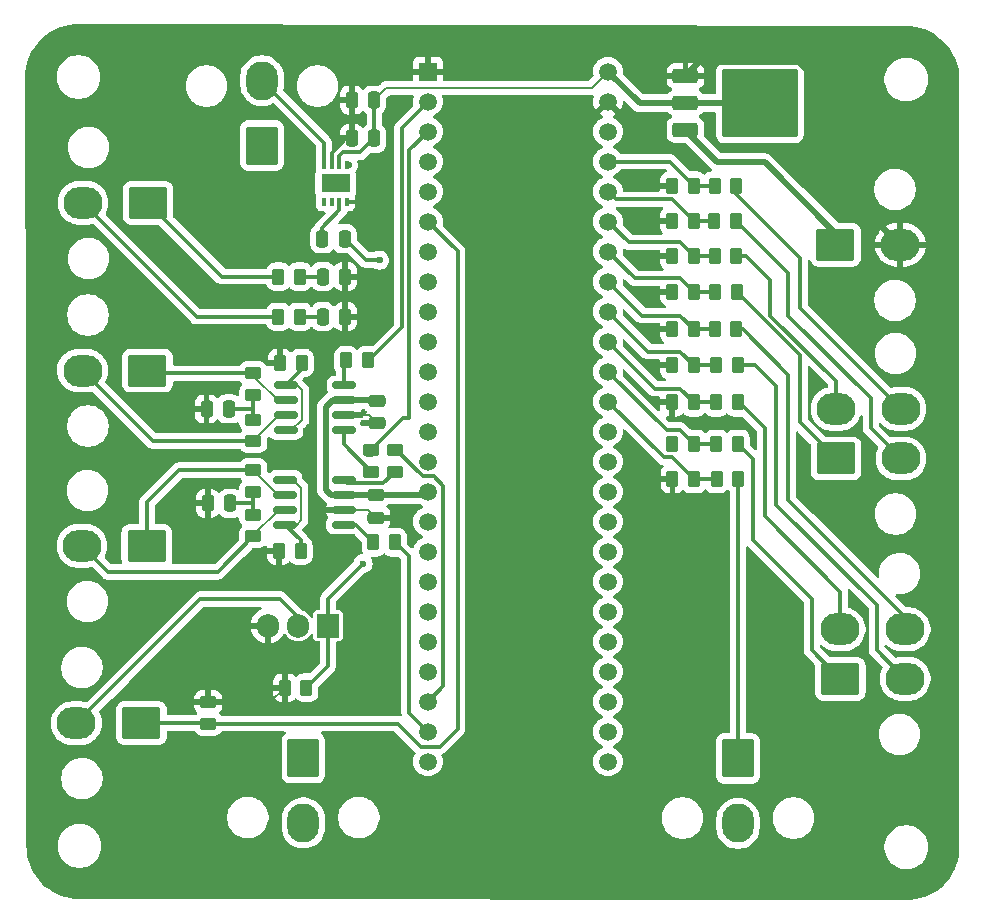
<source format=gbr>
%TF.GenerationSoftware,KiCad,Pcbnew,8.0.5*%
%TF.CreationDate,2025-02-16T14:39:50-08:00*%
%TF.ProjectId,ccm,63636d2e-6b69-4636-9164-5f7063625858,rev?*%
%TF.SameCoordinates,Original*%
%TF.FileFunction,Copper,L1,Top*%
%TF.FilePolarity,Positive*%
%FSLAX46Y46*%
G04 Gerber Fmt 4.6, Leading zero omitted, Abs format (unit mm)*
G04 Created by KiCad (PCBNEW 8.0.5) date 2025-02-16 14:39:50*
%MOMM*%
%LPD*%
G01*
G04 APERTURE LIST*
G04 Aperture macros list*
%AMRoundRect*
0 Rectangle with rounded corners*
0 $1 Rounding radius*
0 $2 $3 $4 $5 $6 $7 $8 $9 X,Y pos of 4 corners*
0 Add a 4 corners polygon primitive as box body*
4,1,4,$2,$3,$4,$5,$6,$7,$8,$9,$2,$3,0*
0 Add four circle primitives for the rounded corners*
1,1,$1+$1,$2,$3*
1,1,$1+$1,$4,$5*
1,1,$1+$1,$6,$7*
1,1,$1+$1,$8,$9*
0 Add four rect primitives between the rounded corners*
20,1,$1+$1,$2,$3,$4,$5,0*
20,1,$1+$1,$4,$5,$6,$7,0*
20,1,$1+$1,$6,$7,$8,$9,0*
20,1,$1+$1,$8,$9,$2,$3,0*%
G04 Aperture macros list end*
%TA.AperFunction,SMDPad,CuDef*%
%ADD10RoundRect,0.250000X0.262500X0.450000X-0.262500X0.450000X-0.262500X-0.450000X0.262500X-0.450000X0*%
%TD*%
%TA.AperFunction,ComponentPad*%
%ADD11RoundRect,0.250001X1.399999X-1.099999X1.399999X1.099999X-1.399999X1.099999X-1.399999X-1.099999X0*%
%TD*%
%TA.AperFunction,ComponentPad*%
%ADD12O,3.300000X2.700000*%
%TD*%
%TA.AperFunction,SMDPad,CuDef*%
%ADD13RoundRect,0.150000X0.825000X0.150000X-0.825000X0.150000X-0.825000X-0.150000X0.825000X-0.150000X0*%
%TD*%
%TA.AperFunction,SMDPad,CuDef*%
%ADD14RoundRect,0.250000X-0.262500X-0.450000X0.262500X-0.450000X0.262500X0.450000X-0.262500X0.450000X0*%
%TD*%
%TA.AperFunction,ComponentPad*%
%ADD15RoundRect,0.250001X1.099999X1.399999X-1.099999X1.399999X-1.099999X-1.399999X1.099999X-1.399999X0*%
%TD*%
%TA.AperFunction,ComponentPad*%
%ADD16O,2.700000X3.300000*%
%TD*%
%TA.AperFunction,SMDPad,CuDef*%
%ADD17RoundRect,0.250000X0.250000X0.475000X-0.250000X0.475000X-0.250000X-0.475000X0.250000X-0.475000X0*%
%TD*%
%TA.AperFunction,SMDPad,CuDef*%
%ADD18RoundRect,0.250000X-0.450000X0.262500X-0.450000X-0.262500X0.450000X-0.262500X0.450000X0.262500X0*%
%TD*%
%TA.AperFunction,SMDPad,CuDef*%
%ADD19RoundRect,0.250000X0.450000X-0.262500X0.450000X0.262500X-0.450000X0.262500X-0.450000X-0.262500X0*%
%TD*%
%TA.AperFunction,SMDPad,CuDef*%
%ADD20RoundRect,0.250000X-0.250000X-0.475000X0.250000X-0.475000X0.250000X0.475000X-0.250000X0.475000X0*%
%TD*%
%TA.AperFunction,ComponentPad*%
%ADD21R,1.498600X1.498600*%
%TD*%
%TA.AperFunction,ComponentPad*%
%ADD22C,1.498600*%
%TD*%
%TA.AperFunction,SMDPad,CuDef*%
%ADD23RoundRect,0.250000X-0.850000X-0.350000X0.850000X-0.350000X0.850000X0.350000X-0.850000X0.350000X0*%
%TD*%
%TA.AperFunction,SMDPad,CuDef*%
%ADD24RoundRect,0.250000X-1.275000X-1.125000X1.275000X-1.125000X1.275000X1.125000X-1.275000X1.125000X0*%
%TD*%
%TA.AperFunction,SMDPad,CuDef*%
%ADD25RoundRect,0.249997X-2.950003X-2.650003X2.950003X-2.650003X2.950003X2.650003X-2.950003X2.650003X0*%
%TD*%
%TA.AperFunction,ComponentPad*%
%ADD26RoundRect,0.250001X-1.099999X-1.399999X1.099999X-1.399999X1.099999X1.399999X-1.099999X1.399999X0*%
%TD*%
%TA.AperFunction,ComponentPad*%
%ADD27RoundRect,0.250001X-1.399999X1.099999X-1.399999X-1.099999X1.399999X-1.099999X1.399999X1.099999X0*%
%TD*%
%TA.AperFunction,SMDPad,CuDef*%
%ADD28R,0.350000X0.650000*%
%TD*%
%TA.AperFunction,SMDPad,CuDef*%
%ADD29R,2.400000X1.550000*%
%TD*%
%TA.AperFunction,SMDPad,CuDef*%
%ADD30RoundRect,0.250000X-0.475000X0.250000X-0.475000X-0.250000X0.475000X-0.250000X0.475000X0.250000X0*%
%TD*%
%TA.AperFunction,ComponentPad*%
%ADD31R,1.905000X2.000000*%
%TD*%
%TA.AperFunction,ComponentPad*%
%ADD32O,1.905000X2.000000*%
%TD*%
%TA.AperFunction,ViaPad*%
%ADD33C,0.600000*%
%TD*%
%TA.AperFunction,Conductor*%
%ADD34C,0.500000*%
%TD*%
%TA.AperFunction,Conductor*%
%ADD35C,0.200000*%
%TD*%
%TA.AperFunction,Conductor*%
%ADD36C,0.300000*%
%TD*%
G04 APERTURE END LIST*
D10*
%TO.P,R28,1*%
%TO.N,CAN_RX_1*%
X138412500Y-90800000D03*
%TO.P,R28,2*%
%TO.N,Net-(U3-R)*%
X136587500Y-90800000D03*
%TD*%
%TO.P,R23,1*%
%TO.N,rtm_sound*%
X169762500Y-100850000D03*
%TO.P,R23,2*%
%TO.N,unconnected-(R23-Pad2)*%
X167937500Y-100850000D03*
%TD*%
%TO.P,R17,1*%
%TO.N,Net-(U1-20_A6_TX5_LRCLK1)*%
X166012500Y-85000000D03*
%TO.P,R17,2*%
%TO.N,GLV-*%
X164187500Y-85000000D03*
%TD*%
D11*
%TO.P,J8,1,Pin_1*%
%TO.N,brake_2*%
X178400000Y-117750000D03*
D12*
%TO.P,J8,2,Pin_2*%
%TO.N,brake_1*%
X178400000Y-113550000D03*
%TO.P,J8,3,Pin_3*%
%TO.N,acc_ped_2*%
X183900000Y-117750000D03*
%TO.P,J8,4,Pin_4*%
%TO.N,acc_ped_1*%
X183900000Y-113550000D03*
%TD*%
D10*
%TO.P,R20,1*%
%TO.N,lin_pot_2*%
X169575000Y-79000000D03*
%TO.P,R20,2*%
%TO.N,Net-(U1-22_A8_CTX1)*%
X167750000Y-79000000D03*
%TD*%
%TO.P,R12,1*%
%TO.N,acc_ped_2*%
X169725000Y-91200000D03*
%TO.P,R12,2*%
%TO.N,Net-(U1-18_A4_SDA)*%
X167900000Y-91200000D03*
%TD*%
%TO.P,R10,1*%
%TO.N,brake_1*%
X169712500Y-94350000D03*
%TO.P,R10,2*%
%TO.N,Net-(U1-17_A3_TX4_SDA1)*%
X167887500Y-94350000D03*
%TD*%
D13*
%TO.P,U3,1,D*%
%TO.N,Net-(U3-D)*%
X136400000Y-96710000D03*
%TO.P,U3,2,GND*%
%TO.N,GLV-*%
X136400000Y-95440000D03*
%TO.P,U3,3,VCC*%
%TO.N,+3.3V*%
X136400000Y-94170000D03*
%TO.P,U3,4,R*%
%TO.N,Net-(U3-R)*%
X136400000Y-92900000D03*
%TO.P,U3,5,Vref*%
%TO.N,Net-(U3-Rs)*%
X131450000Y-92900000D03*
%TO.P,U3,6,CANL*%
%TO.N,CANL_1*%
X131450000Y-94170000D03*
%TO.P,U3,7,CANH*%
%TO.N,CANH_1*%
X131450000Y-95440000D03*
%TO.P,U3,8,Rs*%
%TO.N,Net-(U3-Rs)*%
X131450000Y-96710000D03*
%TD*%
D14*
%TO.P,R5,1*%
%TO.N,GLV-*%
X131387500Y-118500000D03*
%TO.P,R5,2*%
%TO.N,Net-(Q1-G)*%
X133212500Y-118500000D03*
%TD*%
%TO.P,R30,1*%
%TO.N,GLV-*%
X130887500Y-106900000D03*
%TO.P,R30,2*%
%TO.N,Net-(U4-Rs)*%
X132712500Y-106900000D03*
%TD*%
D15*
%TO.P,J10,1,Pin_1*%
%TO.N,speaker+*%
X129450000Y-72600000D03*
D16*
%TO.P,J10,2,Pin_2*%
%TO.N,speaker-*%
X129450000Y-67100000D03*
%TD*%
D17*
%TO.P,C8,1*%
%TO.N,+5V*%
X138950000Y-68750000D03*
%TO.P,C8,2*%
%TO.N,GLV-*%
X137050000Y-68750000D03*
%TD*%
D18*
%TO.P,R27,1*%
%TO.N,CAN_TX_1*%
X138700000Y-98387500D03*
%TO.P,R27,2*%
%TO.N,Net-(U3-D)*%
X138700000Y-100212500D03*
%TD*%
D10*
%TO.P,R16,1*%
%TO.N,lin_pot_4*%
X169625000Y-85000000D03*
%TO.P,R16,2*%
%TO.N,Net-(U1-20_A6_TX5_LRCLK1)*%
X167800000Y-85000000D03*
%TD*%
%TO.P,R24,1*%
%TO.N,unconnected-(R23-Pad2)*%
X166025000Y-100850000D03*
%TO.P,R24,2*%
%TO.N,GLV-*%
X164200000Y-100850000D03*
%TD*%
D14*
%TO.P,R29,1*%
%TO.N,GLV-*%
X130987500Y-91000000D03*
%TO.P,R29,2*%
%TO.N,Net-(U3-Rs)*%
X132812500Y-91000000D03*
%TD*%
D10*
%TO.P,R7,1*%
%TO.N,Net-(U1-16_A2_RX4_SCL1)*%
X166025000Y-97850000D03*
%TO.P,R7,2*%
%TO.N,GLV-*%
X164200000Y-97850000D03*
%TD*%
D19*
%TO.P,R3,1*%
%TO.N,CANH_1*%
X128700000Y-97625000D03*
%TO.P,R3,2*%
%TO.N,Net-(C5-Pad1)*%
X128700000Y-95800000D03*
%TD*%
D20*
%TO.P,C7,1*%
%TO.N,Net-(U2-IN+)*%
X134550000Y-80500000D03*
%TO.P,C7,2*%
%TO.N,speaker_pwm*%
X136450000Y-80500000D03*
%TD*%
D17*
%TO.P,C9,1*%
%TO.N,+5V*%
X138950000Y-72000000D03*
%TO.P,C9,2*%
%TO.N,GLV-*%
X137050000Y-72000000D03*
%TD*%
D10*
%TO.P,R14,1*%
%TO.N,acc_ped_1*%
X169612500Y-88150000D03*
%TO.P,R14,2*%
%TO.N,Net-(U1-19_A5_SCL)*%
X167787500Y-88150000D03*
%TD*%
D18*
%TO.P,R32,1*%
%TO.N,CAN_RX_2*%
X140700000Y-98387500D03*
%TO.P,R32,2*%
%TO.N,Net-(U4-R)*%
X140700000Y-100212500D03*
%TD*%
D10*
%TO.P,R11,1*%
%TO.N,Net-(U1-17_A3_TX4_SDA1)*%
X166012500Y-94350000D03*
%TO.P,R11,2*%
%TO.N,GLV-*%
X164187500Y-94350000D03*
%TD*%
D17*
%TO.P,C6,1*%
%TO.N,Net-(C6-Pad1)*%
X126750000Y-102900000D03*
%TO.P,C6,2*%
%TO.N,GLV-*%
X124850000Y-102900000D03*
%TD*%
D19*
%TO.P,R25,1*%
%TO.N,Net-(C5-Pad1)*%
X128700000Y-93712500D03*
%TO.P,R25,2*%
%TO.N,CANL_1*%
X128700000Y-91887500D03*
%TD*%
D21*
%TO.P,U1,1,GND*%
%TO.N,GLV-*%
X143500000Y-66340000D03*
D22*
%TO.P,U1,2,0_RX1_CRX2_CS1*%
%TO.N,CAN_RX_1*%
X143500000Y-68880000D03*
%TO.P,U1,3,1_TX1_CTX2_MISO1*%
%TO.N,CAN_TX_1*%
X143500000Y-71420000D03*
%TO.P,U1,4,2_OUT2*%
%TO.N,Net-(U1-2_OUT2)*%
X143500000Y-73960000D03*
%TO.P,U1,5,3_LRCLK2*%
%TO.N,Net-(U1-3_LRCLK2)*%
X143500000Y-76500000D03*
%TO.P,U1,6,4_BCLK2*%
%TO.N,ready_to_drive_button*%
X143500000Y-79040000D03*
%TO.P,U1,7,5_IN2*%
%TO.N,unconnected-(U1-5_IN2-Pad7)*%
X143500000Y-81580000D03*
%TO.P,U1,8,6_OUT1D*%
%TO.N,unconnected-(U1-6_OUT1D-Pad8)*%
X143500000Y-84120000D03*
%TO.P,U1,9,7_RX2_OUT1A*%
%TO.N,unconnected-(U1-7_RX2_OUT1A-Pad9)*%
X143500000Y-86660000D03*
%TO.P,U1,10,8_TX2_IN1*%
%TO.N,unconnected-(U1-8_TX2_IN1-Pad10)*%
X143500000Y-89200000D03*
%TO.P,U1,11,9_OUT1C*%
%TO.N,Net-(Q1-G)*%
X143500000Y-91740000D03*
%TO.P,U1,12,10_CS_MQSR*%
%TO.N,speaker_pwm*%
X143500000Y-94280000D03*
%TO.P,U1,13,11_MOSI_CTX1*%
%TO.N,unconnected-(U1-11_MOSI_CTX1-Pad13)*%
X143500000Y-96820000D03*
%TO.P,U1,14,12_MISO_MQSL*%
%TO.N,unconnected-(U1-12_MISO_MQSL-Pad14)*%
X143500000Y-99360000D03*
%TO.P,U1,15,3V3*%
%TO.N,+3.3V*%
X143500000Y-101900000D03*
%TO.P,U1,16,24_A10_TX6_SCL2*%
%TO.N,i2c_SCL*%
X143500000Y-104440000D03*
%TO.P,U1,17,25_A11_RX6_SDA2*%
%TO.N,i2c_SDA*%
X143500000Y-106980000D03*
%TO.P,U1,18,26_A12_MOSI1*%
%TO.N,unconnected-(U1-26_A12_MOSI1-Pad18)*%
X143500000Y-109520000D03*
%TO.P,U1,19,27_A13_SCK1*%
%TO.N,unconnected-(U1-27_A13_SCK1-Pad19)*%
X143500000Y-112060000D03*
%TO.P,U1,20,28_RX7*%
%TO.N,unconnected-(U1-28_RX7-Pad20)*%
X143500000Y-114600000D03*
%TO.P,U1,21,29_TX7*%
%TO.N,unconnected-(U1-29_TX7-Pad21)*%
X143500000Y-117140000D03*
%TO.P,U1,22,30_CRX3*%
%TO.N,CAN_RX_2*%
X143500000Y-119680000D03*
%TO.P,U1,23,31_CTX3*%
%TO.N,CAN_TX_2*%
X143500000Y-122220000D03*
%TO.P,U1,24,32_OUT1B*%
%TO.N,unconnected-(U1-32_OUT1B-Pad24)*%
X143500000Y-124760000D03*
%TO.P,U1,25,33_MCLK2*%
%TO.N,unconnected-(U1-33_MCLK2-Pad25)*%
X158740000Y-124760000D03*
%TO.P,U1,26,34_RX8*%
%TO.N,unconnected-(U1-34_RX8-Pad26)*%
X158740000Y-122220000D03*
%TO.P,U1,27,35_TX8*%
%TO.N,unconnected-(U1-35_TX8-Pad27)*%
X158740000Y-119680000D03*
%TO.P,U1,28,36_CS*%
%TO.N,unconnected-(U1-36_CS-Pad28)*%
X158740000Y-117140000D03*
%TO.P,U1,29,37_CS*%
%TO.N,unconnected-(U1-37_CS-Pad29)*%
X158740000Y-114600000D03*
%TO.P,U1,30,38_CS1_IN1*%
%TO.N,unconnected-(U1-38_CS1_IN1-Pad30)*%
X158740000Y-112060000D03*
%TO.P,U1,31,39_MISO1_OUT1A*%
%TO.N,unconnected-(U1-39_MISO1_OUT1A-Pad31)*%
X158740000Y-109520000D03*
%TO.P,U1,32,40_A16*%
%TO.N,unconnected-(U1-40_A16-Pad32)*%
X158740000Y-106980000D03*
%TO.P,U1,33,41_A17*%
%TO.N,unconnected-(U1-41_A17-Pad33)*%
X158740000Y-104440000D03*
%TO.P,U1,34,GND*%
%TO.N,unconnected-(U1-GND-Pad34)*%
X158740000Y-101900000D03*
%TO.P,U1,35,13_SCK_LED*%
%TO.N,unconnected-(U1-13_SCK_LED-Pad35)*%
X158740000Y-99360000D03*
%TO.P,U1,36,14_A0_TX3_SPDIF_OUT*%
%TO.N,unconnected-(U1-14_A0_TX3_SPDIF_OUT-Pad36)*%
X158740000Y-96820000D03*
%TO.P,U1,37,15_A1_RX3_SPDIF_IN*%
%TO.N,unconnected-(R23-Pad2)*%
X158740000Y-94280000D03*
%TO.P,U1,38,16_A2_RX4_SCL1*%
%TO.N,Net-(U1-16_A2_RX4_SCL1)*%
X158740000Y-91740000D03*
%TO.P,U1,39,17_A3_TX4_SDA1*%
%TO.N,Net-(U1-17_A3_TX4_SDA1)*%
X158740000Y-89200000D03*
%TO.P,U1,40,18_A4_SDA*%
%TO.N,Net-(U1-18_A4_SDA)*%
X158740000Y-86660000D03*
%TO.P,U1,41,19_A5_SCL*%
%TO.N,Net-(U1-19_A5_SCL)*%
X158740000Y-84120000D03*
%TO.P,U1,42,20_A6_TX5_LRCLK1*%
%TO.N,Net-(U1-20_A6_TX5_LRCLK1)*%
X158740000Y-81580000D03*
%TO.P,U1,43,21_A7_RX5_BCLK1*%
%TO.N,Net-(U1-21_A7_RX5_BCLK1)*%
X158740000Y-79040000D03*
%TO.P,U1,44,22_A8_CTX1*%
%TO.N,Net-(U1-22_A8_CTX1)*%
X158740000Y-76500000D03*
%TO.P,U1,45,23_A9_CRX1_MCLK1*%
%TO.N,Net-(U1-23_A9_CRX1_MCLK1)*%
X158740000Y-73960000D03*
%TO.P,U1,46,3V3*%
%TO.N,unconnected-(U1-3V3-Pad46)*%
X158740000Y-71420000D03*
%TO.P,U1,47,GND*%
%TO.N,GLV-*%
X158740000Y-68880000D03*
%TO.P,U1,48,VIN*%
%TO.N,+5V*%
X158740000Y-66340000D03*
%TD*%
D17*
%TO.P,C5,1*%
%TO.N,Net-(C5-Pad1)*%
X126650000Y-94900000D03*
%TO.P,C5,2*%
%TO.N,GLV-*%
X124750000Y-94900000D03*
%TD*%
D11*
%TO.P,J4,1,Pin_1*%
%TO.N,lin_pot_4*%
X178050000Y-99100000D03*
D12*
%TO.P,J4,2,Pin_2*%
%TO.N,lin_pot_3*%
X178050000Y-94900000D03*
%TO.P,J4,3,Pin_3*%
%TO.N,lin_pot_2*%
X183550000Y-99100000D03*
%TO.P,J4,4,Pin_4*%
%TO.N,lin_pot_1*%
X183550000Y-94900000D03*
%TD*%
D23*
%TO.P,U5,1,GND*%
%TO.N,GLV-*%
X165300000Y-66732500D03*
%TO.P,U5,2,VO*%
%TO.N,+5V*%
X165300000Y-69012500D03*
D24*
X169925000Y-67487500D03*
X169925000Y-70537500D03*
D25*
X171600000Y-69012500D03*
D24*
X173275000Y-67487500D03*
X173275000Y-70537500D03*
D23*
%TO.P,U5,3,VI*%
%TO.N,Vin*%
X165300000Y-71292500D03*
%TD*%
D26*
%TO.P,J5,1,Pin_1*%
%TO.N,rtm_sound*%
X169750000Y-124500000D03*
D16*
%TO.P,J5,2,Pin_2*%
%TO.N,unconnected-(J5-Pin_2-Pad2)*%
X169750000Y-130000000D03*
%TD*%
D10*
%TO.P,R21,1*%
%TO.N,Net-(U1-22_A8_CTX1)*%
X166000000Y-79000000D03*
%TO.P,R21,2*%
%TO.N,GLV-*%
X164175000Y-79000000D03*
%TD*%
D27*
%TO.P,J1,1,Pin_1*%
%TO.N,ready_to_drive_button*%
X119240000Y-121500000D03*
D12*
%TO.P,J1,2,Pin_2*%
%TO.N,brake_light*%
X113740000Y-121500000D03*
%TD*%
D10*
%TO.P,R31,1*%
%TO.N,CAN_TX_2*%
X140712500Y-106200000D03*
%TO.P,R31,2*%
%TO.N,Net-(U4-D)*%
X138887500Y-106200000D03*
%TD*%
%TO.P,R13,1*%
%TO.N,Net-(U1-18_A4_SDA)*%
X166012500Y-91200000D03*
%TO.P,R13,2*%
%TO.N,GLV-*%
X164187500Y-91200000D03*
%TD*%
D20*
%TO.P,C3,1*%
%TO.N,Net-(U1-2_OUT2)*%
X134600000Y-83700000D03*
%TO.P,C3,2*%
%TO.N,GLV-*%
X136500000Y-83700000D03*
%TD*%
D19*
%TO.P,R4,1*%
%TO.N,CANH_2*%
X128700000Y-105687500D03*
%TO.P,R4,2*%
%TO.N,Net-(C6-Pad1)*%
X128700000Y-103862500D03*
%TD*%
%TO.P,R26,1*%
%TO.N,Net-(C6-Pad1)*%
X128700000Y-101900000D03*
%TO.P,R26,2*%
%TO.N,CANL_2*%
X128700000Y-100075000D03*
%TD*%
D10*
%TO.P,R18,1*%
%TO.N,lin_pot_3*%
X169612500Y-81950000D03*
%TO.P,R18,2*%
%TO.N,Net-(U1-21_A7_RX5_BCLK1)*%
X167787500Y-81950000D03*
%TD*%
D18*
%TO.P,R22,1*%
%TO.N,GLV-*%
X124900000Y-119737500D03*
%TO.P,R22,2*%
%TO.N,ready_to_drive_button*%
X124900000Y-121562500D03*
%TD*%
D14*
%TO.P,R8,1*%
%TO.N,PWM_in_1*%
X130837500Y-83700000D03*
%TO.P,R8,2*%
%TO.N,Net-(U1-2_OUT2)*%
X132662500Y-83700000D03*
%TD*%
D13*
%TO.P,U4,1,D*%
%TO.N,Net-(U4-D)*%
X136350000Y-104710000D03*
%TO.P,U4,2,GND*%
%TO.N,GLV-*%
X136350000Y-103440000D03*
%TO.P,U4,3,VCC*%
%TO.N,+3.3V*%
X136350000Y-102170000D03*
%TO.P,U4,4,R*%
%TO.N,Net-(U4-R)*%
X136350000Y-100900000D03*
%TO.P,U4,5,Vref*%
%TO.N,Net-(U4-Rs)*%
X131400000Y-100900000D03*
%TO.P,U4,6,CANL*%
%TO.N,CANL_2*%
X131400000Y-102170000D03*
%TO.P,U4,7,CANH*%
%TO.N,CANH_2*%
X131400000Y-103440000D03*
%TO.P,U4,8,Rs*%
%TO.N,Net-(U4-Rs)*%
X131400000Y-104710000D03*
%TD*%
D27*
%TO.P,J7,1,Pin_1*%
%TO.N,PWM_in_1*%
X119800000Y-77450000D03*
D12*
%TO.P,J7,2,Pin_2*%
%TO.N,PWM_in_2*%
X114300000Y-77450000D03*
%TD*%
D28*
%TO.P,U2,1,~{SD}*%
%TO.N,unconnected-(U2-~{SD}-Pad1)*%
X134700000Y-77350000D03*
%TO.P,U2,2,NC*%
%TO.N,unconnected-(U2-NC-Pad2)*%
X135350000Y-77350000D03*
%TO.P,U2,3,IN+*%
%TO.N,Net-(U2-IN+)*%
X136000000Y-77350000D03*
%TO.P,U2,4,IN-*%
%TO.N,GLV-*%
X136650000Y-77350000D03*
%TO.P,U2,5,OUT+*%
%TO.N,speaker+*%
X136650000Y-74250000D03*
%TO.P,U2,6,VDD*%
%TO.N,+5V*%
X136000000Y-74250000D03*
%TO.P,U2,7,GND*%
%TO.N,GLV-*%
X135350000Y-74250000D03*
%TO.P,U2,8,OUT-*%
%TO.N,speaker-*%
X134700000Y-74250000D03*
D29*
%TO.P,U2,9*%
%TO.N,N/C*%
X135675000Y-75800000D03*
%TD*%
D10*
%TO.P,R15,1*%
%TO.N,Net-(U1-19_A5_SCL)*%
X166000000Y-88150000D03*
%TO.P,R15,2*%
%TO.N,GLV-*%
X164175000Y-88150000D03*
%TD*%
%TO.P,R6,1*%
%TO.N,brake_2*%
X169737500Y-97850000D03*
%TO.P,R6,2*%
%TO.N,Net-(U1-16_A2_RX4_SCL1)*%
X167912500Y-97850000D03*
%TD*%
D11*
%TO.P,J6,1,Pin_1*%
%TO.N,Vin*%
X178000000Y-81000000D03*
D12*
%TO.P,J6,2,Pin_2*%
%TO.N,GLV-*%
X183500000Y-81000000D03*
%TD*%
D30*
%TO.P,C1,1*%
%TO.N,+3.3V*%
X139200000Y-94200000D03*
%TO.P,C1,2*%
%TO.N,GLV-*%
X139200000Y-96100000D03*
%TD*%
D10*
%TO.P,R19,1*%
%TO.N,Net-(U1-21_A7_RX5_BCLK1)*%
X166000000Y-81950000D03*
%TO.P,R19,2*%
%TO.N,GLV-*%
X164175000Y-81950000D03*
%TD*%
D27*
%TO.P,J9,1,Pin_1*%
%TO.N,CANL_1*%
X119750000Y-91650000D03*
D12*
%TO.P,J9,2,Pin_2*%
%TO.N,CANH_1*%
X114250000Y-91650000D03*
%TD*%
D10*
%TO.P,R1,1*%
%TO.N,lin_pot_1*%
X169600000Y-76000000D03*
%TO.P,R1,2*%
%TO.N,Net-(U1-23_A9_CRX1_MCLK1)*%
X167775000Y-76000000D03*
%TD*%
D27*
%TO.P,J3,1,Pin_1*%
%TO.N,CANL_2*%
X119700000Y-106500000D03*
D12*
%TO.P,J3,2,Pin_2*%
%TO.N,CANH_2*%
X114200000Y-106500000D03*
%TD*%
D14*
%TO.P,R9,1*%
%TO.N,PWM_in_2*%
X130837500Y-87100000D03*
%TO.P,R9,2*%
%TO.N,Net-(U1-3_LRCLK2)*%
X132662500Y-87100000D03*
%TD*%
D31*
%TO.P,Q1,1,G*%
%TO.N,Net-(Q1-G)*%
X135040000Y-113255000D03*
D32*
%TO.P,Q1,2,D*%
%TO.N,brake_light*%
X132500000Y-113255000D03*
%TO.P,Q1,3,S*%
%TO.N,GLV-*%
X129960000Y-113255000D03*
%TD*%
D20*
%TO.P,C4,1*%
%TO.N,Net-(U1-3_LRCLK2)*%
X134600000Y-87100000D03*
%TO.P,C4,2*%
%TO.N,GLV-*%
X136500000Y-87100000D03*
%TD*%
D10*
%TO.P,R2,1*%
%TO.N,Net-(U1-23_A9_CRX1_MCLK1)*%
X166000000Y-76000000D03*
%TO.P,R2,2*%
%TO.N,GLV-*%
X164175000Y-76000000D03*
%TD*%
D30*
%TO.P,C2,1*%
%TO.N,+3.3V*%
X139100000Y-102200000D03*
%TO.P,C2,2*%
%TO.N,GLV-*%
X139100000Y-104100000D03*
%TD*%
D26*
%TO.P,J2,1,Pin_1*%
%TO.N,i2c_SCL*%
X132950000Y-124450000D03*
D16*
%TO.P,J2,2,Pin_2*%
%TO.N,i2c_SDA*%
X132950000Y-129950000D03*
%TD*%
D33*
%TO.N,GLV-*%
X164175000Y-79000000D03*
X131000000Y-91000000D03*
X165300000Y-66732500D03*
X130150000Y-119737500D03*
X130900000Y-106900000D03*
X164200000Y-97850000D03*
X139100000Y-104100000D03*
X164200000Y-100800000D03*
X164187500Y-94350000D03*
X139200000Y-96100000D03*
X137050000Y-68750000D03*
X123500000Y-103000000D03*
X164175000Y-76000000D03*
X136350000Y-103440000D03*
X164175000Y-88150000D03*
X137050000Y-72000000D03*
X164187500Y-91200000D03*
X136400000Y-95440000D03*
X137750000Y-77250000D03*
X164187500Y-85000000D03*
X123500000Y-95000000D03*
X164175000Y-81950000D03*
%TO.N,Net-(U1-3_LRCLK2)*%
X134600000Y-87100000D03*
%TO.N,Net-(Q1-G)*%
X138000000Y-108000000D03*
%TO.N,speaker_pwm*%
X139400000Y-82300000D03*
%TO.N,Net-(U1-2_OUT2)*%
X134600000Y-83700000D03*
%TO.N,speaker+*%
X136775002Y-74250000D03*
%TD*%
D34*
%TO.N,Vin*%
X165300000Y-71292500D02*
X168007500Y-74000000D01*
X178000000Y-80000000D02*
X178000000Y-81000000D01*
X168007500Y-74000000D02*
X172000000Y-74000000D01*
X172000000Y-74000000D02*
X178000000Y-80000000D01*
D35*
%TO.N,GLV-*%
X138540000Y-95440000D02*
X139200000Y-96100000D01*
X164200000Y-100850000D02*
X164200000Y-100800000D01*
D36*
X136650000Y-77350000D02*
X137650000Y-77350000D01*
D35*
X124750000Y-94900000D02*
X123600000Y-94900000D01*
X136400000Y-95440000D02*
X138540000Y-95440000D01*
D34*
X176000000Y-73500000D02*
X176000000Y-66674200D01*
X166470000Y-65562500D02*
X165300000Y-66732500D01*
D36*
X137050000Y-72000000D02*
X137050000Y-68750000D01*
D35*
X130150000Y-119737500D02*
X130137500Y-119737500D01*
X138440000Y-103440000D02*
X139100000Y-104100000D01*
D36*
X135350000Y-74250000D02*
X135350000Y-73200000D01*
D35*
X130150000Y-119737500D02*
X131387500Y-118500000D01*
D36*
X130887500Y-106900000D02*
X130900000Y-106900000D01*
D34*
X174888300Y-65562500D02*
X166470000Y-65562500D01*
X183500000Y-81000000D02*
X176000000Y-73500000D01*
D36*
X136550000Y-72000000D02*
X137050000Y-72000000D01*
D35*
X123600000Y-102900000D02*
X123500000Y-103000000D01*
D36*
X137650000Y-77350000D02*
X137750000Y-77250000D01*
D35*
X123600000Y-94900000D02*
X123500000Y-95000000D01*
D36*
X130987500Y-91000000D02*
X131000000Y-91000000D01*
D35*
X124900000Y-119737500D02*
X130150000Y-119737500D01*
X124850000Y-102900000D02*
X123600000Y-102900000D01*
D34*
X176000000Y-66674200D02*
X174888300Y-65562500D01*
D35*
X136350000Y-103440000D02*
X138440000Y-103440000D01*
D36*
X135350000Y-73200000D02*
X136550000Y-72000000D01*
%TO.N,+5V*%
X136000000Y-73500000D02*
X136325000Y-73175000D01*
D35*
X139969300Y-67730700D02*
X138950000Y-68750000D01*
D36*
X136000000Y-74250000D02*
X136000000Y-73500000D01*
D35*
X158740000Y-66340000D02*
X157349300Y-67730700D01*
D36*
X168400000Y-69012500D02*
X169925000Y-70537500D01*
D35*
X157349300Y-67730700D02*
X139969300Y-67730700D01*
D34*
X158740000Y-66340000D02*
X161412500Y-69012500D01*
X165300000Y-69012500D02*
X168400000Y-69012500D01*
D36*
X138950000Y-72000000D02*
X138950000Y-68750000D01*
D34*
X161412500Y-69012500D02*
X165300000Y-69012500D01*
D36*
X136325000Y-73175000D02*
X137775000Y-73175000D01*
X137775000Y-73175000D02*
X138950000Y-72000000D01*
D35*
%TO.N,CANH_1*%
X128800667Y-97599333D02*
X128800667Y-97499333D01*
D36*
X128700000Y-97625000D02*
X128700000Y-97438666D01*
X120225000Y-97625000D02*
X114250000Y-91650000D01*
X128700000Y-97625000D02*
X120225000Y-97625000D01*
D35*
X130699333Y-95600667D02*
X130799333Y-95600667D01*
D36*
X130698666Y-95440000D02*
X131450000Y-95440000D01*
D35*
X128800667Y-97499333D02*
X130699333Y-95600667D01*
D36*
%TO.N,CANL_1*%
X128700000Y-91887500D02*
X119987500Y-91887500D01*
X119987500Y-91887500D02*
X119750000Y-91650000D01*
X128700000Y-91887500D02*
X128700000Y-92000000D01*
D35*
X128800667Y-92160667D02*
X130970667Y-94330667D01*
D36*
X130870000Y-94170000D02*
X131450000Y-94170000D01*
%TO.N,CAN_TX_1*%
X138700000Y-98387500D02*
X141387500Y-95700000D01*
X141900000Y-73020000D02*
X143500000Y-71420000D01*
X141900000Y-95700000D02*
X141900000Y-73020000D01*
X141387500Y-95700000D02*
X141900000Y-95700000D01*
X138325000Y-98800000D02*
X138800000Y-98800000D01*
D34*
%TO.N,+3.3V*%
X136400000Y-94170000D02*
X139170000Y-94170000D01*
X143200000Y-102200000D02*
X143500000Y-101900000D01*
X135425001Y-94170000D02*
X134825000Y-94770001D01*
X135270000Y-102170000D02*
X136350000Y-102170000D01*
X136350000Y-102170000D02*
X139070000Y-102170000D01*
X134825000Y-94770001D02*
X134825000Y-101725000D01*
D35*
X139170000Y-94170000D02*
X139200000Y-94200000D01*
D34*
X139100000Y-102200000D02*
X143200000Y-102200000D01*
X139070000Y-102170000D02*
X139100000Y-102200000D01*
X136400000Y-94170000D02*
X135425001Y-94170000D01*
X134825000Y-101725000D02*
X135270000Y-102170000D01*
D36*
%TO.N,CAN_RX_1*%
X141300000Y-71080000D02*
X141300000Y-88000000D01*
X143500000Y-68880000D02*
X141300000Y-71080000D01*
X138500000Y-90800000D02*
X141300000Y-88000000D01*
X138412500Y-90800000D02*
X138500000Y-90800000D01*
%TO.N,CAN_TX_2*%
X141900000Y-120620000D02*
X143500000Y-122220000D01*
X140712500Y-106200000D02*
X141900000Y-107387500D01*
X141900000Y-107387500D02*
X141900000Y-120620000D01*
%TO.N,CANH_2*%
X125687500Y-108700000D02*
X116400000Y-108700000D01*
X116400000Y-108700000D02*
X115950000Y-108250000D01*
X128700000Y-105687500D02*
X125687500Y-108700000D01*
X115950000Y-108250000D02*
X114200000Y-106500000D01*
D35*
X128700000Y-105600000D02*
X130860000Y-103440000D01*
D34*
X130947038Y-103440000D02*
X131400000Y-103440000D01*
D35*
X128700000Y-105687038D02*
X128700000Y-105600000D01*
D34*
X128700000Y-105687500D02*
X128700000Y-105687038D01*
D35*
X130860000Y-103440000D02*
X130947038Y-103440000D01*
%TO.N,CANL_2*%
X128700000Y-100075000D02*
X130795000Y-102170000D01*
D36*
X119700000Y-102800000D02*
X119700000Y-106500000D01*
X122425000Y-100075000D02*
X119700000Y-102800000D01*
X128700000Y-100075000D02*
X122425000Y-100075000D01*
X130795000Y-102170000D02*
X131400000Y-102170000D01*
%TO.N,CAN_RX_2*%
X140700000Y-98387500D02*
X140831433Y-98387500D01*
X144000000Y-100600000D02*
X144800000Y-101400000D01*
X140831433Y-98387500D02*
X143043933Y-100600000D01*
X143043933Y-100600000D02*
X144000000Y-100600000D01*
X144800000Y-118380000D02*
X143500000Y-119680000D01*
X144800000Y-101400000D02*
X144800000Y-118380000D01*
%TO.N,Net-(U1-16_A2_RX4_SCL1)*%
X166025000Y-97850000D02*
X164875000Y-96700000D01*
X164875000Y-96700000D02*
X163700000Y-96700000D01*
X166025000Y-97850000D02*
X167912500Y-97850000D01*
X163700000Y-96700000D02*
X158740000Y-91740000D01*
%TO.N,Net-(U1-3_LRCLK2)*%
X132662500Y-87100000D02*
X134600000Y-87100000D01*
%TO.N,Net-(U1-21_A7_RX5_BCLK1)*%
X160500000Y-80800000D02*
X158740000Y-79040000D01*
X166000000Y-81950000D02*
X164850000Y-80800000D01*
X164850000Y-80800000D02*
X160500000Y-80800000D01*
X166000000Y-81950000D02*
X167787500Y-81950000D01*
%TO.N,Net-(U1-22_A8_CTX1)*%
X166000000Y-79000000D02*
X167750000Y-79000000D01*
X159390000Y-77150000D02*
X158740000Y-76500000D01*
X166000000Y-79000000D02*
X164150000Y-77150000D01*
X164150000Y-77150000D02*
X159390000Y-77150000D01*
%TO.N,Net-(U1-20_A6_TX5_LRCLK1)*%
X164862500Y-83850000D02*
X161010000Y-83850000D01*
X161010000Y-83850000D02*
X158740000Y-81580000D01*
X166012500Y-85000000D02*
X164862500Y-83850000D01*
X166012500Y-85000000D02*
X167800000Y-85000000D01*
%TO.N,PWM_in_2*%
X130837500Y-87100000D02*
X123950000Y-87100000D01*
X123950000Y-87100000D02*
X114300000Y-77450000D01*
%TO.N,Net-(U1-19_A5_SCL)*%
X166000000Y-88150000D02*
X164850000Y-87000000D01*
X161620000Y-87000000D02*
X158740000Y-84120000D01*
X166000000Y-88150000D02*
X167787500Y-88150000D01*
X164850000Y-87000000D02*
X161620000Y-87000000D01*
%TO.N,Net-(U1-17_A3_TX4_SDA1)*%
X164862500Y-93200000D02*
X162740000Y-93200000D01*
X162740000Y-93200000D02*
X158740000Y-89200000D01*
X166012500Y-94350000D02*
X164862500Y-93200000D01*
X166012500Y-94350000D02*
X167887500Y-94350000D01*
%TO.N,Net-(U1-18_A4_SDA)*%
X166012500Y-91200000D02*
X167900000Y-91200000D01*
X166012500Y-91200000D02*
X164862500Y-90050000D01*
X164862500Y-90050000D02*
X162130000Y-90050000D01*
X162130000Y-90050000D02*
X158740000Y-86660000D01*
%TO.N,PWM_in_1*%
X130837500Y-83700000D02*
X126050000Y-83700000D01*
X126050000Y-83700000D02*
X119800000Y-77450000D01*
%TO.N,brake_light*%
X132500000Y-112500000D02*
X131000000Y-111000000D01*
X124240000Y-111000000D02*
X113740000Y-121500000D01*
X131000000Y-111000000D02*
X124240000Y-111000000D01*
X132500000Y-113255000D02*
X132500000Y-112500000D01*
%TO.N,ready_to_drive_button*%
X144500000Y-123500000D02*
X146000000Y-122000000D01*
X146000000Y-81540000D02*
X143500000Y-79040000D01*
X140975744Y-121562500D02*
X142913244Y-123500000D01*
X119240000Y-121500000D02*
X124837500Y-121500000D01*
X124900000Y-121562500D02*
X140975744Y-121562500D01*
X124837500Y-121500000D02*
X124900000Y-121562500D01*
X146000000Y-122000000D02*
X146000000Y-81540000D01*
X142913244Y-123500000D02*
X144500000Y-123500000D01*
%TO.N,Net-(C5-Pad1)*%
X128700000Y-94800000D02*
X128600000Y-94900000D01*
X128700000Y-94800000D02*
X128700000Y-95800000D01*
X128600000Y-94900000D02*
X126650000Y-94900000D01*
X128700000Y-93712500D02*
X128700000Y-94800000D01*
%TO.N,Net-(U1-23_A9_CRX1_MCLK1)*%
X163960000Y-73960000D02*
X158740000Y-73960000D01*
X166000000Y-76000000D02*
X167775000Y-76000000D01*
X166000000Y-76000000D02*
X163960000Y-73960000D01*
%TO.N,acc_ped_1*%
X183900000Y-112500000D02*
X183900000Y-113550000D01*
X170150000Y-88150000D02*
X174000000Y-92000000D01*
X174000000Y-102600000D02*
X183900000Y-112500000D01*
X169612500Y-88150000D02*
X170150000Y-88150000D01*
X174000000Y-92000000D02*
X174000000Y-102600000D01*
%TO.N,brake_2*%
X171000000Y-106000000D02*
X176000000Y-111000000D01*
X176000000Y-111000000D02*
X176000000Y-115350000D01*
X176000000Y-115350000D02*
X178400000Y-117750000D01*
X169737500Y-97850000D02*
X171000000Y-99112500D01*
X171000000Y-99112500D02*
X171000000Y-106000000D01*
%TO.N,acc_ped_2*%
X181500000Y-111500000D02*
X181500000Y-115350000D01*
X169725000Y-91200000D02*
X171200000Y-91200000D01*
X181500000Y-115350000D02*
X183900000Y-117750000D01*
X173000000Y-103000000D02*
X181500000Y-111500000D01*
X171200000Y-91200000D02*
X173000000Y-93000000D01*
X173000000Y-93000000D02*
X173000000Y-103000000D01*
%TO.N,brake_1*%
X169850000Y-94350000D02*
X172000000Y-96500000D01*
X172000000Y-104000000D02*
X178400000Y-110400000D01*
X169712500Y-94350000D02*
X169850000Y-94350000D01*
X172000000Y-96500000D02*
X172000000Y-104000000D01*
X178400000Y-110400000D02*
X178400000Y-113550000D01*
%TO.N,lin_pot_1*%
X169600000Y-76000000D02*
X169600000Y-76700000D01*
X175000000Y-86350000D02*
X183550000Y-94900000D01*
X175000000Y-82100000D02*
X175000000Y-86350000D01*
X169600000Y-76700000D02*
X175000000Y-82100000D01*
%TO.N,lin_pot_2*%
X181000000Y-96550000D02*
X183550000Y-99100000D01*
X174000000Y-83425000D02*
X174000000Y-87000000D01*
X169575000Y-79000000D02*
X174000000Y-83425000D01*
X174000000Y-87000000D02*
X181000000Y-94000000D01*
X181000000Y-94000000D02*
X181000000Y-96550000D01*
%TO.N,lin_pot_3*%
X169612500Y-81950000D02*
X170450000Y-81950000D01*
X172500000Y-87000000D02*
X178050000Y-92550000D01*
X172500000Y-84000000D02*
X172500000Y-87000000D01*
X170450000Y-81950000D02*
X172500000Y-84000000D01*
X178050000Y-92550000D02*
X178050000Y-94900000D01*
%TO.N,lin_pot_4*%
X175000000Y-90375000D02*
X175000000Y-96050000D01*
X175000000Y-96050000D02*
X178050000Y-99100000D01*
X169625000Y-85000000D02*
X175000000Y-90375000D01*
%TO.N,Net-(Q1-G)*%
X135040000Y-113255000D02*
X135040000Y-110960000D01*
X135040000Y-110960000D02*
X138000000Y-108000000D01*
X133212500Y-118500000D02*
X135040000Y-116672500D01*
X135040000Y-116672500D02*
X135040000Y-113255000D01*
%TO.N,speaker_pwm*%
X138250000Y-82300000D02*
X139400000Y-82300000D01*
X136450000Y-80500000D02*
X138250000Y-82300000D01*
%TO.N,Net-(U1-2_OUT2)*%
X132662500Y-83700000D02*
X134600000Y-83700000D01*
%TO.N,speaker-*%
X134700000Y-74250000D02*
X134700000Y-72350000D01*
X134700000Y-72350000D02*
X129450000Y-67100000D01*
%TO.N,Net-(C6-Pad1)*%
X128700000Y-101900000D02*
X128700000Y-102900000D01*
X128700000Y-102900000D02*
X126750000Y-102900000D01*
X128700000Y-102900000D02*
X128700000Y-103862500D01*
D35*
%TO.N,rtm_sound*%
X169812500Y-123187500D02*
X169750000Y-123250000D01*
D36*
X169762500Y-100850000D02*
X169762500Y-124987500D01*
%TO.N,unconnected-(R23-Pad2)*%
X163460000Y-99000000D02*
X158740000Y-94280000D01*
X166025000Y-100850000D02*
X167937500Y-100850000D01*
X166025000Y-100850000D02*
X164175000Y-99000000D01*
X164175000Y-99000000D02*
X163460000Y-99000000D01*
%TO.N,Net-(U3-D)*%
X136400000Y-97912500D02*
X138700000Y-100212500D01*
X136400000Y-96710000D02*
X136400000Y-97912500D01*
%TO.N,Net-(U3-R)*%
X136400000Y-92900000D02*
X136400000Y-90987500D01*
X136400000Y-90987500D02*
X136587500Y-90800000D01*
%TO.N,Net-(U3-Rs)*%
X132812500Y-91000000D02*
X132812500Y-91537500D01*
D35*
X131936974Y-96710000D02*
X131450000Y-96710000D01*
X132825000Y-93300001D02*
X132825000Y-95821974D01*
X132424999Y-92900000D02*
X132825000Y-93300001D01*
X132825000Y-95821974D02*
X131936974Y-96710000D01*
D36*
X132812500Y-91537500D02*
X131450000Y-92900000D01*
D35*
X131450000Y-92900000D02*
X132424999Y-92900000D01*
D36*
%TO.N,Net-(U4-Rs)*%
X132712500Y-106900000D02*
X132712500Y-106022500D01*
X132712500Y-106022500D02*
X131400000Y-104710000D01*
D35*
X132374999Y-104710000D02*
X132775000Y-104309999D01*
X132775000Y-101575000D02*
X132100000Y-100900000D01*
X132775000Y-104309999D02*
X132775000Y-101575000D01*
X131400000Y-104710000D02*
X132374999Y-104710000D01*
X132100000Y-100900000D02*
X131400000Y-100900000D01*
D36*
%TO.N,Net-(U4-D)*%
X136350000Y-104710000D02*
X137397500Y-104710000D01*
X137397500Y-104710000D02*
X138887500Y-106200000D01*
%TO.N,Net-(U4-R)*%
X139712501Y-101199999D02*
X140700000Y-100212500D01*
X136350000Y-100900000D02*
X136649999Y-101199999D01*
X136649999Y-101199999D02*
X139712501Y-101199999D01*
%TO.N,Net-(U2-IN+)*%
X136000000Y-77350000D02*
X136000000Y-78100000D01*
X136000000Y-78100000D02*
X134550000Y-79550000D01*
X134550000Y-79550000D02*
X134550000Y-80500000D01*
%TD*%
%TA.AperFunction,Conductor*%
%TO.N,GLV-*%
G36*
X142849251Y-102970185D02*
G01*
X142853334Y-102972924D01*
X142872712Y-102986492D01*
X142872713Y-102986493D01*
X142965162Y-103029603D01*
X143025241Y-103057618D01*
X143077680Y-103103790D01*
X143096832Y-103170984D01*
X143076616Y-103237865D01*
X143025241Y-103282382D01*
X142872713Y-103353506D01*
X142770599Y-103425008D01*
X142693575Y-103478941D01*
X142693573Y-103478942D01*
X142693570Y-103478945D01*
X142538945Y-103633570D01*
X142413506Y-103812713D01*
X142321087Y-104010908D01*
X142321083Y-104010917D01*
X142264487Y-104222140D01*
X142264485Y-104222150D01*
X142245426Y-104439999D01*
X142245426Y-104440000D01*
X142264485Y-104657849D01*
X142264487Y-104657859D01*
X142321083Y-104869082D01*
X142321085Y-104869086D01*
X142321086Y-104869090D01*
X142361772Y-104956342D01*
X142413506Y-105067286D01*
X142422872Y-105080662D01*
X142538941Y-105246425D01*
X142693575Y-105401059D01*
X142872713Y-105526493D01*
X143024344Y-105597200D01*
X143025241Y-105597618D01*
X143077680Y-105643790D01*
X143096832Y-105710984D01*
X143076616Y-105777865D01*
X143025241Y-105822382D01*
X142872713Y-105893506D01*
X142766250Y-105968053D01*
X142693575Y-106018941D01*
X142693573Y-106018942D01*
X142693570Y-106018945D01*
X142538945Y-106173570D01*
X142413506Y-106352713D01*
X142321087Y-106550908D01*
X142321081Y-106550923D01*
X142305301Y-106609814D01*
X142268936Y-106669474D01*
X142206088Y-106700002D01*
X142136713Y-106691707D01*
X142097846Y-106665400D01*
X141761818Y-106329372D01*
X141728333Y-106268049D01*
X141725499Y-106241691D01*
X141725499Y-105699998D01*
X141725498Y-105699981D01*
X141714999Y-105597203D01*
X141714998Y-105597200D01*
X141692791Y-105530185D01*
X141659814Y-105430666D01*
X141567712Y-105281344D01*
X141443656Y-105157288D01*
X141299709Y-105068501D01*
X141294336Y-105065187D01*
X141294331Y-105065185D01*
X141292862Y-105064698D01*
X141127797Y-105010001D01*
X141127795Y-105010000D01*
X141025010Y-104999500D01*
X140399998Y-104999500D01*
X140399980Y-104999501D01*
X140297201Y-105010001D01*
X140295272Y-105010414D01*
X140294053Y-105010322D01*
X140290468Y-105010689D01*
X140290402Y-105010048D01*
X140225598Y-105005191D01*
X140169807Y-104963129D01*
X140145614Y-104897581D01*
X140160700Y-104829359D01*
X140163790Y-104824061D01*
X140259353Y-104669130D01*
X140259358Y-104669119D01*
X140314505Y-104502697D01*
X140314506Y-104502690D01*
X140324999Y-104399986D01*
X140325000Y-104399973D01*
X140325000Y-104350000D01*
X138974000Y-104350000D01*
X138906961Y-104330315D01*
X138861206Y-104277511D01*
X138850000Y-104226000D01*
X138850000Y-103974000D01*
X138869685Y-103906961D01*
X138922489Y-103861206D01*
X138974000Y-103850000D01*
X140324999Y-103850000D01*
X140324999Y-103800028D01*
X140324998Y-103800013D01*
X140314505Y-103697302D01*
X140259358Y-103530880D01*
X140259356Y-103530875D01*
X140167315Y-103381654D01*
X140043344Y-103257683D01*
X140043341Y-103257681D01*
X140040339Y-103255829D01*
X140038713Y-103254021D01*
X140037677Y-103253202D01*
X140037817Y-103253024D01*
X139993617Y-103203880D01*
X139982397Y-103134917D01*
X140010243Y-103070836D01*
X140040344Y-103044754D01*
X140043656Y-103042712D01*
X140099549Y-102986819D01*
X140160872Y-102953334D01*
X140187230Y-102950500D01*
X142782212Y-102950500D01*
X142849251Y-102970185D01*
G37*
%TD.AperFunction*%
%TA.AperFunction,Conductor*%
G36*
X160185478Y-91567626D02*
G01*
X160200434Y-91580380D01*
X162325324Y-93705271D01*
X162325327Y-93705274D01*
X162427489Y-93773536D01*
X162427488Y-93773536D01*
X162431870Y-93776463D01*
X162431873Y-93776465D01*
X162550256Y-93825501D01*
X162550260Y-93825501D01*
X162550261Y-93825502D01*
X162675928Y-93850500D01*
X162675931Y-93850500D01*
X163051000Y-93850500D01*
X163118039Y-93870185D01*
X163163794Y-93922989D01*
X163175000Y-93974500D01*
X163175000Y-94100000D01*
X164313500Y-94100000D01*
X164380539Y-94119685D01*
X164426294Y-94172489D01*
X164437500Y-94224000D01*
X164437500Y-95549999D01*
X164499972Y-95549999D01*
X164499986Y-95549998D01*
X164602697Y-95539505D01*
X164769119Y-95484358D01*
X164769124Y-95484356D01*
X164918342Y-95392317D01*
X165011964Y-95298695D01*
X165073287Y-95265210D01*
X165142979Y-95270194D01*
X165187327Y-95298695D01*
X165281344Y-95392712D01*
X165430666Y-95484814D01*
X165597203Y-95539999D01*
X165699991Y-95550500D01*
X166325008Y-95550499D01*
X166325016Y-95550498D01*
X166325019Y-95550498D01*
X166381302Y-95544748D01*
X166427797Y-95539999D01*
X166594334Y-95484814D01*
X166743656Y-95392712D01*
X166862319Y-95274049D01*
X166923642Y-95240564D01*
X166993334Y-95245548D01*
X167037681Y-95274049D01*
X167156344Y-95392712D01*
X167305666Y-95484814D01*
X167472203Y-95539999D01*
X167574991Y-95550500D01*
X168200008Y-95550499D01*
X168200016Y-95550498D01*
X168200019Y-95550498D01*
X168256302Y-95544748D01*
X168302797Y-95539999D01*
X168469334Y-95484814D01*
X168618656Y-95392712D01*
X168712319Y-95299049D01*
X168773642Y-95265564D01*
X168843334Y-95270548D01*
X168887681Y-95299049D01*
X168981344Y-95392712D01*
X169130666Y-95484814D01*
X169297203Y-95539999D01*
X169399991Y-95550500D01*
X170025008Y-95550499D01*
X170062152Y-95546704D01*
X170130844Y-95559473D01*
X170162436Y-95582381D01*
X171313181Y-96733126D01*
X171346666Y-96794449D01*
X171349500Y-96820807D01*
X171349500Y-98242692D01*
X171329815Y-98309731D01*
X171277011Y-98355486D01*
X171207853Y-98365430D01*
X171144297Y-98336405D01*
X171137819Y-98330373D01*
X170786818Y-97979372D01*
X170753333Y-97918049D01*
X170750499Y-97891691D01*
X170750499Y-97349998D01*
X170750498Y-97349981D01*
X170739999Y-97247203D01*
X170739998Y-97247200D01*
X170712037Y-97162819D01*
X170684814Y-97080666D01*
X170592712Y-96931344D01*
X170468656Y-96807288D01*
X170319334Y-96715186D01*
X170152797Y-96660001D01*
X170152795Y-96660000D01*
X170050010Y-96649500D01*
X169424998Y-96649500D01*
X169424980Y-96649501D01*
X169322203Y-96660000D01*
X169322200Y-96660001D01*
X169155668Y-96715185D01*
X169155663Y-96715187D01*
X169006342Y-96807289D01*
X168912681Y-96900951D01*
X168851358Y-96934436D01*
X168781666Y-96929452D01*
X168737319Y-96900951D01*
X168643657Y-96807289D01*
X168643656Y-96807288D01*
X168494334Y-96715186D01*
X168327797Y-96660001D01*
X168327795Y-96660000D01*
X168225010Y-96649500D01*
X167599998Y-96649500D01*
X167599980Y-96649501D01*
X167497203Y-96660000D01*
X167497200Y-96660001D01*
X167330668Y-96715185D01*
X167330663Y-96715187D01*
X167181342Y-96807289D01*
X167056431Y-96932201D01*
X166995108Y-96965686D01*
X166925416Y-96960702D01*
X166881069Y-96932201D01*
X166756157Y-96807289D01*
X166756156Y-96807288D01*
X166606834Y-96715186D01*
X166440297Y-96660001D01*
X166440295Y-96660000D01*
X166337516Y-96649500D01*
X166337509Y-96649500D01*
X165795808Y-96649500D01*
X165728769Y-96629815D01*
X165708127Y-96613181D01*
X165289674Y-96194727D01*
X165289673Y-96194726D01*
X165289669Y-96194723D01*
X165183127Y-96123535D01*
X165162519Y-96114999D01*
X165064744Y-96074499D01*
X165064738Y-96074497D01*
X164939071Y-96049500D01*
X164939069Y-96049500D01*
X164020808Y-96049500D01*
X163953769Y-96029815D01*
X163933127Y-96013181D01*
X163670317Y-95750371D01*
X163636832Y-95689048D01*
X163641816Y-95619356D01*
X163683688Y-95563423D01*
X163749152Y-95539006D01*
X163770601Y-95539332D01*
X163875019Y-95549999D01*
X163937499Y-95549998D01*
X163937500Y-95549998D01*
X163937500Y-94600000D01*
X163175001Y-94600000D01*
X163175001Y-94849986D01*
X163185668Y-94954400D01*
X163172898Y-95023093D01*
X163125018Y-95073978D01*
X163057228Y-95090898D01*
X162991051Y-95068482D01*
X162974629Y-95054683D01*
X160005487Y-92085541D01*
X159972002Y-92024218D01*
X159973394Y-91965762D01*
X159975514Y-91957854D01*
X159994574Y-91740000D01*
X159989225Y-91678867D01*
X160002991Y-91610370D01*
X160051606Y-91560186D01*
X160119634Y-91544252D01*
X160185478Y-91567626D01*
G37*
%TD.AperFunction*%
%TA.AperFunction,Conductor*%
G36*
X137958763Y-95850000D02*
G01*
X139326000Y-95850000D01*
X139393039Y-95869685D01*
X139438794Y-95922489D01*
X139450000Y-95974000D01*
X139450000Y-96226000D01*
X139430315Y-96293039D01*
X139377511Y-96338794D01*
X139326000Y-96350000D01*
X137927277Y-96350000D01*
X137860238Y-96330315D01*
X137820545Y-96289120D01*
X137743085Y-96158141D01*
X137743083Y-96158138D01*
X137743081Y-96158135D01*
X137743078Y-96158132D01*
X137738298Y-96151969D01*
X137740635Y-96150155D01*
X137713798Y-96101050D01*
X137718756Y-96031356D01*
X137739554Y-95998998D01*
X137737903Y-95997717D01*
X137742686Y-95991551D01*
X137800247Y-95894220D01*
X137851316Y-95846537D01*
X137920057Y-95834033D01*
X137958763Y-95850000D01*
G37*
%TD.AperFunction*%
%TA.AperFunction,Conductor*%
G36*
X138149809Y-94940185D02*
G01*
X138170451Y-94956819D01*
X138256344Y-95042712D01*
X138259628Y-95044737D01*
X138259653Y-95044753D01*
X138261445Y-95046746D01*
X138262011Y-95047193D01*
X138261934Y-95047289D01*
X138306379Y-95096699D01*
X138317603Y-95165661D01*
X138289761Y-95229744D01*
X138259665Y-95255826D01*
X138256660Y-95257679D01*
X138256655Y-95257683D01*
X138132684Y-95381654D01*
X138040643Y-95530875D01*
X138040640Y-95530882D01*
X138016080Y-95605003D01*
X137976308Y-95662448D01*
X137911792Y-95689272D01*
X137898374Y-95690000D01*
X136274000Y-95690000D01*
X136206961Y-95670315D01*
X136161206Y-95617511D01*
X136150000Y-95566000D01*
X136150000Y-95314000D01*
X136169685Y-95246961D01*
X136222489Y-95201206D01*
X136274000Y-95190000D01*
X137872295Y-95190000D01*
X137872295Y-95189998D01*
X137872100Y-95187511D01*
X137872099Y-95187505D01*
X137840603Y-95079095D01*
X137840802Y-95009225D01*
X137878744Y-94950555D01*
X137942383Y-94921712D01*
X137959679Y-94920500D01*
X138082770Y-94920500D01*
X138149809Y-94940185D01*
G37*
%TD.AperFunction*%
%TA.AperFunction,Conductor*%
G36*
X160185478Y-89027626D02*
G01*
X160200434Y-89040380D01*
X161715325Y-90555272D01*
X161715328Y-90555275D01*
X161715331Y-90555277D01*
X161778079Y-90597203D01*
X161821873Y-90626465D01*
X161940256Y-90675501D01*
X161940260Y-90675501D01*
X161940261Y-90675502D01*
X162065928Y-90700500D01*
X162065931Y-90700500D01*
X163051000Y-90700500D01*
X163118039Y-90720185D01*
X163163794Y-90772989D01*
X163175000Y-90824500D01*
X163175000Y-90950000D01*
X164313500Y-90950000D01*
X164380539Y-90969685D01*
X164426294Y-91022489D01*
X164437500Y-91074000D01*
X164437500Y-91326000D01*
X164417815Y-91393039D01*
X164365011Y-91438794D01*
X164313500Y-91450000D01*
X163175001Y-91450000D01*
X163175001Y-91699986D01*
X163185494Y-91802697D01*
X163240641Y-91969119D01*
X163240643Y-91969124D01*
X163332684Y-92118345D01*
X163456654Y-92242315D01*
X163582538Y-92319961D01*
X163629262Y-92371909D01*
X163640485Y-92440872D01*
X163612641Y-92504954D01*
X163554573Y-92543810D01*
X163517441Y-92549500D01*
X163060808Y-92549500D01*
X162993769Y-92529815D01*
X162973127Y-92513181D01*
X160005487Y-89545541D01*
X159972002Y-89484218D01*
X159973394Y-89425762D01*
X159975514Y-89417854D01*
X159994574Y-89200000D01*
X159989225Y-89138867D01*
X160002991Y-89070370D01*
X160051606Y-89020186D01*
X160119634Y-89004252D01*
X160185478Y-89027626D01*
G37*
%TD.AperFunction*%
%TA.AperFunction,Conductor*%
G36*
X160185478Y-86487626D02*
G01*
X160200434Y-86500380D01*
X161205325Y-87505272D01*
X161205328Y-87505275D01*
X161205331Y-87505277D01*
X161268079Y-87547203D01*
X161311873Y-87576465D01*
X161430256Y-87625501D01*
X161430260Y-87625501D01*
X161430261Y-87625502D01*
X161555928Y-87650500D01*
X161555931Y-87650500D01*
X163038500Y-87650500D01*
X163105539Y-87670185D01*
X163151294Y-87722989D01*
X163162500Y-87774500D01*
X163162500Y-87900000D01*
X164301000Y-87900000D01*
X164368039Y-87919685D01*
X164413794Y-87972489D01*
X164425000Y-88024000D01*
X164425000Y-88276000D01*
X164405315Y-88343039D01*
X164352511Y-88388794D01*
X164301000Y-88400000D01*
X163162501Y-88400000D01*
X163162501Y-88649986D01*
X163172994Y-88752697D01*
X163228141Y-88919119D01*
X163228143Y-88919124D01*
X163320184Y-89068345D01*
X163439658Y-89187819D01*
X163473143Y-89249142D01*
X163468159Y-89318834D01*
X163426287Y-89374767D01*
X163360823Y-89399184D01*
X163351977Y-89399500D01*
X162450808Y-89399500D01*
X162383769Y-89379815D01*
X162363127Y-89363181D01*
X160005487Y-87005541D01*
X159972002Y-86944218D01*
X159973394Y-86885762D01*
X159975514Y-86877854D01*
X159994574Y-86660000D01*
X159989225Y-86598867D01*
X160002991Y-86530370D01*
X160051606Y-86480186D01*
X160119634Y-86464252D01*
X160185478Y-86487626D01*
G37*
%TD.AperFunction*%
%TA.AperFunction,Conductor*%
G36*
X160185478Y-83947627D02*
G01*
X160200434Y-83960381D01*
X160595325Y-84355272D01*
X160595332Y-84355278D01*
X160684219Y-84414670D01*
X160684220Y-84414670D01*
X160701873Y-84426465D01*
X160820256Y-84475501D01*
X160820260Y-84475501D01*
X160820261Y-84475502D01*
X160945928Y-84500500D01*
X160945931Y-84500500D01*
X163051000Y-84500500D01*
X163118039Y-84520185D01*
X163163794Y-84572989D01*
X163175000Y-84624500D01*
X163175000Y-84750000D01*
X164313500Y-84750000D01*
X164380539Y-84769685D01*
X164426294Y-84822489D01*
X164437500Y-84874000D01*
X164437500Y-85126000D01*
X164417815Y-85193039D01*
X164365011Y-85238794D01*
X164313500Y-85250000D01*
X163175001Y-85250000D01*
X163175001Y-85499986D01*
X163185494Y-85602697D01*
X163240641Y-85769119D01*
X163240643Y-85769124D01*
X163332684Y-85918345D01*
X163456654Y-86042315D01*
X163582538Y-86119961D01*
X163629262Y-86171909D01*
X163640485Y-86240872D01*
X163612641Y-86304954D01*
X163554573Y-86343810D01*
X163517441Y-86349500D01*
X161940808Y-86349500D01*
X161873769Y-86329815D01*
X161853127Y-86313181D01*
X160005487Y-84465541D01*
X159972002Y-84404218D01*
X159973394Y-84345762D01*
X159975514Y-84337854D01*
X159994574Y-84120000D01*
X159989225Y-84058868D01*
X160002991Y-83990371D01*
X160051605Y-83940187D01*
X160119634Y-83924253D01*
X160185478Y-83947627D01*
G37*
%TD.AperFunction*%
%TA.AperFunction,Conductor*%
G36*
X160178360Y-81367436D02*
G01*
X160191873Y-81376465D01*
X160310256Y-81425501D01*
X160310260Y-81425501D01*
X160310261Y-81425502D01*
X160435928Y-81450500D01*
X160435931Y-81450500D01*
X163038500Y-81450500D01*
X163105539Y-81470185D01*
X163151294Y-81522989D01*
X163162500Y-81574500D01*
X163162500Y-81700000D01*
X164301000Y-81700000D01*
X164368039Y-81719685D01*
X164413794Y-81772489D01*
X164425000Y-81824000D01*
X164425000Y-82076000D01*
X164405315Y-82143039D01*
X164352511Y-82188794D01*
X164301000Y-82200000D01*
X163162501Y-82200000D01*
X163162501Y-82449986D01*
X163172994Y-82552697D01*
X163228141Y-82719119D01*
X163228143Y-82719124D01*
X163320184Y-82868345D01*
X163439658Y-82987819D01*
X163473143Y-83049142D01*
X163468159Y-83118834D01*
X163426287Y-83174767D01*
X163360823Y-83199184D01*
X163351977Y-83199500D01*
X161330808Y-83199500D01*
X161263769Y-83179815D01*
X161243127Y-83163181D01*
X160005487Y-81925541D01*
X159972002Y-81864218D01*
X159973394Y-81805762D01*
X159975514Y-81797854D01*
X159994574Y-81580000D01*
X159985942Y-81481343D01*
X159999708Y-81412846D01*
X160048323Y-81362663D01*
X160116351Y-81346729D01*
X160178360Y-81367436D01*
G37*
%TD.AperFunction*%
%TA.AperFunction,Conductor*%
G36*
X163369016Y-77820185D02*
G01*
X163414771Y-77872989D01*
X163424715Y-77942147D01*
X163395690Y-78005703D01*
X163389658Y-78012181D01*
X163320184Y-78081654D01*
X163228143Y-78230875D01*
X163228141Y-78230880D01*
X163172994Y-78397302D01*
X163172993Y-78397309D01*
X163162500Y-78500013D01*
X163162500Y-78750000D01*
X164301000Y-78750000D01*
X164368039Y-78769685D01*
X164413794Y-78822489D01*
X164425000Y-78874000D01*
X164425000Y-79126000D01*
X164405315Y-79193039D01*
X164352511Y-79238794D01*
X164301000Y-79250000D01*
X163162501Y-79250000D01*
X163162501Y-79499986D01*
X163172994Y-79602697D01*
X163228141Y-79769119D01*
X163228143Y-79769124D01*
X163320184Y-79918345D01*
X163339658Y-79937819D01*
X163373143Y-79999142D01*
X163368159Y-80068834D01*
X163326287Y-80124767D01*
X163260823Y-80149184D01*
X163251977Y-80149500D01*
X160820808Y-80149500D01*
X160753769Y-80129815D01*
X160733127Y-80113181D01*
X160005487Y-79385541D01*
X159972002Y-79324218D01*
X159973394Y-79265762D01*
X159975514Y-79257854D01*
X159994574Y-79040000D01*
X159975514Y-78822146D01*
X159918914Y-78610910D01*
X159826493Y-78412713D01*
X159701059Y-78233575D01*
X159546425Y-78078941D01*
X159470920Y-78026072D01*
X159427299Y-77971498D01*
X159420106Y-77901999D01*
X159451628Y-77839645D01*
X159511858Y-77804231D01*
X159542047Y-77800500D01*
X163301977Y-77800500D01*
X163369016Y-77820185D01*
G37*
%TD.AperFunction*%
%TA.AperFunction,Conductor*%
G36*
X163661961Y-74630185D02*
G01*
X163707716Y-74682989D01*
X163717660Y-74752147D01*
X163688635Y-74815703D01*
X163633926Y-74852206D01*
X163593380Y-74865641D01*
X163593375Y-74865643D01*
X163444154Y-74957684D01*
X163320184Y-75081654D01*
X163228143Y-75230875D01*
X163228141Y-75230880D01*
X163172994Y-75397302D01*
X163172993Y-75397309D01*
X163162500Y-75500013D01*
X163162500Y-75750000D01*
X164301000Y-75750000D01*
X164368039Y-75769685D01*
X164413794Y-75822489D01*
X164425000Y-75874000D01*
X164425000Y-76126000D01*
X164405315Y-76193039D01*
X164352511Y-76238794D01*
X164301000Y-76250000D01*
X163162501Y-76250000D01*
X163162501Y-76375500D01*
X163142816Y-76442539D01*
X163090012Y-76488294D01*
X163038501Y-76499500D01*
X160108155Y-76499500D01*
X160041116Y-76479815D01*
X159995361Y-76427011D01*
X159984627Y-76386308D01*
X159983681Y-76375500D01*
X159975514Y-76282146D01*
X159918914Y-76070910D01*
X159826493Y-75872713D01*
X159701059Y-75693575D01*
X159546425Y-75538941D01*
X159367287Y-75413507D01*
X159214756Y-75342380D01*
X159162319Y-75296210D01*
X159143167Y-75229016D01*
X159163383Y-75162135D01*
X159214756Y-75117619D01*
X159367287Y-75046493D01*
X159546425Y-74921059D01*
X159701059Y-74766425D01*
X159773215Y-74663376D01*
X159827792Y-74619751D01*
X159874790Y-74610500D01*
X163594922Y-74610500D01*
X163661961Y-74630185D01*
G37*
%TD.AperFunction*%
%TA.AperFunction,Conductor*%
G36*
X160200170Y-68861538D02*
G01*
X160934086Y-69595454D01*
X160963558Y-69615145D01*
X161007768Y-69644684D01*
X161007770Y-69644687D01*
X161007771Y-69644687D01*
X161056996Y-69677579D01*
X161057011Y-69677587D01*
X161113579Y-69701018D01*
X161113580Y-69701018D01*
X161193588Y-69734159D01*
X161309741Y-69757263D01*
X161328968Y-69761087D01*
X161338581Y-69763000D01*
X161338582Y-69763000D01*
X161338583Y-69763000D01*
X161486418Y-69763000D01*
X163746042Y-69763000D01*
X163813081Y-69782685D01*
X163851580Y-69821902D01*
X163857288Y-69831156D01*
X163981344Y-69955212D01*
X164130094Y-70046961D01*
X164176818Y-70098909D01*
X164188041Y-70167872D01*
X164160197Y-70231954D01*
X164130094Y-70258039D01*
X163981342Y-70349789D01*
X163857289Y-70473842D01*
X163765187Y-70623163D01*
X163765186Y-70623166D01*
X163710001Y-70789703D01*
X163710001Y-70789704D01*
X163710000Y-70789704D01*
X163699500Y-70892483D01*
X163699500Y-71692501D01*
X163699501Y-71692519D01*
X163710000Y-71795296D01*
X163710001Y-71795299D01*
X163756404Y-71935331D01*
X163765186Y-71961834D01*
X163857288Y-72111156D01*
X163981344Y-72235212D01*
X164130666Y-72327314D01*
X164297203Y-72382499D01*
X164399991Y-72393000D01*
X165287769Y-72392999D01*
X165354808Y-72412683D01*
X165375450Y-72429318D01*
X167424549Y-74478416D01*
X167495633Y-74549500D01*
X167533392Y-74587259D01*
X167531800Y-74588850D01*
X167565471Y-74638269D01*
X167567349Y-74708113D01*
X167531168Y-74767885D01*
X167468416Y-74798608D01*
X167460078Y-74799747D01*
X167359702Y-74810001D01*
X167359700Y-74810001D01*
X167193168Y-74865185D01*
X167193163Y-74865187D01*
X167043842Y-74957289D01*
X166975181Y-75025951D01*
X166913858Y-75059436D01*
X166844166Y-75054452D01*
X166799819Y-75025951D01*
X166731157Y-74957289D01*
X166731156Y-74957288D01*
X166581834Y-74865186D01*
X166415297Y-74810001D01*
X166415295Y-74810000D01*
X166312516Y-74799500D01*
X166312509Y-74799500D01*
X165770808Y-74799500D01*
X165703769Y-74779815D01*
X165683127Y-74763181D01*
X164374674Y-73454727D01*
X164374673Y-73454726D01*
X164339019Y-73430903D01*
X164268127Y-73383535D01*
X164149744Y-73334499D01*
X164149740Y-73334498D01*
X164145254Y-73333606D01*
X164140768Y-73332713D01*
X164140765Y-73332712D01*
X164140765Y-73332713D01*
X164024071Y-73309500D01*
X164024069Y-73309500D01*
X159874790Y-73309500D01*
X159807751Y-73289815D01*
X159773215Y-73256624D01*
X159751420Y-73225498D01*
X159701059Y-73153575D01*
X159546425Y-72998941D01*
X159367287Y-72873507D01*
X159214756Y-72802380D01*
X159162319Y-72756210D01*
X159143167Y-72689016D01*
X159163383Y-72622135D01*
X159214756Y-72577619D01*
X159367287Y-72506493D01*
X159546425Y-72381059D01*
X159701059Y-72226425D01*
X159826493Y-72047287D01*
X159918914Y-71849090D01*
X159975514Y-71637854D01*
X159994574Y-71420000D01*
X159975514Y-71202146D01*
X159932539Y-71041760D01*
X159918916Y-70990917D01*
X159918915Y-70990916D01*
X159918914Y-70990910D01*
X159826493Y-70792713D01*
X159701059Y-70613575D01*
X159546425Y-70458941D01*
X159367287Y-70333507D01*
X159367288Y-70333507D01*
X159367286Y-70333506D01*
X159214166Y-70262105D01*
X159161727Y-70215932D01*
X159142575Y-70148739D01*
X159162791Y-70081858D01*
X159214167Y-70037340D01*
X159367040Y-69966055D01*
X159429068Y-69922622D01*
X159429068Y-69922621D01*
X158865572Y-69359125D01*
X158931179Y-69341546D01*
X159044121Y-69276339D01*
X159136339Y-69184121D01*
X159201546Y-69071179D01*
X159219125Y-69005571D01*
X159782622Y-69569068D01*
X159826056Y-69507039D01*
X159826058Y-69507035D01*
X159918440Y-69308919D01*
X159918444Y-69308910D01*
X159975018Y-69097771D01*
X159975020Y-69097761D01*
X159988961Y-68938412D01*
X160014413Y-68873343D01*
X160071004Y-68832364D01*
X160140766Y-68828486D01*
X160200170Y-68861538D01*
G37*
%TD.AperFunction*%
%TA.AperFunction,Conductor*%
G36*
X127605371Y-100745185D02*
G01*
X127643870Y-100784403D01*
X127657285Y-100806152D01*
X127657288Y-100806156D01*
X127750951Y-100899819D01*
X127784436Y-100961142D01*
X127779452Y-101030834D01*
X127750951Y-101075181D01*
X127657289Y-101168842D01*
X127565187Y-101318163D01*
X127565185Y-101318168D01*
X127545687Y-101377011D01*
X127510001Y-101484703D01*
X127510001Y-101484704D01*
X127510000Y-101484704D01*
X127499500Y-101587483D01*
X127499500Y-101629557D01*
X127479815Y-101696596D01*
X127427011Y-101742351D01*
X127357853Y-101752295D01*
X127323106Y-101741944D01*
X127319340Y-101740188D01*
X127259530Y-101720369D01*
X127152797Y-101685001D01*
X127152795Y-101685000D01*
X127050010Y-101674500D01*
X126449998Y-101674500D01*
X126449980Y-101674501D01*
X126347203Y-101685000D01*
X126347200Y-101685001D01*
X126180668Y-101740185D01*
X126180663Y-101740187D01*
X126031342Y-101832289D01*
X125907288Y-101956343D01*
X125907283Y-101956349D01*
X125905241Y-101959661D01*
X125903247Y-101961453D01*
X125902807Y-101962011D01*
X125902711Y-101961935D01*
X125853291Y-102006383D01*
X125784328Y-102017602D01*
X125720247Y-101989755D01*
X125694168Y-101959656D01*
X125692319Y-101956659D01*
X125692316Y-101956655D01*
X125568345Y-101832684D01*
X125419124Y-101740643D01*
X125419119Y-101740641D01*
X125252697Y-101685494D01*
X125252690Y-101685493D01*
X125149986Y-101675000D01*
X125100000Y-101675000D01*
X125100000Y-104124999D01*
X125149972Y-104124999D01*
X125149986Y-104124998D01*
X125252697Y-104114505D01*
X125419119Y-104059358D01*
X125419124Y-104059356D01*
X125568345Y-103967315D01*
X125692318Y-103843342D01*
X125694165Y-103840348D01*
X125695969Y-103838724D01*
X125696798Y-103837677D01*
X125696976Y-103837818D01*
X125746110Y-103793621D01*
X125815073Y-103782396D01*
X125879156Y-103810236D01*
X125905243Y-103840341D01*
X125907288Y-103843656D01*
X126031344Y-103967712D01*
X126180666Y-104059814D01*
X126347203Y-104114999D01*
X126449991Y-104125500D01*
X127050008Y-104125499D01*
X127050016Y-104125498D01*
X127050019Y-104125498D01*
X127106302Y-104119748D01*
X127152797Y-104114999D01*
X127319334Y-104059814D01*
X127319345Y-104059806D01*
X127323088Y-104058062D01*
X127325916Y-104057632D01*
X127326189Y-104057542D01*
X127326204Y-104057588D01*
X127392165Y-104047566D01*
X127455951Y-104076082D01*
X127494194Y-104134556D01*
X127499500Y-104170425D01*
X127499500Y-104174993D01*
X127499501Y-104175019D01*
X127510000Y-104277796D01*
X127510001Y-104277799D01*
X127563750Y-104440000D01*
X127565186Y-104444334D01*
X127647021Y-104577011D01*
X127657289Y-104593657D01*
X127750951Y-104687319D01*
X127784436Y-104748642D01*
X127779452Y-104818334D01*
X127750951Y-104862681D01*
X127657289Y-104956342D01*
X127565187Y-105105663D01*
X127565185Y-105105668D01*
X127560794Y-105118919D01*
X127510001Y-105272203D01*
X127510001Y-105272204D01*
X127510000Y-105272204D01*
X127499500Y-105374983D01*
X127499500Y-105916691D01*
X127479815Y-105983730D01*
X127463181Y-106004372D01*
X125454373Y-108013181D01*
X125393050Y-108046666D01*
X125366692Y-108049500D01*
X121913401Y-108049500D01*
X121846362Y-108029815D01*
X121800607Y-107977011D01*
X121790663Y-107907853D01*
X121795695Y-107886496D01*
X121799378Y-107875382D01*
X121839999Y-107752797D01*
X121850500Y-107650008D01*
X121850500Y-105349992D01*
X121839999Y-105247203D01*
X121784814Y-105080666D01*
X121783611Y-105078716D01*
X121692713Y-104931348D01*
X121692710Y-104931344D01*
X121568655Y-104807289D01*
X121568651Y-104807286D01*
X121419337Y-104715187D01*
X121419335Y-104715186D01*
X121335237Y-104687319D01*
X121252797Y-104660001D01*
X121252795Y-104660000D01*
X121150015Y-104649500D01*
X121150008Y-104649500D01*
X120474500Y-104649500D01*
X120407461Y-104629815D01*
X120361706Y-104577011D01*
X120350500Y-104525500D01*
X120350500Y-103424986D01*
X123850001Y-103424986D01*
X123860494Y-103527697D01*
X123915641Y-103694119D01*
X123915643Y-103694124D01*
X124007684Y-103843345D01*
X124131654Y-103967315D01*
X124280875Y-104059356D01*
X124280880Y-104059358D01*
X124447302Y-104114505D01*
X124447309Y-104114506D01*
X124550019Y-104124999D01*
X124599999Y-104124998D01*
X124600000Y-104124998D01*
X124600000Y-103150000D01*
X123850001Y-103150000D01*
X123850001Y-103424986D01*
X120350500Y-103424986D01*
X120350500Y-103120808D01*
X120370185Y-103053769D01*
X120386819Y-103033127D01*
X121044933Y-102375013D01*
X123850000Y-102375013D01*
X123850000Y-102650000D01*
X124600000Y-102650000D01*
X124600000Y-101675000D01*
X124599999Y-101674999D01*
X124550029Y-101675000D01*
X124550011Y-101675001D01*
X124447302Y-101685494D01*
X124280880Y-101740641D01*
X124280875Y-101740643D01*
X124131654Y-101832684D01*
X124007684Y-101956654D01*
X123915643Y-102105875D01*
X123915641Y-102105880D01*
X123860494Y-102272302D01*
X123860493Y-102272309D01*
X123850000Y-102375013D01*
X121044933Y-102375013D01*
X122658127Y-100761819D01*
X122719450Y-100728334D01*
X122745808Y-100725500D01*
X127538332Y-100725500D01*
X127605371Y-100745185D01*
G37*
%TD.AperFunction*%
%TA.AperFunction,Conductor*%
G36*
X183924717Y-62500287D02*
G01*
X183927896Y-62500500D01*
X183934108Y-62500500D01*
X183997299Y-62500500D01*
X184002707Y-62500617D01*
X184386771Y-62517386D01*
X184397506Y-62518326D01*
X184775971Y-62568152D01*
X184786597Y-62570025D01*
X185159284Y-62652648D01*
X185169710Y-62655442D01*
X185533765Y-62770227D01*
X185543911Y-62773920D01*
X185896578Y-62920000D01*
X185906369Y-62924566D01*
X186244942Y-63100816D01*
X186254310Y-63106224D01*
X186576244Y-63311318D01*
X186585105Y-63317523D01*
X186887930Y-63549889D01*
X186896217Y-63556843D01*
X187177635Y-63814715D01*
X187185284Y-63822364D01*
X187443156Y-64103782D01*
X187450110Y-64112069D01*
X187682476Y-64414894D01*
X187688681Y-64423755D01*
X187893775Y-64745689D01*
X187899183Y-64755057D01*
X188075430Y-65093623D01*
X188080002Y-65103427D01*
X188226075Y-65456078D01*
X188229775Y-65466244D01*
X188344554Y-65830278D01*
X188347354Y-65840727D01*
X188429971Y-66213389D01*
X188431849Y-66224042D01*
X188481671Y-66602473D01*
X188482614Y-66613249D01*
X188499382Y-66997297D01*
X188499500Y-67002706D01*
X188499500Y-131997293D01*
X188499382Y-132002702D01*
X188482614Y-132386750D01*
X188481671Y-132397526D01*
X188431849Y-132775957D01*
X188429971Y-132786610D01*
X188347354Y-133159272D01*
X188344554Y-133169721D01*
X188229775Y-133533755D01*
X188226075Y-133543921D01*
X188080002Y-133896572D01*
X188075430Y-133906376D01*
X187899183Y-134244942D01*
X187893775Y-134254310D01*
X187688681Y-134576244D01*
X187682476Y-134585105D01*
X187450110Y-134887930D01*
X187443156Y-134896217D01*
X187185284Y-135177635D01*
X187177635Y-135185284D01*
X186896217Y-135443156D01*
X186887930Y-135450110D01*
X186585105Y-135682476D01*
X186576244Y-135688681D01*
X186254310Y-135893775D01*
X186244942Y-135899183D01*
X185906376Y-136075430D01*
X185896572Y-136080002D01*
X185543921Y-136226075D01*
X185533755Y-136229775D01*
X185169721Y-136344554D01*
X185159272Y-136347354D01*
X184786610Y-136429971D01*
X184775957Y-136431849D01*
X184397527Y-136481671D01*
X184386751Y-136482614D01*
X184002797Y-136499377D01*
X183997211Y-136499495D01*
X114074601Y-136399604D01*
X114073010Y-136399500D01*
X114065892Y-136399500D01*
X114002707Y-136399500D01*
X113997298Y-136399382D01*
X113613249Y-136382614D01*
X113602473Y-136381671D01*
X113224042Y-136331849D01*
X113213389Y-136329971D01*
X112840727Y-136247354D01*
X112830278Y-136244554D01*
X112466244Y-136129775D01*
X112456078Y-136126075D01*
X112103427Y-135980002D01*
X112093623Y-135975430D01*
X111755057Y-135799183D01*
X111745689Y-135793775D01*
X111423755Y-135588681D01*
X111414894Y-135582476D01*
X111112069Y-135350110D01*
X111103782Y-135343156D01*
X110822364Y-135085284D01*
X110814715Y-135077635D01*
X110556843Y-134796217D01*
X110549889Y-134787930D01*
X110317523Y-134485105D01*
X110311318Y-134476244D01*
X110106224Y-134154310D01*
X110100816Y-134144942D01*
X109973924Y-133901185D01*
X109924566Y-133806369D01*
X109919997Y-133796572D01*
X109903213Y-133756052D01*
X109773920Y-133443911D01*
X109770224Y-133433755D01*
X109655442Y-133069710D01*
X109652648Y-133059284D01*
X109570025Y-132686597D01*
X109568152Y-132675971D01*
X109518326Y-132297506D01*
X109517386Y-132286770D01*
X109500618Y-131902724D01*
X109500500Y-131897315D01*
X109500500Y-131827024D01*
X109500386Y-131825306D01*
X109500314Y-131778711D01*
X112149500Y-131778711D01*
X112149500Y-132021288D01*
X112181161Y-132261785D01*
X112243947Y-132496104D01*
X112336773Y-132720205D01*
X112336776Y-132720212D01*
X112458064Y-132930289D01*
X112458066Y-132930292D01*
X112458067Y-132930293D01*
X112605733Y-133122736D01*
X112605739Y-133122743D01*
X112777256Y-133294260D01*
X112777262Y-133294265D01*
X112969711Y-133441936D01*
X113179788Y-133563224D01*
X113403900Y-133656054D01*
X113638211Y-133718838D01*
X113818586Y-133742584D01*
X113878711Y-133750500D01*
X113878712Y-133750500D01*
X114121289Y-133750500D01*
X114169388Y-133744167D01*
X114361789Y-133718838D01*
X114596100Y-133656054D01*
X114820212Y-133563224D01*
X115030289Y-133441936D01*
X115222738Y-133294265D01*
X115394265Y-133122738D01*
X115541936Y-132930289D01*
X115663224Y-132720212D01*
X115756054Y-132496100D01*
X115818838Y-132261789D01*
X115850500Y-132021288D01*
X115850500Y-131778712D01*
X115818838Y-131538211D01*
X115756054Y-131303900D01*
X115663224Y-131079788D01*
X115541936Y-130869711D01*
X115409157Y-130696670D01*
X115394266Y-130677263D01*
X115394260Y-130677256D01*
X115222743Y-130505739D01*
X115222736Y-130505733D01*
X115030293Y-130358067D01*
X115030292Y-130358066D01*
X115030289Y-130358064D01*
X114820212Y-130236776D01*
X114820205Y-130236773D01*
X114596104Y-130143947D01*
X114361785Y-130081161D01*
X114121289Y-130049500D01*
X114121288Y-130049500D01*
X113878712Y-130049500D01*
X113878711Y-130049500D01*
X113638214Y-130081161D01*
X113403895Y-130143947D01*
X113179794Y-130236773D01*
X113179785Y-130236777D01*
X112969706Y-130358067D01*
X112777263Y-130505733D01*
X112777256Y-130505739D01*
X112605739Y-130677256D01*
X112605733Y-130677263D01*
X112458067Y-130869706D01*
X112336777Y-131079785D01*
X112336773Y-131079794D01*
X112243947Y-131303895D01*
X112181161Y-131538214D01*
X112149500Y-131778711D01*
X109500314Y-131778711D01*
X109499585Y-131303895D01*
X109496623Y-129375258D01*
X126499500Y-129375258D01*
X126499500Y-129604741D01*
X126524446Y-129794215D01*
X126529452Y-129832238D01*
X126542850Y-129882240D01*
X126588842Y-130053887D01*
X126676650Y-130265876D01*
X126676657Y-130265890D01*
X126791392Y-130464617D01*
X126931081Y-130646661D01*
X126931089Y-130646670D01*
X127093330Y-130808911D01*
X127093338Y-130808918D01*
X127275382Y-130948607D01*
X127275385Y-130948608D01*
X127275388Y-130948611D01*
X127474112Y-131063344D01*
X127474117Y-131063346D01*
X127474123Y-131063349D01*
X127565480Y-131101190D01*
X127686113Y-131151158D01*
X127907762Y-131210548D01*
X128135266Y-131240500D01*
X128135273Y-131240500D01*
X128364727Y-131240500D01*
X128364734Y-131240500D01*
X128592238Y-131210548D01*
X128813887Y-131151158D01*
X129025888Y-131063344D01*
X129224612Y-130948611D01*
X129406661Y-130808919D01*
X129406665Y-130808914D01*
X129406670Y-130808911D01*
X129568911Y-130646670D01*
X129568914Y-130646665D01*
X129568919Y-130646661D01*
X129708611Y-130464612D01*
X129823344Y-130265888D01*
X129911158Y-130053887D01*
X129970548Y-129832238D01*
X130000500Y-129604734D01*
X130000500Y-129528711D01*
X131099500Y-129528711D01*
X131099500Y-130371288D01*
X131131161Y-130611785D01*
X131193947Y-130846104D01*
X131236407Y-130948611D01*
X131286776Y-131070212D01*
X131408064Y-131280289D01*
X131408066Y-131280292D01*
X131408067Y-131280293D01*
X131555733Y-131472736D01*
X131555739Y-131472743D01*
X131727256Y-131644260D01*
X131727262Y-131644265D01*
X131919711Y-131791936D01*
X132129788Y-131913224D01*
X132250499Y-131963224D01*
X132345807Y-132002702D01*
X132353900Y-132006054D01*
X132588211Y-132068838D01*
X132768586Y-132092584D01*
X132828711Y-132100500D01*
X132828712Y-132100500D01*
X133071289Y-132100500D01*
X133119388Y-132094167D01*
X133311789Y-132068838D01*
X133546100Y-132006054D01*
X133770212Y-131913224D01*
X133980289Y-131791936D01*
X134172738Y-131644265D01*
X134344265Y-131472738D01*
X134491936Y-131280289D01*
X134613224Y-131070212D01*
X134706054Y-130846100D01*
X134768838Y-130611789D01*
X134800500Y-130371288D01*
X134800500Y-129528712D01*
X134780298Y-129375258D01*
X135899500Y-129375258D01*
X135899500Y-129604741D01*
X135924446Y-129794215D01*
X135929452Y-129832238D01*
X135942850Y-129882240D01*
X135988842Y-130053887D01*
X136076650Y-130265876D01*
X136076657Y-130265890D01*
X136191392Y-130464617D01*
X136331081Y-130646661D01*
X136331089Y-130646670D01*
X136493330Y-130808911D01*
X136493338Y-130808918D01*
X136675382Y-130948607D01*
X136675385Y-130948608D01*
X136675388Y-130948611D01*
X136874112Y-131063344D01*
X136874117Y-131063346D01*
X136874123Y-131063349D01*
X136965480Y-131101190D01*
X137086113Y-131151158D01*
X137307762Y-131210548D01*
X137535266Y-131240500D01*
X137535273Y-131240500D01*
X137764727Y-131240500D01*
X137764734Y-131240500D01*
X137992238Y-131210548D01*
X138213887Y-131151158D01*
X138425888Y-131063344D01*
X138624612Y-130948611D01*
X138806661Y-130808919D01*
X138806665Y-130808914D01*
X138806670Y-130808911D01*
X138968911Y-130646670D01*
X138968914Y-130646665D01*
X138968919Y-130646661D01*
X139108611Y-130464612D01*
X139223344Y-130265888D01*
X139311158Y-130053887D01*
X139370548Y-129832238D01*
X139400500Y-129604734D01*
X139400500Y-129425258D01*
X163299500Y-129425258D01*
X163299500Y-129654741D01*
X163324446Y-129844215D01*
X163329452Y-129882238D01*
X163329453Y-129882240D01*
X163388842Y-130103887D01*
X163476650Y-130315876D01*
X163476656Y-130315888D01*
X163562524Y-130464617D01*
X163591392Y-130514617D01*
X163731081Y-130696661D01*
X163731089Y-130696670D01*
X163893330Y-130858911D01*
X163893338Y-130858918D01*
X163893339Y-130858919D01*
X163941794Y-130896100D01*
X164075382Y-130998607D01*
X164075385Y-130998608D01*
X164075388Y-130998611D01*
X164274112Y-131113344D01*
X164274117Y-131113346D01*
X164274123Y-131113349D01*
X164365400Y-131151157D01*
X164486113Y-131201158D01*
X164707762Y-131260548D01*
X164935266Y-131290500D01*
X164935273Y-131290500D01*
X165164727Y-131290500D01*
X165164734Y-131290500D01*
X165392238Y-131260548D01*
X165613887Y-131201158D01*
X165825888Y-131113344D01*
X166024612Y-130998611D01*
X166206661Y-130858919D01*
X166206665Y-130858914D01*
X166206670Y-130858911D01*
X166368911Y-130696670D01*
X166368914Y-130696665D01*
X166368919Y-130696661D01*
X166508611Y-130514612D01*
X166623344Y-130315888D01*
X166711158Y-130103887D01*
X166770548Y-129882238D01*
X166800500Y-129654734D01*
X166800500Y-129578711D01*
X167899500Y-129578711D01*
X167899500Y-130421288D01*
X167931161Y-130661785D01*
X167993947Y-130896104D01*
X168070032Y-131079788D01*
X168086776Y-131120212D01*
X168208064Y-131330289D01*
X168208066Y-131330292D01*
X168208067Y-131330293D01*
X168355733Y-131522736D01*
X168355739Y-131522743D01*
X168527256Y-131694260D01*
X168527262Y-131694265D01*
X168719711Y-131841936D01*
X168929788Y-131963224D01*
X169153900Y-132056054D01*
X169388211Y-132118838D01*
X169568586Y-132142584D01*
X169628711Y-132150500D01*
X169628712Y-132150500D01*
X169871289Y-132150500D01*
X169919388Y-132144167D01*
X170111789Y-132118838D01*
X170346100Y-132056054D01*
X170570212Y-131963224D01*
X170716593Y-131878711D01*
X182149500Y-131878711D01*
X182149500Y-132121288D01*
X182181161Y-132361785D01*
X182243947Y-132596104D01*
X182336773Y-132820205D01*
X182336776Y-132820212D01*
X182458064Y-133030289D01*
X182458066Y-133030292D01*
X182458067Y-133030293D01*
X182605733Y-133222736D01*
X182605739Y-133222743D01*
X182777256Y-133394260D01*
X182777262Y-133394265D01*
X182969711Y-133541936D01*
X183179788Y-133663224D01*
X183403900Y-133756054D01*
X183638211Y-133818838D01*
X183818586Y-133842584D01*
X183878711Y-133850500D01*
X183878712Y-133850500D01*
X184121289Y-133850500D01*
X184169388Y-133844167D01*
X184361789Y-133818838D01*
X184596100Y-133756054D01*
X184820212Y-133663224D01*
X185030289Y-133541936D01*
X185222738Y-133394265D01*
X185394265Y-133222738D01*
X185541936Y-133030289D01*
X185663224Y-132820212D01*
X185756054Y-132596100D01*
X185818838Y-132361789D01*
X185850500Y-132121288D01*
X185850500Y-131878712D01*
X185818838Y-131638211D01*
X185756054Y-131403900D01*
X185663224Y-131179788D01*
X185541936Y-130969711D01*
X185481018Y-130890321D01*
X185394266Y-130777263D01*
X185394260Y-130777256D01*
X185222743Y-130605739D01*
X185222736Y-130605733D01*
X185030293Y-130458067D01*
X185030292Y-130458066D01*
X185030289Y-130458064D01*
X184820212Y-130336776D01*
X184769755Y-130315876D01*
X184596104Y-130243947D01*
X184361785Y-130181161D01*
X184121289Y-130149500D01*
X184121288Y-130149500D01*
X183878712Y-130149500D01*
X183878711Y-130149500D01*
X183638214Y-130181161D01*
X183403895Y-130243947D01*
X183179794Y-130336773D01*
X183179785Y-130336777D01*
X182969706Y-130458067D01*
X182777263Y-130605733D01*
X182777256Y-130605739D01*
X182605739Y-130777256D01*
X182605733Y-130777263D01*
X182458067Y-130969706D01*
X182336777Y-131179785D01*
X182336773Y-131179794D01*
X182243947Y-131403895D01*
X182181161Y-131638214D01*
X182149500Y-131878711D01*
X170716593Y-131878711D01*
X170780289Y-131841936D01*
X170972738Y-131694265D01*
X171144265Y-131522738D01*
X171291936Y-131330289D01*
X171413224Y-131120212D01*
X171506054Y-130896100D01*
X171568838Y-130661789D01*
X171600500Y-130421288D01*
X171600500Y-129578712D01*
X171593917Y-129528712D01*
X171592584Y-129518586D01*
X171580298Y-129425258D01*
X172699500Y-129425258D01*
X172699500Y-129654741D01*
X172724446Y-129844215D01*
X172729452Y-129882238D01*
X172729453Y-129882240D01*
X172788842Y-130103887D01*
X172876650Y-130315876D01*
X172876656Y-130315888D01*
X172962524Y-130464617D01*
X172991392Y-130514617D01*
X173131081Y-130696661D01*
X173131089Y-130696670D01*
X173293330Y-130858911D01*
X173293338Y-130858918D01*
X173293339Y-130858919D01*
X173341794Y-130896100D01*
X173475382Y-130998607D01*
X173475385Y-130998608D01*
X173475388Y-130998611D01*
X173674112Y-131113344D01*
X173674117Y-131113346D01*
X173674123Y-131113349D01*
X173765400Y-131151157D01*
X173886113Y-131201158D01*
X174107762Y-131260548D01*
X174335266Y-131290500D01*
X174335273Y-131290500D01*
X174564727Y-131290500D01*
X174564734Y-131290500D01*
X174792238Y-131260548D01*
X175013887Y-131201158D01*
X175225888Y-131113344D01*
X175424612Y-130998611D01*
X175606661Y-130858919D01*
X175606665Y-130858914D01*
X175606670Y-130858911D01*
X175768911Y-130696670D01*
X175768914Y-130696665D01*
X175768919Y-130696661D01*
X175908611Y-130514612D01*
X176023344Y-130315888D01*
X176111158Y-130103887D01*
X176170548Y-129882238D01*
X176200500Y-129654734D01*
X176200500Y-129425266D01*
X176170548Y-129197762D01*
X176111158Y-128976113D01*
X176061190Y-128855480D01*
X176023349Y-128764123D01*
X176023346Y-128764117D01*
X176023344Y-128764112D01*
X175908611Y-128565388D01*
X175908608Y-128565385D01*
X175908607Y-128565382D01*
X175802623Y-128427263D01*
X175768919Y-128383339D01*
X175768918Y-128383338D01*
X175768911Y-128383330D01*
X175606670Y-128221089D01*
X175606661Y-128221081D01*
X175424617Y-128081392D01*
X175347341Y-128036777D01*
X175225888Y-127966656D01*
X175225876Y-127966650D01*
X175013887Y-127878842D01*
X174792238Y-127819452D01*
X174754215Y-127814446D01*
X174564741Y-127789500D01*
X174564734Y-127789500D01*
X174335266Y-127789500D01*
X174335258Y-127789500D01*
X174118715Y-127818009D01*
X174107762Y-127819452D01*
X174014076Y-127844554D01*
X173886112Y-127878842D01*
X173674123Y-127966650D01*
X173674109Y-127966657D01*
X173475382Y-128081392D01*
X173293338Y-128221081D01*
X173131081Y-128383338D01*
X172991392Y-128565382D01*
X172876657Y-128764109D01*
X172876650Y-128764123D01*
X172788842Y-128976112D01*
X172729453Y-129197759D01*
X172729451Y-129197770D01*
X172699500Y-129425258D01*
X171580298Y-129425258D01*
X171568838Y-129338211D01*
X171506054Y-129103900D01*
X171413224Y-128879788D01*
X171291936Y-128669711D01*
X171173520Y-128515388D01*
X171144266Y-128477263D01*
X171144260Y-128477256D01*
X170972743Y-128305739D01*
X170972736Y-128305733D01*
X170780293Y-128158067D01*
X170780292Y-128158066D01*
X170780289Y-128158064D01*
X170570212Y-128036776D01*
X170557207Y-128031389D01*
X170346104Y-127943947D01*
X170111785Y-127881161D01*
X169871289Y-127849500D01*
X169871288Y-127849500D01*
X169628712Y-127849500D01*
X169628711Y-127849500D01*
X169388214Y-127881161D01*
X169153895Y-127943947D01*
X168929794Y-128036773D01*
X168929785Y-128036777D01*
X168719706Y-128158067D01*
X168527263Y-128305733D01*
X168527256Y-128305739D01*
X168355739Y-128477256D01*
X168355733Y-128477263D01*
X168208067Y-128669706D01*
X168086777Y-128879785D01*
X168086773Y-128879794D01*
X167993947Y-129103895D01*
X167931161Y-129338214D01*
X167899500Y-129578711D01*
X166800500Y-129578711D01*
X166800500Y-129425266D01*
X166770548Y-129197762D01*
X166711158Y-128976113D01*
X166661190Y-128855480D01*
X166623349Y-128764123D01*
X166623346Y-128764117D01*
X166623344Y-128764112D01*
X166508611Y-128565388D01*
X166508608Y-128565385D01*
X166508607Y-128565382D01*
X166402623Y-128427263D01*
X166368919Y-128383339D01*
X166368918Y-128383338D01*
X166368911Y-128383330D01*
X166206670Y-128221089D01*
X166206661Y-128221081D01*
X166024617Y-128081392D01*
X165947341Y-128036777D01*
X165825888Y-127966656D01*
X165825876Y-127966650D01*
X165613887Y-127878842D01*
X165392238Y-127819452D01*
X165354215Y-127814446D01*
X165164741Y-127789500D01*
X165164734Y-127789500D01*
X164935266Y-127789500D01*
X164935258Y-127789500D01*
X164718715Y-127818009D01*
X164707762Y-127819452D01*
X164614076Y-127844554D01*
X164486112Y-127878842D01*
X164274123Y-127966650D01*
X164274109Y-127966657D01*
X164075382Y-128081392D01*
X163893338Y-128221081D01*
X163731081Y-128383338D01*
X163591392Y-128565382D01*
X163476657Y-128764109D01*
X163476650Y-128764123D01*
X163388842Y-128976112D01*
X163329453Y-129197759D01*
X163329451Y-129197770D01*
X163299500Y-129425258D01*
X139400500Y-129425258D01*
X139400500Y-129375266D01*
X139370548Y-129147762D01*
X139311158Y-128926113D01*
X139261190Y-128805480D01*
X139223349Y-128714123D01*
X139223346Y-128714117D01*
X139223344Y-128714112D01*
X139108611Y-128515388D01*
X139108608Y-128515385D01*
X139108607Y-128515382D01*
X138968918Y-128333338D01*
X138968911Y-128333330D01*
X138806670Y-128171089D01*
X138806661Y-128171081D01*
X138624617Y-128031392D01*
X138547341Y-127986777D01*
X138425888Y-127916656D01*
X138425876Y-127916650D01*
X138213887Y-127828842D01*
X138178846Y-127819453D01*
X137992238Y-127769452D01*
X137954215Y-127764446D01*
X137764741Y-127739500D01*
X137764734Y-127739500D01*
X137535266Y-127739500D01*
X137535258Y-127739500D01*
X137318715Y-127768009D01*
X137307762Y-127769452D01*
X137232941Y-127789500D01*
X137086112Y-127828842D01*
X136874123Y-127916650D01*
X136874109Y-127916657D01*
X136675382Y-128031392D01*
X136493338Y-128171081D01*
X136331081Y-128333338D01*
X136191392Y-128515382D01*
X136076657Y-128714109D01*
X136076650Y-128714123D01*
X135988842Y-128926112D01*
X135929453Y-129147759D01*
X135929451Y-129147770D01*
X135899500Y-129375258D01*
X134780298Y-129375258D01*
X134768838Y-129288211D01*
X134706054Y-129053900D01*
X134613224Y-128829788D01*
X134491936Y-128619711D01*
X134344265Y-128427262D01*
X134344260Y-128427256D01*
X134172743Y-128255739D01*
X134172736Y-128255733D01*
X133980293Y-128108067D01*
X133980292Y-128108066D01*
X133980289Y-128108064D01*
X133770212Y-127986776D01*
X133770205Y-127986773D01*
X133546104Y-127893947D01*
X133311785Y-127831161D01*
X133071289Y-127799500D01*
X133071288Y-127799500D01*
X132828712Y-127799500D01*
X132828711Y-127799500D01*
X132588214Y-127831161D01*
X132353895Y-127893947D01*
X132129794Y-127986773D01*
X132129785Y-127986777D01*
X131919706Y-128108067D01*
X131727263Y-128255733D01*
X131727256Y-128255739D01*
X131555739Y-128427256D01*
X131555733Y-128427263D01*
X131408067Y-128619706D01*
X131286777Y-128829785D01*
X131286773Y-128829794D01*
X131193947Y-129053895D01*
X131131161Y-129288214D01*
X131099500Y-129528711D01*
X130000500Y-129528711D01*
X130000500Y-129375266D01*
X129970548Y-129147762D01*
X129911158Y-128926113D01*
X129861190Y-128805480D01*
X129823349Y-128714123D01*
X129823346Y-128714117D01*
X129823344Y-128714112D01*
X129708611Y-128515388D01*
X129708608Y-128515385D01*
X129708607Y-128515382D01*
X129568918Y-128333338D01*
X129568911Y-128333330D01*
X129406670Y-128171089D01*
X129406661Y-128171081D01*
X129224617Y-128031392D01*
X129147341Y-127986777D01*
X129025888Y-127916656D01*
X129025876Y-127916650D01*
X128813887Y-127828842D01*
X128778846Y-127819453D01*
X128592238Y-127769452D01*
X128554215Y-127764446D01*
X128364741Y-127739500D01*
X128364734Y-127739500D01*
X128135266Y-127739500D01*
X128135258Y-127739500D01*
X127918715Y-127768009D01*
X127907762Y-127769452D01*
X127832941Y-127789500D01*
X127686112Y-127828842D01*
X127474123Y-127916650D01*
X127474109Y-127916657D01*
X127275382Y-128031392D01*
X127093338Y-128171081D01*
X126931081Y-128333338D01*
X126791392Y-128515382D01*
X126676657Y-128714109D01*
X126676650Y-128714123D01*
X126588842Y-128926112D01*
X126529453Y-129147759D01*
X126529451Y-129147770D01*
X126499500Y-129375258D01*
X109496623Y-129375258D01*
X109491569Y-126085258D01*
X112449500Y-126085258D01*
X112449500Y-126314741D01*
X112472932Y-126492713D01*
X112479452Y-126542238D01*
X112538842Y-126763887D01*
X112626650Y-126975876D01*
X112626657Y-126975890D01*
X112741392Y-127174617D01*
X112881081Y-127356661D01*
X112881089Y-127356670D01*
X113043330Y-127518911D01*
X113043338Y-127518918D01*
X113225382Y-127658607D01*
X113225385Y-127658608D01*
X113225388Y-127658611D01*
X113424112Y-127773344D01*
X113424117Y-127773346D01*
X113424123Y-127773349D01*
X113487258Y-127799500D01*
X113636113Y-127861158D01*
X113857762Y-127920548D01*
X114085266Y-127950500D01*
X114085273Y-127950500D01*
X114314727Y-127950500D01*
X114314734Y-127950500D01*
X114542238Y-127920548D01*
X114763887Y-127861158D01*
X114975888Y-127773344D01*
X115174612Y-127658611D01*
X115356661Y-127518919D01*
X115356665Y-127518914D01*
X115356670Y-127518911D01*
X115518911Y-127356670D01*
X115518914Y-127356665D01*
X115518919Y-127356661D01*
X115658611Y-127174612D01*
X115773344Y-126975888D01*
X115861158Y-126763887D01*
X115920548Y-126542238D01*
X115950500Y-126314734D01*
X115950500Y-126085266D01*
X115920548Y-125857762D01*
X115861158Y-125636113D01*
X115773344Y-125424112D01*
X115658611Y-125225388D01*
X115658608Y-125225385D01*
X115658607Y-125225382D01*
X115518918Y-125043338D01*
X115518911Y-125043330D01*
X115356670Y-124881089D01*
X115356661Y-124881081D01*
X115174617Y-124741392D01*
X114975890Y-124626657D01*
X114975876Y-124626650D01*
X114763887Y-124538842D01*
X114542238Y-124479452D01*
X114504215Y-124474446D01*
X114314741Y-124449500D01*
X114314734Y-124449500D01*
X114085266Y-124449500D01*
X114085258Y-124449500D01*
X113868715Y-124478009D01*
X113857762Y-124479452D01*
X113764076Y-124504554D01*
X113636112Y-124538842D01*
X113424123Y-124626650D01*
X113424109Y-124626657D01*
X113225382Y-124741392D01*
X113043338Y-124881081D01*
X112881081Y-125043338D01*
X112741392Y-125225382D01*
X112626657Y-125424109D01*
X112626650Y-125424123D01*
X112538842Y-125636112D01*
X112538842Y-125636113D01*
X112482472Y-125846493D01*
X112479453Y-125857759D01*
X112479451Y-125857770D01*
X112449500Y-126085258D01*
X109491569Y-126085258D01*
X109484339Y-121378711D01*
X111589500Y-121378711D01*
X111589500Y-121621288D01*
X111621161Y-121861785D01*
X111683947Y-122096104D01*
X111776773Y-122320205D01*
X111776777Y-122320214D01*
X111782320Y-122329815D01*
X111898064Y-122530289D01*
X111898066Y-122530292D01*
X111898067Y-122530293D01*
X112045733Y-122722736D01*
X112045739Y-122722743D01*
X112217256Y-122894260D01*
X112217263Y-122894266D01*
X112330321Y-122981018D01*
X112409711Y-123041936D01*
X112619788Y-123163224D01*
X112843900Y-123256054D01*
X113078211Y-123318838D01*
X113238940Y-123339998D01*
X113318711Y-123350500D01*
X113318712Y-123350500D01*
X114161289Y-123350500D01*
X114241052Y-123339999D01*
X114401789Y-123318838D01*
X114636100Y-123256054D01*
X114860212Y-123163224D01*
X115070289Y-123041936D01*
X115262738Y-122894265D01*
X115434265Y-122722738D01*
X115581936Y-122530289D01*
X115703224Y-122320212D01*
X115796054Y-122096100D01*
X115858838Y-121861789D01*
X115890500Y-121621288D01*
X115890500Y-121378712D01*
X115858838Y-121138211D01*
X115796054Y-120903900D01*
X115703224Y-120679788D01*
X115669149Y-120620768D01*
X115652677Y-120552868D01*
X115675530Y-120486841D01*
X115688850Y-120471094D01*
X116734931Y-119425013D01*
X123700000Y-119425013D01*
X123700000Y-119487500D01*
X124650000Y-119487500D01*
X125150000Y-119487500D01*
X126099999Y-119487500D01*
X126099999Y-119425028D01*
X126099998Y-119425013D01*
X126089505Y-119322302D01*
X126034358Y-119155880D01*
X126034356Y-119155875D01*
X125942315Y-119006654D01*
X125935647Y-118999986D01*
X130375001Y-118999986D01*
X130385494Y-119102697D01*
X130440641Y-119269119D01*
X130440643Y-119269124D01*
X130532684Y-119418345D01*
X130656654Y-119542315D01*
X130805875Y-119634356D01*
X130805880Y-119634358D01*
X130972302Y-119689505D01*
X130972309Y-119689506D01*
X131075019Y-119699999D01*
X131137499Y-119699998D01*
X131137500Y-119699998D01*
X131137500Y-118750000D01*
X130375001Y-118750000D01*
X130375001Y-118999986D01*
X125935647Y-118999986D01*
X125818345Y-118882684D01*
X125669124Y-118790643D01*
X125669119Y-118790641D01*
X125502697Y-118735494D01*
X125502690Y-118735493D01*
X125399986Y-118725000D01*
X125150000Y-118725000D01*
X125150000Y-119487500D01*
X124650000Y-119487500D01*
X124650000Y-118725000D01*
X124400029Y-118725000D01*
X124400012Y-118725001D01*
X124297302Y-118735494D01*
X124130880Y-118790641D01*
X124130875Y-118790643D01*
X123981654Y-118882684D01*
X123857684Y-119006654D01*
X123765643Y-119155875D01*
X123765641Y-119155880D01*
X123710494Y-119322302D01*
X123710493Y-119322309D01*
X123700000Y-119425013D01*
X116734931Y-119425013D01*
X118159931Y-118000013D01*
X130375000Y-118000013D01*
X130375000Y-118250000D01*
X131137500Y-118250000D01*
X131137500Y-117300000D01*
X131137499Y-117299999D01*
X131075028Y-117300000D01*
X131075011Y-117300001D01*
X130972302Y-117310494D01*
X130805880Y-117365641D01*
X130805875Y-117365643D01*
X130656654Y-117457684D01*
X130532684Y-117581654D01*
X130440643Y-117730875D01*
X130440641Y-117730880D01*
X130385494Y-117897302D01*
X130385493Y-117897309D01*
X130375000Y-118000013D01*
X118159931Y-118000013D01*
X124473127Y-111686819D01*
X124534450Y-111653334D01*
X124560808Y-111650500D01*
X129299882Y-111650500D01*
X129366921Y-111670185D01*
X129412676Y-111722989D01*
X129422620Y-111792147D01*
X129393595Y-111855703D01*
X129356177Y-111884985D01*
X129198723Y-111965211D01*
X129013757Y-112099597D01*
X128852097Y-112261257D01*
X128717711Y-112446223D01*
X128613917Y-112649929D01*
X128543265Y-112867371D01*
X128521468Y-113005000D01*
X129469252Y-113005000D01*
X129447482Y-113042708D01*
X129410000Y-113182591D01*
X129410000Y-113327409D01*
X129447482Y-113467292D01*
X129469252Y-113505000D01*
X128521468Y-113505000D01*
X128543265Y-113642628D01*
X128613917Y-113860070D01*
X128717711Y-114063776D01*
X128852097Y-114248742D01*
X129013757Y-114410402D01*
X129198723Y-114544788D01*
X129402429Y-114648582D01*
X129619871Y-114719234D01*
X129710000Y-114733509D01*
X129710000Y-113745747D01*
X129747708Y-113767518D01*
X129887591Y-113805000D01*
X130032409Y-113805000D01*
X130172292Y-113767518D01*
X130210000Y-113745747D01*
X130210000Y-114733508D01*
X130300128Y-114719234D01*
X130517570Y-114648582D01*
X130721276Y-114544788D01*
X130906242Y-114410402D01*
X131067902Y-114248742D01*
X131202288Y-114063776D01*
X131234918Y-113999735D01*
X131282892Y-113948938D01*
X131350713Y-113932142D01*
X131416848Y-113954678D01*
X131445721Y-113983141D01*
X131544265Y-114118775D01*
X131683725Y-114258235D01*
X131843285Y-114374162D01*
X131948485Y-114427764D01*
X132019017Y-114463702D01*
X132112801Y-114494174D01*
X132206588Y-114524647D01*
X132296807Y-114538936D01*
X132401382Y-114555500D01*
X132401387Y-114555500D01*
X132598618Y-114555500D01*
X132693052Y-114540542D01*
X132793412Y-114524647D01*
X132980985Y-114463701D01*
X133156715Y-114374162D01*
X133316275Y-114258235D01*
X133455735Y-114118775D01*
X133562683Y-113971572D01*
X133618011Y-113928908D01*
X133687625Y-113922929D01*
X133749420Y-113955534D01*
X133783777Y-114016373D01*
X133787000Y-114044459D01*
X133787000Y-114299856D01*
X133787002Y-114299882D01*
X133789913Y-114324987D01*
X133789915Y-114324991D01*
X133835293Y-114427764D01*
X133835294Y-114427765D01*
X133914735Y-114507206D01*
X134017509Y-114552585D01*
X134042635Y-114555500D01*
X134265500Y-114555499D01*
X134332539Y-114575183D01*
X134378294Y-114627987D01*
X134389500Y-114679499D01*
X134389500Y-116351691D01*
X134369815Y-116418730D01*
X134353181Y-116439372D01*
X133529371Y-117263181D01*
X133468048Y-117296666D01*
X133441690Y-117299500D01*
X132899998Y-117299500D01*
X132899980Y-117299501D01*
X132797203Y-117310000D01*
X132797200Y-117310001D01*
X132630668Y-117365185D01*
X132630663Y-117365187D01*
X132481345Y-117457287D01*
X132387327Y-117551305D01*
X132326003Y-117584789D01*
X132256312Y-117579805D01*
X132211965Y-117551304D01*
X132118345Y-117457684D01*
X131969124Y-117365643D01*
X131969119Y-117365641D01*
X131802697Y-117310494D01*
X131802690Y-117310493D01*
X131699986Y-117300000D01*
X131637500Y-117300000D01*
X131637500Y-119699999D01*
X131699972Y-119699999D01*
X131699986Y-119699998D01*
X131802697Y-119689505D01*
X131969119Y-119634358D01*
X131969124Y-119634356D01*
X132118342Y-119542317D01*
X132211964Y-119448695D01*
X132273287Y-119415210D01*
X132342979Y-119420194D01*
X132387327Y-119448695D01*
X132481344Y-119542712D01*
X132630666Y-119634814D01*
X132797203Y-119689999D01*
X132899991Y-119700500D01*
X133525008Y-119700499D01*
X133525016Y-119700498D01*
X133525019Y-119700498D01*
X133581302Y-119694748D01*
X133627797Y-119689999D01*
X133794334Y-119634814D01*
X133943656Y-119542712D01*
X134067712Y-119418656D01*
X134159814Y-119269334D01*
X134214999Y-119102797D01*
X134225500Y-119000009D01*
X134225499Y-118458306D01*
X134245183Y-118391268D01*
X134261813Y-118370631D01*
X135545276Y-117087170D01*
X135616465Y-116980627D01*
X135665501Y-116862244D01*
X135668029Y-116849536D01*
X135690500Y-116736569D01*
X135690500Y-114679499D01*
X135710185Y-114612460D01*
X135762989Y-114566705D01*
X135814500Y-114555499D01*
X136037356Y-114555499D01*
X136037364Y-114555499D01*
X136037379Y-114555497D01*
X136037382Y-114555497D01*
X136062487Y-114552586D01*
X136062488Y-114552585D01*
X136062491Y-114552585D01*
X136165265Y-114507206D01*
X136244706Y-114427765D01*
X136290085Y-114324991D01*
X136293000Y-114299865D01*
X136292999Y-112210136D01*
X136292997Y-112210117D01*
X136290086Y-112185012D01*
X136290085Y-112185010D01*
X136290085Y-112185009D01*
X136244706Y-112082235D01*
X136165265Y-112002794D01*
X136165263Y-112002793D01*
X136062492Y-111957415D01*
X136037368Y-111954500D01*
X136037365Y-111954500D01*
X135814500Y-111954500D01*
X135747461Y-111934815D01*
X135701706Y-111882011D01*
X135690500Y-111830500D01*
X135690500Y-111280806D01*
X135710185Y-111213767D01*
X135726814Y-111193130D01*
X138098223Y-108821720D01*
X138159544Y-108788237D01*
X138172020Y-108786183D01*
X138179255Y-108785368D01*
X138349522Y-108725789D01*
X138502262Y-108629816D01*
X138629816Y-108502262D01*
X138725789Y-108349522D01*
X138785368Y-108179255D01*
X138787174Y-108163226D01*
X138805565Y-108000003D01*
X138805565Y-107999996D01*
X138785369Y-107820750D01*
X138785368Y-107820745D01*
X138783431Y-107815210D01*
X138725789Y-107650478D01*
X138688083Y-107590470D01*
X138669084Y-107523235D01*
X138689451Y-107456399D01*
X138742719Y-107411185D01*
X138793074Y-107400499D01*
X139200008Y-107400499D01*
X139200016Y-107400498D01*
X139200019Y-107400498D01*
X139289160Y-107391392D01*
X139302797Y-107389999D01*
X139469334Y-107334814D01*
X139618656Y-107242712D01*
X139712319Y-107149049D01*
X139773642Y-107115564D01*
X139843334Y-107120548D01*
X139887681Y-107149049D01*
X139981344Y-107242712D01*
X140130666Y-107334814D01*
X140297203Y-107389999D01*
X140399991Y-107400500D01*
X140941691Y-107400499D01*
X141008730Y-107420183D01*
X141029372Y-107436818D01*
X141213181Y-107620627D01*
X141246666Y-107681950D01*
X141249500Y-107708308D01*
X141249500Y-120684070D01*
X141265896Y-120766492D01*
X141265897Y-120766497D01*
X141269141Y-120782808D01*
X141262912Y-120852400D01*
X141220047Y-120907576D01*
X141154157Y-120930818D01*
X141123331Y-120928613D01*
X141039815Y-120912000D01*
X141039813Y-120912000D01*
X126061668Y-120912000D01*
X125994629Y-120892315D01*
X125956130Y-120853097D01*
X125942714Y-120831347D01*
X125942711Y-120831343D01*
X125848695Y-120737327D01*
X125815210Y-120676004D01*
X125820194Y-120606312D01*
X125848695Y-120561964D01*
X125942317Y-120468342D01*
X126034356Y-120319124D01*
X126034358Y-120319119D01*
X126089505Y-120152697D01*
X126089506Y-120152690D01*
X126099999Y-120049986D01*
X126100000Y-120049973D01*
X126100000Y-119987500D01*
X123700001Y-119987500D01*
X123700001Y-120049986D01*
X123710494Y-120152697D01*
X123765641Y-120319119D01*
X123765643Y-120319124D01*
X123857684Y-120468345D01*
X123951304Y-120561965D01*
X123984789Y-120623288D01*
X123979805Y-120692980D01*
X123951304Y-120737327D01*
X123875450Y-120813181D01*
X123814127Y-120846666D01*
X123787769Y-120849500D01*
X121514500Y-120849500D01*
X121447461Y-120829815D01*
X121401706Y-120777011D01*
X121390500Y-120725500D01*
X121390500Y-120349997D01*
X121390499Y-120349984D01*
X121387346Y-120319124D01*
X121379999Y-120247203D01*
X121324814Y-120080666D01*
X121305890Y-120049986D01*
X121232713Y-119931348D01*
X121232710Y-119931344D01*
X121108655Y-119807289D01*
X121108651Y-119807286D01*
X120959337Y-119715187D01*
X120959335Y-119715186D01*
X120876065Y-119687593D01*
X120792797Y-119660001D01*
X120792795Y-119660000D01*
X120690015Y-119649500D01*
X120690008Y-119649500D01*
X117789992Y-119649500D01*
X117789984Y-119649500D01*
X117687204Y-119660000D01*
X117687203Y-119660001D01*
X117520664Y-119715186D01*
X117520662Y-119715187D01*
X117371348Y-119807286D01*
X117371344Y-119807289D01*
X117247289Y-119931344D01*
X117247286Y-119931348D01*
X117155187Y-120080662D01*
X117155186Y-120080664D01*
X117100001Y-120247203D01*
X117100000Y-120247204D01*
X117089500Y-120349984D01*
X117089500Y-122650015D01*
X117100000Y-122752795D01*
X117100001Y-122752797D01*
X117113071Y-122792240D01*
X117155186Y-122919335D01*
X117155187Y-122919337D01*
X117247286Y-123068651D01*
X117247289Y-123068655D01*
X117371344Y-123192710D01*
X117371348Y-123192713D01*
X117520662Y-123284812D01*
X117520664Y-123284813D01*
X117520666Y-123284814D01*
X117687203Y-123339999D01*
X117789992Y-123350500D01*
X117789997Y-123350500D01*
X120690003Y-123350500D01*
X120690008Y-123350500D01*
X120792797Y-123339999D01*
X120959334Y-123284814D01*
X121108655Y-123192711D01*
X121232711Y-123068655D01*
X121324814Y-122919334D01*
X121379999Y-122752797D01*
X121390500Y-122650008D01*
X121390500Y-122274500D01*
X121410185Y-122207461D01*
X121462989Y-122161706D01*
X121514500Y-122150500D01*
X123699782Y-122150500D01*
X123766821Y-122170185D01*
X123805319Y-122209401D01*
X123857288Y-122293656D01*
X123981344Y-122417712D01*
X124130666Y-122509814D01*
X124297203Y-122564999D01*
X124399991Y-122575500D01*
X125400008Y-122575499D01*
X125400016Y-122575498D01*
X125400019Y-122575498D01*
X125456302Y-122569748D01*
X125502797Y-122564999D01*
X125669334Y-122509814D01*
X125818656Y-122417712D01*
X125942712Y-122293656D01*
X125954528Y-122274500D01*
X125956130Y-122271903D01*
X126008078Y-122225178D01*
X126061668Y-122213000D01*
X131340162Y-122213000D01*
X131407201Y-122232685D01*
X131452956Y-122285489D01*
X131462900Y-122354647D01*
X131433875Y-122418203D01*
X131405259Y-122442538D01*
X131381348Y-122457286D01*
X131381344Y-122457289D01*
X131257289Y-122581344D01*
X131257286Y-122581348D01*
X131165187Y-122730662D01*
X131165186Y-122730664D01*
X131110001Y-122897203D01*
X131110000Y-122897204D01*
X131099500Y-122999984D01*
X131099500Y-125900015D01*
X131110000Y-126002795D01*
X131110001Y-126002797D01*
X131137326Y-126085258D01*
X131165186Y-126169335D01*
X131165187Y-126169337D01*
X131257286Y-126318651D01*
X131257289Y-126318655D01*
X131381344Y-126442710D01*
X131381348Y-126442713D01*
X131530662Y-126534812D01*
X131530664Y-126534813D01*
X131530666Y-126534814D01*
X131697203Y-126589999D01*
X131799992Y-126600500D01*
X131799997Y-126600500D01*
X134100003Y-126600500D01*
X134100008Y-126600500D01*
X134202797Y-126589999D01*
X134369334Y-126534814D01*
X134518655Y-126442711D01*
X134642711Y-126318655D01*
X134734814Y-126169334D01*
X134789999Y-126002797D01*
X134800500Y-125900008D01*
X134800500Y-122999992D01*
X134789999Y-122897203D01*
X134734814Y-122730666D01*
X134685067Y-122650015D01*
X134642713Y-122581348D01*
X134642710Y-122581344D01*
X134518655Y-122457289D01*
X134518651Y-122457286D01*
X134494741Y-122442538D01*
X134448016Y-122390590D01*
X134436795Y-122321628D01*
X134464638Y-122257546D01*
X134522707Y-122218690D01*
X134559838Y-122213000D01*
X140654936Y-122213000D01*
X140721975Y-122232685D01*
X140742617Y-122249319D01*
X142427450Y-123934153D01*
X142460935Y-123995476D01*
X142455951Y-124065168D01*
X142441345Y-124092956D01*
X142413506Y-124132714D01*
X142321087Y-124330908D01*
X142321083Y-124330917D01*
X142264487Y-124542140D01*
X142264485Y-124542150D01*
X142245426Y-124759999D01*
X142245426Y-124760000D01*
X142264485Y-124977849D01*
X142264487Y-124977859D01*
X142321083Y-125189082D01*
X142321085Y-125189086D01*
X142321086Y-125189090D01*
X142338012Y-125225388D01*
X142413506Y-125387286D01*
X142413507Y-125387287D01*
X142538941Y-125566425D01*
X142693575Y-125721059D01*
X142872713Y-125846493D01*
X143070910Y-125938914D01*
X143282146Y-125995514D01*
X143456429Y-126010762D01*
X143499999Y-126014574D01*
X143500000Y-126014574D01*
X143500001Y-126014574D01*
X143536309Y-126011397D01*
X143717854Y-125995514D01*
X143929090Y-125938914D01*
X144127287Y-125846493D01*
X144306425Y-125721059D01*
X144461059Y-125566425D01*
X144586493Y-125387287D01*
X144678914Y-125189090D01*
X144735514Y-124977854D01*
X144754574Y-124760000D01*
X144735514Y-124542146D01*
X144678914Y-124330910D01*
X144655130Y-124279906D01*
X144644639Y-124210832D01*
X144673158Y-124147048D01*
X144720060Y-124112943D01*
X144808127Y-124076465D01*
X144914669Y-124005277D01*
X146505276Y-122414670D01*
X146558113Y-122335593D01*
X146576464Y-122308129D01*
X146580038Y-122299500D01*
X146625501Y-122189744D01*
X146633307Y-122150500D01*
X146650500Y-122064069D01*
X146650500Y-81475931D01*
X146650500Y-81475928D01*
X146625502Y-81350261D01*
X146625501Y-81350260D01*
X146625501Y-81350256D01*
X146576465Y-81231873D01*
X146505277Y-81125331D01*
X146505275Y-81125329D01*
X146505273Y-81125326D01*
X146505272Y-81125325D01*
X144765487Y-79385541D01*
X144732002Y-79324218D01*
X144733394Y-79265762D01*
X144735514Y-79257854D01*
X144754574Y-79040000D01*
X144735514Y-78822146D01*
X144678914Y-78610910D01*
X144586493Y-78412713D01*
X144461059Y-78233575D01*
X144306425Y-78078941D01*
X144127287Y-77953507D01*
X143974756Y-77882380D01*
X143922319Y-77836210D01*
X143903167Y-77769016D01*
X143923383Y-77702135D01*
X143974756Y-77657619D01*
X144127287Y-77586493D01*
X144306425Y-77461059D01*
X144461059Y-77306425D01*
X144586493Y-77127287D01*
X144678914Y-76929090D01*
X144735514Y-76717854D01*
X144754574Y-76500000D01*
X144735514Y-76282146D01*
X144678914Y-76070910D01*
X144586493Y-75872713D01*
X144461059Y-75693575D01*
X144306425Y-75538941D01*
X144127287Y-75413507D01*
X143974756Y-75342380D01*
X143922319Y-75296210D01*
X143903167Y-75229016D01*
X143923383Y-75162135D01*
X143974756Y-75117619D01*
X144127287Y-75046493D01*
X144306425Y-74921059D01*
X144461059Y-74766425D01*
X144586493Y-74587287D01*
X144678914Y-74389090D01*
X144735514Y-74177854D01*
X144754574Y-73960000D01*
X144735514Y-73742146D01*
X144678914Y-73530910D01*
X144586493Y-73332713D01*
X144461059Y-73153575D01*
X144306425Y-72998941D01*
X144127287Y-72873507D01*
X143974756Y-72802380D01*
X143922319Y-72756210D01*
X143903167Y-72689016D01*
X143923383Y-72622135D01*
X143974756Y-72577619D01*
X144127287Y-72506493D01*
X144306425Y-72381059D01*
X144461059Y-72226425D01*
X144586493Y-72047287D01*
X144678914Y-71849090D01*
X144735514Y-71637854D01*
X144754574Y-71420000D01*
X144735514Y-71202146D01*
X144692539Y-71041760D01*
X144678916Y-70990917D01*
X144678915Y-70990916D01*
X144678914Y-70990910D01*
X144586493Y-70792713D01*
X144461059Y-70613575D01*
X144306425Y-70458941D01*
X144127287Y-70333507D01*
X143974756Y-70262380D01*
X143922319Y-70216210D01*
X143903167Y-70149016D01*
X143923383Y-70082135D01*
X143974756Y-70037619D01*
X144127287Y-69966493D01*
X144306425Y-69841059D01*
X144461059Y-69686425D01*
X144586493Y-69507287D01*
X144678914Y-69309090D01*
X144735514Y-69097854D01*
X144754574Y-68880000D01*
X144754479Y-68878919D01*
X144740284Y-68716670D01*
X144735514Y-68662146D01*
X144692068Y-68500000D01*
X144688663Y-68487293D01*
X144690326Y-68417443D01*
X144729489Y-68359581D01*
X144793717Y-68332077D01*
X144808438Y-68331200D01*
X157262631Y-68331200D01*
X157262647Y-68331201D01*
X157432080Y-68331201D01*
X157499119Y-68350886D01*
X157544874Y-68403690D01*
X157554818Y-68472848D01*
X157551855Y-68487295D01*
X157504980Y-68662231D01*
X157504979Y-68662238D01*
X157485928Y-68879998D01*
X157485928Y-68880001D01*
X157504979Y-69097761D01*
X157504981Y-69097771D01*
X157561555Y-69308910D01*
X157561559Y-69308919D01*
X157653941Y-69507034D01*
X157653942Y-69507036D01*
X157697377Y-69569067D01*
X157697377Y-69569068D01*
X158260874Y-69005571D01*
X158278454Y-69071179D01*
X158343661Y-69184121D01*
X158435879Y-69276339D01*
X158548821Y-69341546D01*
X158614427Y-69359125D01*
X158050930Y-69922621D01*
X158112965Y-69966058D01*
X158112967Y-69966059D01*
X158265832Y-70037341D01*
X158318272Y-70083513D01*
X158337424Y-70150706D01*
X158317209Y-70217588D01*
X158265833Y-70262105D01*
X158112713Y-70333506D01*
X157993201Y-70417190D01*
X157933575Y-70458941D01*
X157933573Y-70458942D01*
X157933570Y-70458945D01*
X157778945Y-70613570D01*
X157778942Y-70613573D01*
X157778941Y-70613575D01*
X157772224Y-70623168D01*
X157653506Y-70792713D01*
X157561087Y-70990908D01*
X157561083Y-70990917D01*
X157504487Y-71202140D01*
X157504485Y-71202150D01*
X157485426Y-71419999D01*
X157485426Y-71420000D01*
X157504485Y-71637849D01*
X157504487Y-71637859D01*
X157561083Y-71849082D01*
X157561085Y-71849086D01*
X157561086Y-71849090D01*
X157601301Y-71935331D01*
X157653506Y-72047286D01*
X157653507Y-72047287D01*
X157778941Y-72226425D01*
X157933575Y-72381059D01*
X158112713Y-72506493D01*
X158264256Y-72577159D01*
X158265241Y-72577618D01*
X158317680Y-72623790D01*
X158336832Y-72690984D01*
X158316616Y-72757865D01*
X158265241Y-72802382D01*
X158112713Y-72873506D01*
X157993201Y-72957190D01*
X157933575Y-72998941D01*
X157933573Y-72998942D01*
X157933570Y-72998945D01*
X157778945Y-73153570D01*
X157778942Y-73153573D01*
X157778941Y-73153575D01*
X157737204Y-73213181D01*
X157653506Y-73332713D01*
X157561087Y-73530908D01*
X157561083Y-73530917D01*
X157504487Y-73742140D01*
X157504486Y-73742147D01*
X157485426Y-73959999D01*
X157485426Y-73960000D01*
X157504485Y-74177849D01*
X157504487Y-74177859D01*
X157561083Y-74389082D01*
X157561085Y-74389086D01*
X157561086Y-74389090D01*
X157607296Y-74488188D01*
X157653506Y-74587286D01*
X157653507Y-74587287D01*
X157778941Y-74766425D01*
X157933575Y-74921059D01*
X158083376Y-75025951D01*
X158112713Y-75046493D01*
X158265241Y-75117618D01*
X158317680Y-75163790D01*
X158336832Y-75230984D01*
X158316616Y-75297865D01*
X158265241Y-75342382D01*
X158112713Y-75413506D01*
X158050791Y-75456865D01*
X157933575Y-75538941D01*
X157933573Y-75538942D01*
X157933570Y-75538945D01*
X157778945Y-75693570D01*
X157778942Y-75693573D01*
X157778941Y-75693575D01*
X157778681Y-75693947D01*
X157653506Y-75872713D01*
X157561087Y-76070908D01*
X157561083Y-76070917D01*
X157504487Y-76282140D01*
X157504485Y-76282150D01*
X157485426Y-76499999D01*
X157485426Y-76500000D01*
X157504485Y-76717849D01*
X157504487Y-76717859D01*
X157561083Y-76929082D01*
X157561085Y-76929086D01*
X157561086Y-76929090D01*
X157583499Y-76977155D01*
X157653506Y-77127286D01*
X157653507Y-77127287D01*
X157778941Y-77306425D01*
X157933575Y-77461059D01*
X158112713Y-77586493D01*
X158182248Y-77618918D01*
X158265241Y-77657618D01*
X158317680Y-77703790D01*
X158336832Y-77770984D01*
X158316616Y-77837865D01*
X158265241Y-77882382D01*
X158112713Y-77953506D01*
X158000342Y-78032190D01*
X157933575Y-78078941D01*
X157933573Y-78078942D01*
X157933570Y-78078945D01*
X157778945Y-78233570D01*
X157778942Y-78233573D01*
X157778941Y-78233575D01*
X157753286Y-78270214D01*
X157653506Y-78412713D01*
X157566921Y-78598396D01*
X157566173Y-78600002D01*
X157561087Y-78610908D01*
X157561083Y-78610917D01*
X157504487Y-78822140D01*
X157504485Y-78822150D01*
X157485426Y-79039999D01*
X157485426Y-79040000D01*
X157504485Y-79257849D01*
X157504487Y-79257859D01*
X157561083Y-79469082D01*
X157561085Y-79469086D01*
X157561086Y-79469090D01*
X157601772Y-79556342D01*
X157653506Y-79667286D01*
X157653507Y-79667287D01*
X157778941Y-79846425D01*
X157933575Y-80001059D01*
X158093702Y-80113181D01*
X158112713Y-80126493D01*
X158265241Y-80197618D01*
X158317680Y-80243790D01*
X158336832Y-80310984D01*
X158316616Y-80377865D01*
X158265241Y-80422382D01*
X158112713Y-80493506D01*
X158050791Y-80536865D01*
X157933575Y-80618941D01*
X157933573Y-80618942D01*
X157933570Y-80618945D01*
X157778945Y-80773570D01*
X157778942Y-80773573D01*
X157778941Y-80773575D01*
X157749805Y-80815185D01*
X157653506Y-80952713D01*
X157561087Y-81150908D01*
X157561083Y-81150917D01*
X157504487Y-81362140D01*
X157504485Y-81362150D01*
X157485426Y-81579999D01*
X157485426Y-81580000D01*
X157504485Y-81797849D01*
X157504487Y-81797859D01*
X157561083Y-82009082D01*
X157561085Y-82009086D01*
X157561086Y-82009090D01*
X157592287Y-82076000D01*
X157653506Y-82207286D01*
X157678593Y-82243114D01*
X157778941Y-82386425D01*
X157933575Y-82541059D01*
X158112713Y-82666493D01*
X158225580Y-82719124D01*
X158265241Y-82737618D01*
X158317680Y-82783790D01*
X158336832Y-82850984D01*
X158316616Y-82917865D01*
X158265241Y-82962382D01*
X158112713Y-83033506D01*
X157997993Y-83113835D01*
X157933575Y-83158941D01*
X157933573Y-83158942D01*
X157933570Y-83158945D01*
X157778945Y-83313570D01*
X157653506Y-83492713D01*
X157561087Y-83690908D01*
X157561083Y-83690917D01*
X157504487Y-83902140D01*
X157504485Y-83902150D01*
X157485426Y-84119999D01*
X157485426Y-84120000D01*
X157504485Y-84337849D01*
X157504487Y-84337859D01*
X157561083Y-84549082D01*
X157561085Y-84549086D01*
X157561086Y-84549090D01*
X157596250Y-84624500D01*
X157653506Y-84747286D01*
X157667531Y-84767315D01*
X157778941Y-84926425D01*
X157933575Y-85081059D01*
X158112713Y-85206493D01*
X158161946Y-85229451D01*
X158265241Y-85277618D01*
X158317680Y-85323790D01*
X158336832Y-85390984D01*
X158316616Y-85457865D01*
X158265241Y-85502382D01*
X158112713Y-85573506D01*
X157993201Y-85657190D01*
X157933575Y-85698941D01*
X157933573Y-85698942D01*
X157933570Y-85698945D01*
X157778945Y-85853570D01*
X157778942Y-85853573D01*
X157778941Y-85853575D01*
X157756937Y-85885000D01*
X157653506Y-86032713D01*
X157561087Y-86230908D01*
X157561083Y-86230917D01*
X157504487Y-86442140D01*
X157504485Y-86442150D01*
X157485426Y-86659999D01*
X157485426Y-86660000D01*
X157504485Y-86877849D01*
X157504487Y-86877859D01*
X157561083Y-87089082D01*
X157561085Y-87089086D01*
X157561086Y-87089090D01*
X157607296Y-87188188D01*
X157653506Y-87287286D01*
X157656975Y-87292240D01*
X157778941Y-87466425D01*
X157933575Y-87621059D01*
X158089950Y-87730554D01*
X158112713Y-87746493D01*
X158265241Y-87817618D01*
X158317680Y-87863790D01*
X158336832Y-87930984D01*
X158316616Y-87997865D01*
X158265241Y-88042382D01*
X158112713Y-88113506D01*
X158050791Y-88156865D01*
X157933575Y-88238941D01*
X157933573Y-88238942D01*
X157933570Y-88238945D01*
X157778945Y-88393570D01*
X157778942Y-88393573D01*
X157778941Y-88393575D01*
X157768413Y-88408611D01*
X157653506Y-88572713D01*
X157561087Y-88770908D01*
X157561083Y-88770917D01*
X157504487Y-88982140D01*
X157504485Y-88982150D01*
X157485426Y-89199999D01*
X157485426Y-89200000D01*
X157504485Y-89417849D01*
X157504487Y-89417859D01*
X157561083Y-89629082D01*
X157561085Y-89629086D01*
X157561086Y-89629090D01*
X157607296Y-89728188D01*
X157653506Y-89827286D01*
X157656220Y-89831162D01*
X157778941Y-90006425D01*
X157933575Y-90161059D01*
X158112713Y-90286493D01*
X158175317Y-90315686D01*
X158265241Y-90357618D01*
X158317680Y-90403790D01*
X158336832Y-90470984D01*
X158316616Y-90537865D01*
X158265241Y-90582382D01*
X158112713Y-90653506D01*
X158050791Y-90696865D01*
X157933575Y-90778941D01*
X157933573Y-90778942D01*
X157933570Y-90778945D01*
X157778945Y-90933570D01*
X157778942Y-90933573D01*
X157778941Y-90933575D01*
X157749313Y-90975888D01*
X157653506Y-91112713D01*
X157561087Y-91310908D01*
X157561083Y-91310917D01*
X157504487Y-91522140D01*
X157504485Y-91522150D01*
X157485426Y-91739999D01*
X157485426Y-91740000D01*
X157504485Y-91957849D01*
X157504487Y-91957859D01*
X157561083Y-92169082D01*
X157561085Y-92169086D01*
X157561086Y-92169090D01*
X157596998Y-92246104D01*
X157653506Y-92367286D01*
X157663750Y-92381916D01*
X157778941Y-92546425D01*
X157933575Y-92701059D01*
X158112713Y-92826493D01*
X158211885Y-92872738D01*
X158265241Y-92897618D01*
X158317680Y-92943790D01*
X158336832Y-93010984D01*
X158316616Y-93077865D01*
X158265241Y-93122382D01*
X158112713Y-93193506D01*
X158004261Y-93269446D01*
X157933575Y-93318941D01*
X157933573Y-93318942D01*
X157933570Y-93318945D01*
X157778945Y-93473570D01*
X157778942Y-93473573D01*
X157778941Y-93473575D01*
X157743477Y-93524223D01*
X157653506Y-93652713D01*
X157561087Y-93850908D01*
X157561083Y-93850917D01*
X157504487Y-94062140D01*
X157504485Y-94062150D01*
X157485426Y-94279999D01*
X157485426Y-94280000D01*
X157504485Y-94497849D01*
X157504487Y-94497859D01*
X157561083Y-94709082D01*
X157561085Y-94709086D01*
X157561086Y-94709090D01*
X157605810Y-94805000D01*
X157653506Y-94907286D01*
X157663630Y-94921744D01*
X157778941Y-95086425D01*
X157933575Y-95241059D01*
X158112713Y-95366493D01*
X158238151Y-95424986D01*
X158265241Y-95437618D01*
X158317680Y-95483790D01*
X158336832Y-95550984D01*
X158316616Y-95617865D01*
X158265241Y-95662382D01*
X158112713Y-95733506D01*
X158026861Y-95793621D01*
X157933575Y-95858941D01*
X157933573Y-95858942D01*
X157933570Y-95858945D01*
X157778945Y-96013570D01*
X157778942Y-96013573D01*
X157778941Y-96013575D01*
X157746564Y-96059814D01*
X157653506Y-96192713D01*
X157561087Y-96390908D01*
X157561083Y-96390917D01*
X157504487Y-96602140D01*
X157504485Y-96602150D01*
X157485426Y-96819999D01*
X157485426Y-96820000D01*
X157504485Y-97037849D01*
X157504487Y-97037859D01*
X157561083Y-97249082D01*
X157561085Y-97249086D01*
X157561086Y-97249090D01*
X157585764Y-97302011D01*
X157653506Y-97447286D01*
X157663631Y-97461746D01*
X157778941Y-97626425D01*
X157933575Y-97781059D01*
X158112713Y-97906493D01*
X158206007Y-97949997D01*
X158265241Y-97977618D01*
X158317680Y-98023790D01*
X158336832Y-98090984D01*
X158316616Y-98157865D01*
X158265241Y-98202381D01*
X158255689Y-98206836D01*
X158112713Y-98273506D01*
X158004184Y-98349500D01*
X157933575Y-98398941D01*
X157933573Y-98398942D01*
X157933570Y-98398945D01*
X157778945Y-98553570D01*
X157778942Y-98553573D01*
X157778941Y-98553575D01*
X157765820Y-98572314D01*
X157653506Y-98732713D01*
X157561087Y-98930908D01*
X157561083Y-98930917D01*
X157504487Y-99142140D01*
X157504485Y-99142150D01*
X157485426Y-99359999D01*
X157485426Y-99360000D01*
X157504485Y-99577849D01*
X157504487Y-99577859D01*
X157561083Y-99789082D01*
X157561085Y-99789086D01*
X157561086Y-99789090D01*
X157590779Y-99852767D01*
X157653506Y-99987286D01*
X157653507Y-99987287D01*
X157778941Y-100166425D01*
X157933575Y-100321059D01*
X158112713Y-100446493D01*
X158215149Y-100494260D01*
X158265241Y-100517618D01*
X158317680Y-100563790D01*
X158336832Y-100630984D01*
X158316616Y-100697865D01*
X158265241Y-100742382D01*
X158112713Y-100813506D01*
X158010876Y-100884814D01*
X157933575Y-100938941D01*
X157933573Y-100938942D01*
X157933570Y-100938945D01*
X157778945Y-101093570D01*
X157778942Y-101093573D01*
X157778941Y-101093575D01*
X157751641Y-101132563D01*
X157653506Y-101272713D01*
X157561087Y-101470908D01*
X157561083Y-101470917D01*
X157504487Y-101682140D01*
X157504485Y-101682150D01*
X157485426Y-101899999D01*
X157485426Y-101900000D01*
X157504485Y-102117849D01*
X157504487Y-102117859D01*
X157561083Y-102329082D01*
X157561085Y-102329086D01*
X157561086Y-102329090D01*
X157587309Y-102385325D01*
X157653506Y-102527286D01*
X157653507Y-102527287D01*
X157778941Y-102706425D01*
X157933575Y-102861059D01*
X158112713Y-102986493D01*
X158205162Y-103029603D01*
X158265241Y-103057618D01*
X158317680Y-103103790D01*
X158336832Y-103170984D01*
X158316616Y-103237865D01*
X158265241Y-103282382D01*
X158112713Y-103353506D01*
X158010599Y-103425008D01*
X157933575Y-103478941D01*
X157933573Y-103478942D01*
X157933570Y-103478945D01*
X157778945Y-103633570D01*
X157653506Y-103812713D01*
X157561087Y-104010908D01*
X157561083Y-104010917D01*
X157504487Y-104222140D01*
X157504485Y-104222150D01*
X157485426Y-104439999D01*
X157485426Y-104440000D01*
X157504485Y-104657849D01*
X157504487Y-104657859D01*
X157561083Y-104869082D01*
X157561085Y-104869086D01*
X157561086Y-104869090D01*
X157601772Y-104956342D01*
X157653506Y-105067286D01*
X157662872Y-105080662D01*
X157778941Y-105246425D01*
X157933575Y-105401059D01*
X158112713Y-105526493D01*
X158264344Y-105597200D01*
X158265241Y-105597618D01*
X158317680Y-105643790D01*
X158336832Y-105710984D01*
X158316616Y-105777865D01*
X158265241Y-105822382D01*
X158112713Y-105893506D01*
X158006250Y-105968053D01*
X157933575Y-106018941D01*
X157933573Y-106018942D01*
X157933570Y-106018945D01*
X157778945Y-106173570D01*
X157653506Y-106352713D01*
X157561087Y-106550908D01*
X157561083Y-106550917D01*
X157504487Y-106762140D01*
X157504485Y-106762150D01*
X157485426Y-106979999D01*
X157485426Y-106980000D01*
X157504485Y-107197849D01*
X157504487Y-107197859D01*
X157561083Y-107409082D01*
X157561085Y-107409086D01*
X157561086Y-107409090D01*
X157562063Y-107411185D01*
X157653506Y-107607286D01*
X157653507Y-107607287D01*
X157778941Y-107786425D01*
X157933575Y-107941059D01*
X158112713Y-108066493D01*
X158162064Y-108089506D01*
X158265241Y-108137618D01*
X158317680Y-108183790D01*
X158336832Y-108250984D01*
X158316616Y-108317865D01*
X158265241Y-108362382D01*
X158112713Y-108433506D01*
X157993201Y-108517190D01*
X157933575Y-108558941D01*
X157933573Y-108558942D01*
X157933570Y-108558945D01*
X157778945Y-108713570D01*
X157778942Y-108713573D01*
X157778941Y-108713575D01*
X157763753Y-108735266D01*
X157653506Y-108892713D01*
X157561087Y-109090908D01*
X157561083Y-109090917D01*
X157504487Y-109302140D01*
X157504485Y-109302150D01*
X157485426Y-109519999D01*
X157485426Y-109520000D01*
X157504485Y-109737849D01*
X157504487Y-109737859D01*
X157561083Y-109949082D01*
X157561085Y-109949086D01*
X157561086Y-109949090D01*
X157587932Y-110006661D01*
X157653506Y-110147286D01*
X157668648Y-110168911D01*
X157778941Y-110326425D01*
X157933575Y-110481059D01*
X158112713Y-110606493D01*
X158210030Y-110651873D01*
X158265241Y-110677618D01*
X158317680Y-110723790D01*
X158336832Y-110790984D01*
X158316616Y-110857865D01*
X158265241Y-110902382D01*
X158112713Y-110973506D01*
X158050791Y-111016865D01*
X157933575Y-111098941D01*
X157933573Y-111098942D01*
X157933570Y-111098945D01*
X157778945Y-111253570D01*
X157653506Y-111432713D01*
X157561087Y-111630908D01*
X157561083Y-111630917D01*
X157504487Y-111842140D01*
X157504485Y-111842150D01*
X157485426Y-112059999D01*
X157485426Y-112060000D01*
X157504485Y-112277849D01*
X157504487Y-112277859D01*
X157561083Y-112489082D01*
X157561085Y-112489086D01*
X157561086Y-112489090D01*
X157589855Y-112550785D01*
X157653506Y-112687286D01*
X157653507Y-112687287D01*
X157778941Y-112866425D01*
X157933575Y-113021059D01*
X158112713Y-113146493D01*
X158202177Y-113188211D01*
X158265241Y-113217618D01*
X158317680Y-113263790D01*
X158336832Y-113330984D01*
X158316616Y-113397865D01*
X158265241Y-113442382D01*
X158112713Y-113513506D01*
X158050791Y-113556865D01*
X157933575Y-113638941D01*
X157933573Y-113638942D01*
X157933570Y-113638945D01*
X157778945Y-113793570D01*
X157778942Y-113793573D01*
X157778941Y-113793575D01*
X157737190Y-113853201D01*
X157653506Y-113972713D01*
X157561087Y-114170908D01*
X157561083Y-114170917D01*
X157504487Y-114382140D01*
X157504485Y-114382150D01*
X157485426Y-114599999D01*
X157485426Y-114600000D01*
X157504485Y-114817849D01*
X157504487Y-114817859D01*
X157561083Y-115029082D01*
X157561085Y-115029086D01*
X157561086Y-115029090D01*
X157584571Y-115079453D01*
X157653506Y-115227286D01*
X157653507Y-115227287D01*
X157778941Y-115406425D01*
X157933575Y-115561059D01*
X158090500Y-115670939D01*
X158112713Y-115686493D01*
X158265241Y-115757618D01*
X158317680Y-115803790D01*
X158336832Y-115870984D01*
X158316616Y-115937865D01*
X158265241Y-115982382D01*
X158112713Y-116053506D01*
X158050791Y-116096865D01*
X157933575Y-116178941D01*
X157933573Y-116178942D01*
X157933570Y-116178945D01*
X157778945Y-116333570D01*
X157778942Y-116333573D01*
X157778941Y-116333575D01*
X157763422Y-116355739D01*
X157653506Y-116512713D01*
X157561087Y-116710908D01*
X157561083Y-116710917D01*
X157504487Y-116922140D01*
X157504485Y-116922150D01*
X157485426Y-117139999D01*
X157485426Y-117140000D01*
X157504485Y-117357849D01*
X157504487Y-117357859D01*
X157561083Y-117569082D01*
X157561085Y-117569086D01*
X157561086Y-117569090D01*
X157566945Y-117581654D01*
X157653506Y-117767286D01*
X157678593Y-117803114D01*
X157778941Y-117946425D01*
X157933575Y-118101059D01*
X158112712Y-118226492D01*
X158112713Y-118226493D01*
X158265241Y-118297618D01*
X158317680Y-118343790D01*
X158336832Y-118410984D01*
X158316616Y-118477865D01*
X158265241Y-118522382D01*
X158112713Y-118593506D01*
X158050791Y-118636865D01*
X157933575Y-118718941D01*
X157933573Y-118718942D01*
X157933570Y-118718945D01*
X157778945Y-118873570D01*
X157778942Y-118873573D01*
X157778941Y-118873575D01*
X157740383Y-118928642D01*
X157653506Y-119052713D01*
X157561087Y-119250908D01*
X157561083Y-119250917D01*
X157504487Y-119462140D01*
X157504485Y-119462150D01*
X157485426Y-119679999D01*
X157485426Y-119680000D01*
X157504485Y-119897849D01*
X157504487Y-119897859D01*
X157561083Y-120109082D01*
X157561085Y-120109086D01*
X157561086Y-120109090D01*
X157607296Y-120208188D01*
X157653506Y-120307286D01*
X157653507Y-120307287D01*
X157778941Y-120486425D01*
X157933575Y-120641059D01*
X158112713Y-120766493D01*
X158251784Y-120831343D01*
X158265241Y-120837618D01*
X158317680Y-120883790D01*
X158336832Y-120950984D01*
X158316616Y-121017865D01*
X158265241Y-121062382D01*
X158112713Y-121133506D01*
X157993201Y-121217190D01*
X157933575Y-121258941D01*
X157933573Y-121258942D01*
X157933570Y-121258945D01*
X157778945Y-121413570D01*
X157653506Y-121592713D01*
X157561087Y-121790908D01*
X157561083Y-121790917D01*
X157504487Y-122002140D01*
X157504485Y-122002150D01*
X157485426Y-122219999D01*
X157485426Y-122220000D01*
X157504485Y-122437849D01*
X157504487Y-122437859D01*
X157561083Y-122649082D01*
X157561085Y-122649086D01*
X157561086Y-122649090D01*
X157595428Y-122722736D01*
X157653506Y-122847286D01*
X157653507Y-122847287D01*
X157778941Y-123026425D01*
X157933575Y-123181059D01*
X158112712Y-123306492D01*
X158112713Y-123306493D01*
X158265241Y-123377618D01*
X158317680Y-123423790D01*
X158336832Y-123490984D01*
X158316616Y-123557865D01*
X158265241Y-123602381D01*
X158256045Y-123606670D01*
X158112713Y-123673506D01*
X157993201Y-123757190D01*
X157933575Y-123798941D01*
X157933573Y-123798942D01*
X157933570Y-123798945D01*
X157778945Y-123953570D01*
X157653506Y-124132713D01*
X157561087Y-124330908D01*
X157561083Y-124330917D01*
X157504487Y-124542140D01*
X157504485Y-124542150D01*
X157485426Y-124759999D01*
X157485426Y-124760000D01*
X157504485Y-124977849D01*
X157504487Y-124977859D01*
X157561083Y-125189082D01*
X157561085Y-125189086D01*
X157561086Y-125189090D01*
X157578012Y-125225388D01*
X157653506Y-125387286D01*
X157653507Y-125387287D01*
X157778941Y-125566425D01*
X157933575Y-125721059D01*
X158112713Y-125846493D01*
X158310910Y-125938914D01*
X158522146Y-125995514D01*
X158696429Y-126010762D01*
X158739999Y-126014574D01*
X158740000Y-126014574D01*
X158740001Y-126014574D01*
X158776309Y-126011397D01*
X158957854Y-125995514D01*
X159169090Y-125938914D01*
X159367287Y-125846493D01*
X159546425Y-125721059D01*
X159701059Y-125566425D01*
X159826493Y-125387287D01*
X159918914Y-125189090D01*
X159975514Y-124977854D01*
X159994574Y-124760000D01*
X159975514Y-124542146D01*
X159918914Y-124330910D01*
X159826493Y-124132713D01*
X159701059Y-123953575D01*
X159546425Y-123798941D01*
X159367287Y-123673507D01*
X159214756Y-123602380D01*
X159162319Y-123556210D01*
X159143167Y-123489016D01*
X159163383Y-123422135D01*
X159214756Y-123377619D01*
X159367287Y-123306493D01*
X159546425Y-123181059D01*
X159701059Y-123026425D01*
X159826493Y-122847287D01*
X159918914Y-122649090D01*
X159975514Y-122437854D01*
X159994574Y-122220000D01*
X159975514Y-122002146D01*
X159918914Y-121790910D01*
X159826493Y-121592713D01*
X159701059Y-121413575D01*
X159546425Y-121258941D01*
X159367287Y-121133507D01*
X159214756Y-121062380D01*
X159162319Y-121016210D01*
X159143167Y-120949016D01*
X159163383Y-120882135D01*
X159214756Y-120837619D01*
X159367287Y-120766493D01*
X159546425Y-120641059D01*
X159701059Y-120486425D01*
X159826493Y-120307287D01*
X159918914Y-120109090D01*
X159975514Y-119897854D01*
X159994574Y-119680000D01*
X159975514Y-119462146D01*
X159918914Y-119250910D01*
X159826493Y-119052713D01*
X159701059Y-118873575D01*
X159546425Y-118718941D01*
X159367287Y-118593507D01*
X159214756Y-118522380D01*
X159162319Y-118476210D01*
X159143167Y-118409016D01*
X159163383Y-118342135D01*
X159214756Y-118297619D01*
X159367287Y-118226493D01*
X159546425Y-118101059D01*
X159701059Y-117946425D01*
X159826493Y-117767287D01*
X159918914Y-117569090D01*
X159975514Y-117357854D01*
X159994574Y-117140000D01*
X159975514Y-116922146D01*
X159925789Y-116736569D01*
X159918916Y-116710917D01*
X159918915Y-116710916D01*
X159918914Y-116710910D01*
X159826493Y-116512713D01*
X159701059Y-116333575D01*
X159546425Y-116178941D01*
X159367287Y-116053507D01*
X159214756Y-115982380D01*
X159162319Y-115936210D01*
X159143167Y-115869016D01*
X159163383Y-115802135D01*
X159214756Y-115757619D01*
X159367287Y-115686493D01*
X159546425Y-115561059D01*
X159701059Y-115406425D01*
X159826493Y-115227287D01*
X159918914Y-115029090D01*
X159975514Y-114817854D01*
X159994574Y-114600000D01*
X159992849Y-114580289D01*
X159990426Y-114552584D01*
X159975514Y-114382146D01*
X159918914Y-114170910D01*
X159826493Y-113972713D01*
X159701059Y-113793575D01*
X159546425Y-113638941D01*
X159367287Y-113513507D01*
X159214756Y-113442380D01*
X159162319Y-113396210D01*
X159143167Y-113329016D01*
X159163383Y-113262135D01*
X159214756Y-113217619D01*
X159367287Y-113146493D01*
X159546425Y-113021059D01*
X159701059Y-112866425D01*
X159826493Y-112687287D01*
X159918914Y-112489090D01*
X159975514Y-112277854D01*
X159994574Y-112060000D01*
X159993129Y-112043489D01*
X159984363Y-111943294D01*
X159975514Y-111842146D01*
X159924980Y-111653550D01*
X159918916Y-111630917D01*
X159918915Y-111630916D01*
X159918914Y-111630910D01*
X159826493Y-111432713D01*
X159701059Y-111253575D01*
X159546425Y-111098941D01*
X159367287Y-110973507D01*
X159214756Y-110902380D01*
X159162319Y-110856210D01*
X159143167Y-110789016D01*
X159163383Y-110722135D01*
X159214756Y-110677619D01*
X159367287Y-110606493D01*
X159546425Y-110481059D01*
X159701059Y-110326425D01*
X159826493Y-110147287D01*
X159918914Y-109949090D01*
X159975514Y-109737854D01*
X159994574Y-109520000D01*
X159992012Y-109490722D01*
X159975514Y-109302150D01*
X159975514Y-109302146D01*
X159918914Y-109090910D01*
X159826493Y-108892713D01*
X159701059Y-108713575D01*
X159546425Y-108558941D01*
X159367287Y-108433507D01*
X159214756Y-108362380D01*
X159162319Y-108316210D01*
X159143167Y-108249016D01*
X159163383Y-108182135D01*
X159214756Y-108137619D01*
X159367287Y-108066493D01*
X159546425Y-107941059D01*
X159701059Y-107786425D01*
X159826493Y-107607287D01*
X159918914Y-107409090D01*
X159975514Y-107197854D01*
X159994574Y-106980000D01*
X159975514Y-106762146D01*
X159925874Y-106576884D01*
X159918916Y-106550917D01*
X159918915Y-106550916D01*
X159918914Y-106550910D01*
X159826493Y-106352713D01*
X159701059Y-106173575D01*
X159546425Y-106018941D01*
X159367287Y-105893507D01*
X159214756Y-105822380D01*
X159162319Y-105776210D01*
X159143167Y-105709016D01*
X159163383Y-105642135D01*
X159214756Y-105597619D01*
X159367287Y-105526493D01*
X159546425Y-105401059D01*
X159701059Y-105246425D01*
X159826493Y-105067287D01*
X159918914Y-104869090D01*
X159975514Y-104657854D01*
X159994574Y-104440000D01*
X159975514Y-104222146D01*
X159918914Y-104010910D01*
X159826493Y-103812713D01*
X159701059Y-103633575D01*
X159546425Y-103478941D01*
X159367287Y-103353507D01*
X159214756Y-103282380D01*
X159162319Y-103236210D01*
X159143167Y-103169016D01*
X159163383Y-103102135D01*
X159214756Y-103057619D01*
X159367287Y-102986493D01*
X159546425Y-102861059D01*
X159701059Y-102706425D01*
X159826493Y-102527287D01*
X159918914Y-102329090D01*
X159975514Y-102117854D01*
X159994574Y-101900000D01*
X159975514Y-101682146D01*
X159918914Y-101470910D01*
X159862526Y-101349986D01*
X163187501Y-101349986D01*
X163197994Y-101452697D01*
X163253141Y-101619119D01*
X163253143Y-101619124D01*
X163345184Y-101768345D01*
X163469154Y-101892315D01*
X163618375Y-101984356D01*
X163618380Y-101984358D01*
X163784802Y-102039505D01*
X163784809Y-102039506D01*
X163887519Y-102049999D01*
X163949999Y-102049998D01*
X163950000Y-102049998D01*
X163950000Y-101100000D01*
X163187501Y-101100000D01*
X163187501Y-101349986D01*
X159862526Y-101349986D01*
X159826493Y-101272713D01*
X159701059Y-101093575D01*
X159546425Y-100938941D01*
X159367287Y-100813507D01*
X159214756Y-100742380D01*
X159162319Y-100696210D01*
X159143167Y-100629016D01*
X159163383Y-100562135D01*
X159214756Y-100517619D01*
X159367287Y-100446493D01*
X159546425Y-100321059D01*
X159701059Y-100166425D01*
X159826493Y-99987287D01*
X159918914Y-99789090D01*
X159975514Y-99577854D01*
X159994574Y-99360000D01*
X159975514Y-99142146D01*
X159918914Y-98930910D01*
X159826493Y-98732713D01*
X159701059Y-98553575D01*
X159546425Y-98398941D01*
X159367287Y-98273507D01*
X159214756Y-98202380D01*
X159162319Y-98156210D01*
X159143167Y-98089016D01*
X159163383Y-98022135D01*
X159214756Y-97977619D01*
X159367287Y-97906493D01*
X159546425Y-97781059D01*
X159701059Y-97626425D01*
X159826493Y-97447287D01*
X159918914Y-97249090D01*
X159975514Y-97037854D01*
X159994574Y-96820000D01*
X159989225Y-96758867D01*
X160002991Y-96690370D01*
X160051606Y-96640186D01*
X160119634Y-96624252D01*
X160185478Y-96647626D01*
X160200434Y-96660380D01*
X163045325Y-99505272D01*
X163045332Y-99505278D01*
X163130225Y-99562001D01*
X163130226Y-99562001D01*
X163151873Y-99576465D01*
X163270256Y-99625501D01*
X163270260Y-99625501D01*
X163270261Y-99625502D01*
X163360582Y-99643469D01*
X163422493Y-99675854D01*
X163457067Y-99736570D01*
X163453326Y-99806340D01*
X163424072Y-99852767D01*
X163345182Y-99931657D01*
X163253143Y-100080875D01*
X163253141Y-100080880D01*
X163197994Y-100247302D01*
X163197993Y-100247309D01*
X163187500Y-100350013D01*
X163187500Y-100600000D01*
X164326000Y-100600000D01*
X164393039Y-100619685D01*
X164438794Y-100672489D01*
X164450000Y-100724000D01*
X164450000Y-102049999D01*
X164512472Y-102049999D01*
X164512486Y-102049998D01*
X164615197Y-102039505D01*
X164781619Y-101984358D01*
X164781624Y-101984356D01*
X164930842Y-101892317D01*
X165024464Y-101798695D01*
X165085787Y-101765210D01*
X165155479Y-101770194D01*
X165199827Y-101798695D01*
X165293844Y-101892712D01*
X165443166Y-101984814D01*
X165609703Y-102039999D01*
X165712491Y-102050500D01*
X166337508Y-102050499D01*
X166337516Y-102050498D01*
X166337519Y-102050498D01*
X166393802Y-102044748D01*
X166440297Y-102039999D01*
X166606834Y-101984814D01*
X166756156Y-101892712D01*
X166880212Y-101768656D01*
X166880214Y-101768651D01*
X166883982Y-101763888D01*
X166941003Y-101723509D01*
X167010802Y-101720369D01*
X167071218Y-101755463D01*
X167078518Y-101763888D01*
X167082287Y-101768655D01*
X167082288Y-101768656D01*
X167206344Y-101892712D01*
X167355666Y-101984814D01*
X167522203Y-102039999D01*
X167624991Y-102050500D01*
X168250008Y-102050499D01*
X168250016Y-102050498D01*
X168250019Y-102050498D01*
X168306302Y-102044748D01*
X168352797Y-102039999D01*
X168519334Y-101984814D01*
X168668656Y-101892712D01*
X168762319Y-101799049D01*
X168823642Y-101765564D01*
X168893334Y-101770548D01*
X168937681Y-101799049D01*
X169031344Y-101892712D01*
X169053094Y-101906127D01*
X169099820Y-101958073D01*
X169112000Y-102011667D01*
X169112000Y-122225500D01*
X169092315Y-122292539D01*
X169039511Y-122338294D01*
X168988000Y-122349500D01*
X168599984Y-122349500D01*
X168497204Y-122360000D01*
X168497203Y-122360001D01*
X168330664Y-122415186D01*
X168330662Y-122415187D01*
X168181348Y-122507286D01*
X168181344Y-122507289D01*
X168057289Y-122631344D01*
X168057286Y-122631348D01*
X167965187Y-122780662D01*
X167965186Y-122780664D01*
X167910001Y-122947203D01*
X167910000Y-122947204D01*
X167899500Y-123049984D01*
X167899500Y-125950015D01*
X167910000Y-126052795D01*
X167910001Y-126052796D01*
X167965186Y-126219335D01*
X167965187Y-126219337D01*
X168057286Y-126368651D01*
X168057289Y-126368655D01*
X168181344Y-126492710D01*
X168181348Y-126492713D01*
X168330662Y-126584812D01*
X168330664Y-126584813D01*
X168330666Y-126584814D01*
X168497203Y-126639999D01*
X168599992Y-126650500D01*
X168599997Y-126650500D01*
X170900003Y-126650500D01*
X170900008Y-126650500D01*
X171002797Y-126639999D01*
X171169334Y-126584814D01*
X171318655Y-126492711D01*
X171442711Y-126368655D01*
X171534814Y-126219334D01*
X171589999Y-126052797D01*
X171600500Y-125950008D01*
X171600500Y-123049992D01*
X171589999Y-122947203D01*
X171534814Y-122780666D01*
X171517623Y-122752796D01*
X171442713Y-122631348D01*
X171442710Y-122631344D01*
X171318655Y-122507289D01*
X171318651Y-122507286D01*
X171169337Y-122415187D01*
X171169335Y-122415186D01*
X171086065Y-122387593D01*
X171002797Y-122360001D01*
X171002795Y-122360000D01*
X170900015Y-122349500D01*
X170900008Y-122349500D01*
X170537000Y-122349500D01*
X170488498Y-122335258D01*
X181689500Y-122335258D01*
X181689500Y-122564741D01*
X181711345Y-122730662D01*
X181719452Y-122792238D01*
X181746790Y-122894265D01*
X181778842Y-123013887D01*
X181866650Y-123225876D01*
X181866656Y-123225888D01*
X181980914Y-123423790D01*
X181981392Y-123424617D01*
X182121081Y-123606661D01*
X182121089Y-123606670D01*
X182283330Y-123768911D01*
X182283338Y-123768918D01*
X182465382Y-123908607D01*
X182465385Y-123908608D01*
X182465388Y-123908611D01*
X182664112Y-124023344D01*
X182664117Y-124023346D01*
X182664123Y-124023349D01*
X182755480Y-124061190D01*
X182876113Y-124111158D01*
X183097762Y-124170548D01*
X183325266Y-124200500D01*
X183325273Y-124200500D01*
X183554727Y-124200500D01*
X183554734Y-124200500D01*
X183782238Y-124170548D01*
X184003887Y-124111158D01*
X184215888Y-124023344D01*
X184414612Y-123908611D01*
X184596661Y-123768919D01*
X184596665Y-123768914D01*
X184596670Y-123768911D01*
X184758911Y-123606670D01*
X184758914Y-123606665D01*
X184758919Y-123606661D01*
X184898611Y-123424612D01*
X185013344Y-123225888D01*
X185101158Y-123013887D01*
X185160548Y-122792238D01*
X185190500Y-122564734D01*
X185190500Y-122335266D01*
X185160548Y-122107762D01*
X185101158Y-121886113D01*
X185013344Y-121674112D01*
X184898611Y-121475388D01*
X184898608Y-121475385D01*
X184898607Y-121475382D01*
X184758918Y-121293338D01*
X184758911Y-121293330D01*
X184596670Y-121131089D01*
X184596661Y-121131081D01*
X184414617Y-120991392D01*
X184405338Y-120986035D01*
X184263076Y-120903900D01*
X184215890Y-120876657D01*
X184215876Y-120876650D01*
X184003887Y-120788842D01*
X183782238Y-120729452D01*
X183744215Y-120724446D01*
X183554741Y-120699500D01*
X183554734Y-120699500D01*
X183325266Y-120699500D01*
X183325258Y-120699500D01*
X183108715Y-120728009D01*
X183097762Y-120729452D01*
X183068372Y-120737327D01*
X182876112Y-120788842D01*
X182664123Y-120876650D01*
X182664109Y-120876657D01*
X182465382Y-120991392D01*
X182283338Y-121131081D01*
X182121081Y-121293338D01*
X181981392Y-121475382D01*
X181866657Y-121674109D01*
X181866650Y-121674123D01*
X181778842Y-121886112D01*
X181719453Y-122107759D01*
X181719451Y-122107770D01*
X181689500Y-122335258D01*
X170488498Y-122335258D01*
X170469961Y-122329815D01*
X170424206Y-122277011D01*
X170413000Y-122225500D01*
X170413000Y-106632308D01*
X170432685Y-106565269D01*
X170485489Y-106519514D01*
X170554647Y-106509570D01*
X170618203Y-106538595D01*
X170624681Y-106544627D01*
X175313181Y-111233127D01*
X175346666Y-111294450D01*
X175349500Y-111320808D01*
X175349500Y-115414069D01*
X175349500Y-115414071D01*
X175349499Y-115414071D01*
X175374497Y-115539738D01*
X175374499Y-115539744D01*
X175417409Y-115643339D01*
X175423535Y-115658127D01*
X175450897Y-115699078D01*
X175494726Y-115764673D01*
X175494727Y-115764674D01*
X176215300Y-116485246D01*
X176248785Y-116546569D01*
X176250977Y-116585526D01*
X176249501Y-116599976D01*
X176249500Y-116599998D01*
X176249500Y-118900015D01*
X176260000Y-119002795D01*
X176260001Y-119002796D01*
X176315186Y-119169335D01*
X176315187Y-119169337D01*
X176407286Y-119318651D01*
X176407289Y-119318655D01*
X176531344Y-119442710D01*
X176531348Y-119442713D01*
X176680662Y-119534812D01*
X176680664Y-119534813D01*
X176680666Y-119534814D01*
X176847203Y-119589999D01*
X176949992Y-119600500D01*
X176949997Y-119600500D01*
X179850003Y-119600500D01*
X179850008Y-119600500D01*
X179952797Y-119589999D01*
X180119334Y-119534814D01*
X180268655Y-119442711D01*
X180392711Y-119318655D01*
X180484814Y-119169334D01*
X180539999Y-119002797D01*
X180550500Y-118900008D01*
X180550500Y-116599992D01*
X180539999Y-116497203D01*
X180484814Y-116330666D01*
X180409193Y-116208067D01*
X180392713Y-116181348D01*
X180392710Y-116181344D01*
X180268655Y-116057289D01*
X180268651Y-116057286D01*
X180119337Y-115965187D01*
X180119335Y-115965186D01*
X180031890Y-115936210D01*
X179952797Y-115910001D01*
X179952795Y-115910000D01*
X179850015Y-115899500D01*
X179850008Y-115899500D01*
X177520808Y-115899500D01*
X177453769Y-115879815D01*
X177433127Y-115863181D01*
X176686819Y-115116873D01*
X176653334Y-115055550D01*
X176650500Y-115029192D01*
X176650500Y-115016866D01*
X176670185Y-114949827D01*
X176722989Y-114904072D01*
X176792147Y-114894128D01*
X176855703Y-114923153D01*
X176862181Y-114929185D01*
X176877256Y-114944260D01*
X176877263Y-114944266D01*
X176971878Y-115016866D01*
X177069711Y-115091936D01*
X177279788Y-115213224D01*
X177503900Y-115306054D01*
X177738211Y-115368838D01*
X177918586Y-115392584D01*
X177978711Y-115400500D01*
X177978712Y-115400500D01*
X178821289Y-115400500D01*
X178869388Y-115394167D01*
X179061789Y-115368838D01*
X179296100Y-115306054D01*
X179520212Y-115213224D01*
X179730289Y-115091936D01*
X179922738Y-114944265D01*
X180094265Y-114772738D01*
X180241936Y-114580289D01*
X180363224Y-114370212D01*
X180456054Y-114146100D01*
X180518838Y-113911789D01*
X180550500Y-113671288D01*
X180550500Y-113428712D01*
X180518838Y-113188211D01*
X180456054Y-112953900D01*
X180363224Y-112729788D01*
X180241936Y-112519711D01*
X180149499Y-112399245D01*
X180094266Y-112327263D01*
X180094260Y-112327256D01*
X179922743Y-112155739D01*
X179922736Y-112155733D01*
X179730293Y-112008067D01*
X179730292Y-112008066D01*
X179730289Y-112008064D01*
X179520212Y-111886776D01*
X179515888Y-111884985D01*
X179296104Y-111793947D01*
X179142406Y-111752763D01*
X179082745Y-111716397D01*
X179052217Y-111653550D01*
X179050500Y-111632988D01*
X179050500Y-110335930D01*
X179047186Y-110319272D01*
X179039496Y-110280612D01*
X179045722Y-110211023D01*
X179088585Y-110155845D01*
X179154474Y-110132599D01*
X179222471Y-110148666D01*
X179248794Y-110168740D01*
X180813181Y-111733127D01*
X180846666Y-111794450D01*
X180849500Y-111820808D01*
X180849500Y-115414069D01*
X180849500Y-115414071D01*
X180849499Y-115414071D01*
X180874497Y-115539738D01*
X180874499Y-115539744D01*
X180917409Y-115643339D01*
X180923535Y-115658127D01*
X180950897Y-115699078D01*
X180994726Y-115764673D01*
X180994727Y-115764674D01*
X181951143Y-116721089D01*
X181984628Y-116782412D01*
X181979644Y-116852103D01*
X181970850Y-116870769D01*
X181936775Y-116929789D01*
X181936773Y-116929794D01*
X181843947Y-117153895D01*
X181781161Y-117388214D01*
X181749500Y-117628711D01*
X181749500Y-117871288D01*
X181779748Y-118101054D01*
X181781162Y-118111789D01*
X181785046Y-118126284D01*
X181843947Y-118346104D01*
X181936773Y-118570205D01*
X181936777Y-118570214D01*
X181958974Y-118608661D01*
X182058064Y-118780289D01*
X182058066Y-118780292D01*
X182058067Y-118780293D01*
X182205733Y-118972736D01*
X182205739Y-118972743D01*
X182377256Y-119144260D01*
X182377263Y-119144266D01*
X182490321Y-119231018D01*
X182569711Y-119291936D01*
X182779788Y-119413224D01*
X183003900Y-119506054D01*
X183238211Y-119568838D01*
X183398940Y-119589998D01*
X183478711Y-119600500D01*
X183478712Y-119600500D01*
X184321289Y-119600500D01*
X184401052Y-119589999D01*
X184561789Y-119568838D01*
X184796100Y-119506054D01*
X185020212Y-119413224D01*
X185230289Y-119291936D01*
X185422738Y-119144265D01*
X185594265Y-118972738D01*
X185741936Y-118780289D01*
X185863224Y-118570212D01*
X185956054Y-118346100D01*
X186018838Y-118111789D01*
X186050500Y-117871288D01*
X186050500Y-117628712D01*
X186018838Y-117388211D01*
X185956054Y-117153900D01*
X185863224Y-116929788D01*
X185741936Y-116719711D01*
X185650073Y-116599992D01*
X185594266Y-116527263D01*
X185594260Y-116527256D01*
X185422743Y-116355739D01*
X185422736Y-116355733D01*
X185230293Y-116208067D01*
X185230292Y-116208066D01*
X185230289Y-116208064D01*
X185020212Y-116086776D01*
X184977442Y-116069060D01*
X184796104Y-115993947D01*
X184561785Y-115931161D01*
X184321289Y-115899500D01*
X184321288Y-115899500D01*
X183478712Y-115899500D01*
X183478711Y-115899500D01*
X183238210Y-115931162D01*
X183120363Y-115962738D01*
X183050513Y-115961075D01*
X183000590Y-115930644D01*
X182186819Y-115116873D01*
X182153334Y-115055550D01*
X182150500Y-115029192D01*
X182150500Y-115016866D01*
X182170185Y-114949827D01*
X182222989Y-114904072D01*
X182292147Y-114894128D01*
X182355703Y-114923153D01*
X182362181Y-114929185D01*
X182377256Y-114944260D01*
X182377263Y-114944266D01*
X182471878Y-115016866D01*
X182569711Y-115091936D01*
X182779788Y-115213224D01*
X183003900Y-115306054D01*
X183238211Y-115368838D01*
X183418586Y-115392584D01*
X183478711Y-115400500D01*
X183478712Y-115400500D01*
X184321289Y-115400500D01*
X184369388Y-115394167D01*
X184561789Y-115368838D01*
X184796100Y-115306054D01*
X185020212Y-115213224D01*
X185230289Y-115091936D01*
X185422738Y-114944265D01*
X185594265Y-114772738D01*
X185741936Y-114580289D01*
X185863224Y-114370212D01*
X185956054Y-114146100D01*
X186018838Y-113911789D01*
X186050500Y-113671288D01*
X186050500Y-113428712D01*
X186018838Y-113188211D01*
X185956054Y-112953900D01*
X185863224Y-112729788D01*
X185741936Y-112519711D01*
X185649499Y-112399245D01*
X185594266Y-112327263D01*
X185594260Y-112327256D01*
X185422743Y-112155739D01*
X185422736Y-112155733D01*
X185230293Y-112008067D01*
X185230292Y-112008066D01*
X185230289Y-112008064D01*
X185020212Y-111886776D01*
X185015888Y-111884985D01*
X184796104Y-111793947D01*
X184561785Y-111731161D01*
X184321289Y-111699500D01*
X184321288Y-111699500D01*
X184070808Y-111699500D01*
X184003769Y-111679815D01*
X183983127Y-111663181D01*
X183117370Y-110797424D01*
X183083885Y-110736101D01*
X183088869Y-110666409D01*
X183130741Y-110610476D01*
X183196205Y-110586059D01*
X183221236Y-110586803D01*
X183325266Y-110600500D01*
X183325273Y-110600500D01*
X183554727Y-110600500D01*
X183554734Y-110600500D01*
X183782238Y-110570548D01*
X184003887Y-110511158D01*
X184215888Y-110423344D01*
X184414612Y-110308611D01*
X184596661Y-110168919D01*
X184596665Y-110168914D01*
X184596670Y-110168911D01*
X184758911Y-110006670D01*
X184758914Y-110006665D01*
X184758919Y-110006661D01*
X184898611Y-109824612D01*
X185013344Y-109625888D01*
X185101158Y-109413887D01*
X185160548Y-109192238D01*
X185190500Y-108964734D01*
X185190500Y-108735266D01*
X185160548Y-108507762D01*
X185101158Y-108286113D01*
X185039649Y-108137618D01*
X185013349Y-108074123D01*
X185013346Y-108074117D01*
X185013344Y-108074112D01*
X184898611Y-107875388D01*
X184898608Y-107875385D01*
X184898607Y-107875382D01*
X184758918Y-107693338D01*
X184758911Y-107693330D01*
X184596670Y-107531089D01*
X184596661Y-107531081D01*
X184414617Y-107391392D01*
X184215890Y-107276657D01*
X184215876Y-107276650D01*
X184003887Y-107188842D01*
X183782238Y-107129452D01*
X183744215Y-107124446D01*
X183554741Y-107099500D01*
X183554734Y-107099500D01*
X183325266Y-107099500D01*
X183325258Y-107099500D01*
X183108715Y-107128009D01*
X183097762Y-107129452D01*
X183024624Y-107149049D01*
X182876112Y-107188842D01*
X182664123Y-107276650D01*
X182664109Y-107276657D01*
X182465382Y-107391392D01*
X182283338Y-107531081D01*
X182121081Y-107693338D01*
X181981392Y-107875382D01*
X181866657Y-108074109D01*
X181866650Y-108074123D01*
X181778842Y-108286112D01*
X181719453Y-108507759D01*
X181719451Y-108507770D01*
X181689500Y-108735258D01*
X181689500Y-108964727D01*
X181689501Y-108964744D01*
X181703195Y-109068763D01*
X181692429Y-109137798D01*
X181646049Y-109190054D01*
X181578780Y-109208939D01*
X181511980Y-109188458D01*
X181492575Y-109172629D01*
X176005204Y-103685258D01*
X181339500Y-103685258D01*
X181339500Y-103914741D01*
X181360742Y-104076082D01*
X181369452Y-104142238D01*
X181390863Y-104222146D01*
X181428842Y-104363887D01*
X181516650Y-104575876D01*
X181516656Y-104575887D01*
X181516656Y-104575888D01*
X181597079Y-104715186D01*
X181631392Y-104774617D01*
X181771081Y-104956661D01*
X181771089Y-104956670D01*
X181933330Y-105118911D01*
X181933338Y-105118918D01*
X181933339Y-105118919D01*
X181980781Y-105155323D01*
X182115382Y-105258607D01*
X182115385Y-105258608D01*
X182115388Y-105258611D01*
X182314112Y-105373344D01*
X182314117Y-105373346D01*
X182314123Y-105373349D01*
X182405480Y-105411190D01*
X182526113Y-105461158D01*
X182747762Y-105520548D01*
X182975266Y-105550500D01*
X182975273Y-105550500D01*
X183204727Y-105550500D01*
X183204734Y-105550500D01*
X183432238Y-105520548D01*
X183653887Y-105461158D01*
X183865888Y-105373344D01*
X184064612Y-105258611D01*
X184246661Y-105118919D01*
X184246665Y-105118914D01*
X184246670Y-105118911D01*
X184408911Y-104956670D01*
X184408914Y-104956665D01*
X184408919Y-104956661D01*
X184548611Y-104774612D01*
X184663344Y-104575888D01*
X184751158Y-104363887D01*
X184810548Y-104142238D01*
X184840500Y-103914734D01*
X184840500Y-103685266D01*
X184810548Y-103457762D01*
X184751158Y-103236113D01*
X184677223Y-103057618D01*
X184663349Y-103024123D01*
X184663346Y-103024117D01*
X184663344Y-103024112D01*
X184548611Y-102825388D01*
X184548608Y-102825385D01*
X184548607Y-102825382D01*
X184408918Y-102643338D01*
X184408911Y-102643330D01*
X184246670Y-102481089D01*
X184246661Y-102481081D01*
X184064617Y-102341392D01*
X184043295Y-102329082D01*
X183944962Y-102272309D01*
X183865890Y-102226657D01*
X183865876Y-102226650D01*
X183653887Y-102138842D01*
X183432238Y-102079452D01*
X183394215Y-102074446D01*
X183204741Y-102049500D01*
X183204734Y-102049500D01*
X182975266Y-102049500D01*
X182975258Y-102049500D01*
X182758715Y-102078009D01*
X182747762Y-102079452D01*
X182654076Y-102104554D01*
X182526112Y-102138842D01*
X182314123Y-102226650D01*
X182314109Y-102226657D01*
X182115382Y-102341392D01*
X181933338Y-102481081D01*
X181771081Y-102643338D01*
X181631392Y-102825382D01*
X181516657Y-103024109D01*
X181516650Y-103024123D01*
X181428842Y-103236112D01*
X181369453Y-103457759D01*
X181369451Y-103457770D01*
X181339500Y-103685258D01*
X176005204Y-103685258D01*
X174686819Y-102366873D01*
X174653334Y-102305550D01*
X174650500Y-102279192D01*
X174650500Y-96919808D01*
X174670185Y-96852769D01*
X174722989Y-96807014D01*
X174792147Y-96797070D01*
X174855703Y-96826095D01*
X174862181Y-96832127D01*
X175865300Y-97835246D01*
X175898785Y-97896569D01*
X175900977Y-97935526D01*
X175899501Y-97949976D01*
X175899500Y-97949998D01*
X175899500Y-100250015D01*
X175910000Y-100352795D01*
X175910001Y-100352797D01*
X175933155Y-100422672D01*
X175965186Y-100519335D01*
X175965187Y-100519337D01*
X176057286Y-100668651D01*
X176057289Y-100668655D01*
X176181344Y-100792710D01*
X176181348Y-100792713D01*
X176330662Y-100884812D01*
X176330664Y-100884813D01*
X176330666Y-100884814D01*
X176497203Y-100939999D01*
X176599992Y-100950500D01*
X176599997Y-100950500D01*
X179500003Y-100950500D01*
X179500008Y-100950500D01*
X179602797Y-100939999D01*
X179769334Y-100884814D01*
X179918655Y-100792711D01*
X180042711Y-100668655D01*
X180134814Y-100519334D01*
X180189999Y-100352797D01*
X180200500Y-100250008D01*
X180200500Y-97949992D01*
X180189999Y-97847203D01*
X180134814Y-97680666D01*
X180127568Y-97668919D01*
X180042713Y-97531348D01*
X180042710Y-97531344D01*
X179918655Y-97407289D01*
X179918651Y-97407286D01*
X179769337Y-97315187D01*
X179769335Y-97315186D01*
X179674512Y-97283765D01*
X179602797Y-97260001D01*
X179602795Y-97260000D01*
X179500015Y-97249500D01*
X179500008Y-97249500D01*
X177170808Y-97249500D01*
X177103769Y-97229815D01*
X177083127Y-97213181D01*
X175686819Y-95816873D01*
X175653334Y-95755550D01*
X175650500Y-95729192D01*
X175650500Y-91369808D01*
X175670185Y-91302769D01*
X175722989Y-91257014D01*
X175792147Y-91247070D01*
X175855703Y-91276095D01*
X175862181Y-91282127D01*
X177363181Y-92783127D01*
X177396666Y-92844450D01*
X177399500Y-92870808D01*
X177399500Y-92982988D01*
X177379815Y-93050027D01*
X177327011Y-93095782D01*
X177307594Y-93102763D01*
X177153895Y-93143947D01*
X176929794Y-93236773D01*
X176929785Y-93236777D01*
X176787474Y-93318941D01*
X176721054Y-93357289D01*
X176719706Y-93358067D01*
X176527263Y-93505733D01*
X176527256Y-93505739D01*
X176355739Y-93677256D01*
X176355733Y-93677263D01*
X176208067Y-93869706D01*
X176086777Y-94079785D01*
X176086773Y-94079794D01*
X175993947Y-94303895D01*
X175931161Y-94538214D01*
X175899500Y-94778711D01*
X175899500Y-95021288D01*
X175930620Y-95257679D01*
X175931162Y-95261789D01*
X175933002Y-95268656D01*
X175993947Y-95496104D01*
X176086773Y-95720205D01*
X176086777Y-95720214D01*
X176094451Y-95733506D01*
X176208064Y-95930289D01*
X176208066Y-95930292D01*
X176208067Y-95930293D01*
X176355733Y-96122736D01*
X176355739Y-96122743D01*
X176527256Y-96294260D01*
X176527263Y-96294266D01*
X176567971Y-96325502D01*
X176719711Y-96441936D01*
X176929788Y-96563224D01*
X177153900Y-96656054D01*
X177388211Y-96718838D01*
X177547011Y-96739744D01*
X177628711Y-96750500D01*
X177628712Y-96750500D01*
X178471289Y-96750500D01*
X178552989Y-96739744D01*
X178711789Y-96718838D01*
X178946100Y-96656054D01*
X179170212Y-96563224D01*
X179380289Y-96441936D01*
X179572738Y-96294265D01*
X179744265Y-96122738D01*
X179891936Y-95930289D01*
X180013224Y-95720212D01*
X180106054Y-95496100D01*
X180106056Y-95496090D01*
X180107357Y-95492262D01*
X180108564Y-95492671D01*
X180142086Y-95437670D01*
X180204932Y-95407138D01*
X180274308Y-95415430D01*
X180328188Y-95459913D01*
X180349465Y-95526464D01*
X180349500Y-95529420D01*
X180349500Y-96614071D01*
X180365049Y-96692238D01*
X180370954Y-96721922D01*
X180371731Y-96725828D01*
X180374499Y-96739744D01*
X180421315Y-96852769D01*
X180423535Y-96858127D01*
X180493155Y-96962322D01*
X180494726Y-96964673D01*
X180494727Y-96964674D01*
X181601143Y-98071089D01*
X181634628Y-98132412D01*
X181629644Y-98202104D01*
X181620850Y-98220769D01*
X181586775Y-98279789D01*
X181586773Y-98279794D01*
X181493947Y-98503895D01*
X181431161Y-98738214D01*
X181399500Y-98978711D01*
X181399500Y-99221288D01*
X181431161Y-99461785D01*
X181493947Y-99696104D01*
X181558839Y-99852767D01*
X181586776Y-99920212D01*
X181708064Y-100130289D01*
X181708066Y-100130292D01*
X181708067Y-100130293D01*
X181855733Y-100322736D01*
X181855739Y-100322743D01*
X182027256Y-100494260D01*
X182027263Y-100494266D01*
X182085450Y-100538914D01*
X182219711Y-100641936D01*
X182429788Y-100763224D01*
X182576283Y-100823904D01*
X182646355Y-100852929D01*
X182653900Y-100856054D01*
X182888211Y-100918838D01*
X183040942Y-100938945D01*
X183128711Y-100950500D01*
X183128712Y-100950500D01*
X183971289Y-100950500D01*
X184051052Y-100939999D01*
X184211789Y-100918838D01*
X184446100Y-100856054D01*
X184670212Y-100763224D01*
X184880289Y-100641936D01*
X185072738Y-100494265D01*
X185244265Y-100322738D01*
X185391936Y-100130289D01*
X185513224Y-99920212D01*
X185606054Y-99696100D01*
X185668838Y-99461789D01*
X185700500Y-99221288D01*
X185700500Y-98978712D01*
X185668838Y-98738211D01*
X185606054Y-98503900D01*
X185513224Y-98279788D01*
X185391936Y-98069711D01*
X185300073Y-97949992D01*
X185244266Y-97877263D01*
X185244260Y-97877256D01*
X185072743Y-97705739D01*
X185072736Y-97705733D01*
X184880293Y-97558067D01*
X184880292Y-97558066D01*
X184880289Y-97558064D01*
X184676120Y-97440187D01*
X184670214Y-97436777D01*
X184670205Y-97436773D01*
X184446104Y-97343947D01*
X184211785Y-97281161D01*
X183971289Y-97249500D01*
X183971288Y-97249500D01*
X183128712Y-97249500D01*
X183128711Y-97249500D01*
X182888210Y-97281162D01*
X182770363Y-97312738D01*
X182700513Y-97311075D01*
X182650590Y-97280644D01*
X181686819Y-96316873D01*
X181653334Y-96255550D01*
X181650500Y-96229192D01*
X181650500Y-96216866D01*
X181670185Y-96149827D01*
X181722989Y-96104072D01*
X181792147Y-96094128D01*
X181855703Y-96123153D01*
X181862181Y-96129185D01*
X182027256Y-96294260D01*
X182027263Y-96294266D01*
X182067971Y-96325502D01*
X182219711Y-96441936D01*
X182429788Y-96563224D01*
X182653900Y-96656054D01*
X182888211Y-96718838D01*
X183047011Y-96739744D01*
X183128711Y-96750500D01*
X183128712Y-96750500D01*
X183971289Y-96750500D01*
X184052989Y-96739744D01*
X184211789Y-96718838D01*
X184446100Y-96656054D01*
X184670212Y-96563224D01*
X184880289Y-96441936D01*
X185072738Y-96294265D01*
X185244265Y-96122738D01*
X185391936Y-95930289D01*
X185513224Y-95720212D01*
X185606054Y-95496100D01*
X185668838Y-95261789D01*
X185700500Y-95021288D01*
X185700500Y-94778712D01*
X185700229Y-94776657D01*
X185684847Y-94659814D01*
X185668838Y-94538211D01*
X185606054Y-94303900D01*
X185600950Y-94291579D01*
X185572958Y-94224000D01*
X185513224Y-94079788D01*
X185391936Y-93869711D01*
X185320384Y-93776463D01*
X185244266Y-93677263D01*
X185244260Y-93677256D01*
X185072743Y-93505739D01*
X185072736Y-93505733D01*
X184880293Y-93358067D01*
X184880292Y-93358066D01*
X184880289Y-93358064D01*
X184670212Y-93236776D01*
X184631995Y-93220946D01*
X184446104Y-93143947D01*
X184211785Y-93081161D01*
X183971289Y-93049500D01*
X183971288Y-93049500D01*
X183128712Y-93049500D01*
X183128711Y-93049500D01*
X182888210Y-93081162D01*
X182770363Y-93112738D01*
X182700513Y-93111075D01*
X182650590Y-93080644D01*
X179655204Y-90085258D01*
X181339500Y-90085258D01*
X181339500Y-90314741D01*
X181361550Y-90482220D01*
X181369452Y-90542238D01*
X181410884Y-90696865D01*
X181428842Y-90763887D01*
X181516650Y-90975876D01*
X181516656Y-90975888D01*
X181620841Y-91156343D01*
X181631392Y-91174617D01*
X181771081Y-91356661D01*
X181771089Y-91356670D01*
X181933330Y-91518911D01*
X181933338Y-91518918D01*
X181933339Y-91518919D01*
X181983962Y-91557764D01*
X182115382Y-91658607D01*
X182115385Y-91658608D01*
X182115388Y-91658611D01*
X182314112Y-91773344D01*
X182314117Y-91773346D01*
X182314123Y-91773349D01*
X182405480Y-91811190D01*
X182526113Y-91861158D01*
X182747762Y-91920548D01*
X182975266Y-91950500D01*
X182975273Y-91950500D01*
X183204727Y-91950500D01*
X183204734Y-91950500D01*
X183432238Y-91920548D01*
X183653887Y-91861158D01*
X183865888Y-91773344D01*
X184064612Y-91658611D01*
X184246661Y-91518919D01*
X184246665Y-91518914D01*
X184246670Y-91518911D01*
X184408911Y-91356670D01*
X184408914Y-91356665D01*
X184408919Y-91356661D01*
X184548611Y-91174612D01*
X184663344Y-90975888D01*
X184751158Y-90763887D01*
X184810548Y-90542238D01*
X184840500Y-90314734D01*
X184840500Y-90085266D01*
X184810548Y-89857762D01*
X184751158Y-89636113D01*
X184683815Y-89473533D01*
X184663349Y-89424123D01*
X184663345Y-89424115D01*
X184663344Y-89424112D01*
X184548611Y-89225388D01*
X184548608Y-89225385D01*
X184548607Y-89225382D01*
X184429526Y-89070194D01*
X184408919Y-89043339D01*
X184408918Y-89043338D01*
X184408911Y-89043330D01*
X184246670Y-88881089D01*
X184246661Y-88881081D01*
X184064617Y-88741392D01*
X183865890Y-88626657D01*
X183865876Y-88626650D01*
X183653887Y-88538842D01*
X183432238Y-88479452D01*
X183394215Y-88474446D01*
X183204741Y-88449500D01*
X183204734Y-88449500D01*
X182975266Y-88449500D01*
X182975258Y-88449500D01*
X182758715Y-88478009D01*
X182747762Y-88479452D01*
X182654076Y-88504554D01*
X182526112Y-88538842D01*
X182314123Y-88626650D01*
X182314109Y-88626657D01*
X182115382Y-88741392D01*
X181933338Y-88881081D01*
X181771081Y-89043338D01*
X181631392Y-89225382D01*
X181516657Y-89424109D01*
X181516650Y-89424123D01*
X181428842Y-89636112D01*
X181428842Y-89636113D01*
X181376580Y-89831162D01*
X181369453Y-89857759D01*
X181369451Y-89857770D01*
X181339500Y-90085258D01*
X179655204Y-90085258D01*
X175686819Y-86116873D01*
X175653334Y-86055550D01*
X175650500Y-86029192D01*
X175650500Y-85585258D01*
X181289500Y-85585258D01*
X181289500Y-85814741D01*
X181309308Y-85965186D01*
X181319452Y-86042238D01*
X181372675Y-86240872D01*
X181378842Y-86263887D01*
X181466650Y-86475876D01*
X181466657Y-86475890D01*
X181581392Y-86674617D01*
X181721081Y-86856661D01*
X181721089Y-86856670D01*
X181883330Y-87018911D01*
X181883338Y-87018918D01*
X182065382Y-87158607D01*
X182065385Y-87158608D01*
X182065388Y-87158611D01*
X182264112Y-87273344D01*
X182264117Y-87273346D01*
X182264123Y-87273349D01*
X182355480Y-87311190D01*
X182476113Y-87361158D01*
X182697762Y-87420548D01*
X182925266Y-87450500D01*
X182925273Y-87450500D01*
X183154727Y-87450500D01*
X183154734Y-87450500D01*
X183382238Y-87420548D01*
X183603887Y-87361158D01*
X183815888Y-87273344D01*
X184014612Y-87158611D01*
X184196661Y-87018919D01*
X184196665Y-87018914D01*
X184196670Y-87018911D01*
X184358911Y-86856670D01*
X184358914Y-86856665D01*
X184358919Y-86856661D01*
X184498611Y-86674612D01*
X184613344Y-86475888D01*
X184701158Y-86263887D01*
X184760548Y-86042238D01*
X184790500Y-85814734D01*
X184790500Y-85585266D01*
X184760548Y-85357762D01*
X184701158Y-85136113D01*
X184614304Y-84926429D01*
X184613349Y-84924123D01*
X184613346Y-84924117D01*
X184613344Y-84924112D01*
X184498611Y-84725388D01*
X184498608Y-84725385D01*
X184498607Y-84725382D01*
X184381670Y-84572989D01*
X184358919Y-84543339D01*
X184358918Y-84543338D01*
X184358911Y-84543330D01*
X184196670Y-84381089D01*
X184196661Y-84381081D01*
X184014617Y-84241392D01*
X183996042Y-84230668D01*
X183815888Y-84126656D01*
X183815876Y-84126650D01*
X183603887Y-84038842D01*
X183579102Y-84032201D01*
X183382238Y-83979452D01*
X183344215Y-83974446D01*
X183154741Y-83949500D01*
X183154734Y-83949500D01*
X182925266Y-83949500D01*
X182925258Y-83949500D01*
X182708715Y-83978009D01*
X182697762Y-83979452D01*
X182604076Y-84004554D01*
X182476112Y-84038842D01*
X182264123Y-84126650D01*
X182264109Y-84126657D01*
X182065382Y-84241392D01*
X181883338Y-84381081D01*
X181721081Y-84543338D01*
X181581392Y-84725382D01*
X181466657Y-84924109D01*
X181466650Y-84924123D01*
X181378842Y-85136112D01*
X181363589Y-85193039D01*
X181320055Y-85355514D01*
X181319453Y-85357759D01*
X181319451Y-85357770D01*
X181289500Y-85585258D01*
X175650500Y-85585258D01*
X175650500Y-82388988D01*
X175670185Y-82321949D01*
X175722989Y-82276194D01*
X175792147Y-82266250D01*
X175855703Y-82295275D01*
X175892206Y-82349984D01*
X175915186Y-82419335D01*
X175915187Y-82419337D01*
X176007286Y-82568651D01*
X176007289Y-82568655D01*
X176131344Y-82692710D01*
X176131348Y-82692713D01*
X176280662Y-82784812D01*
X176280664Y-82784813D01*
X176280666Y-82784814D01*
X176447203Y-82839999D01*
X176549992Y-82850500D01*
X176549997Y-82850500D01*
X179450003Y-82850500D01*
X179450008Y-82850500D01*
X179552797Y-82839999D01*
X179719334Y-82784814D01*
X179868655Y-82692711D01*
X179992711Y-82568655D01*
X180084814Y-82419334D01*
X180139999Y-82252797D01*
X180150500Y-82150008D01*
X180150500Y-80750000D01*
X181366950Y-80750000D01*
X182845879Y-80750000D01*
X182826901Y-80795818D01*
X182800000Y-80931056D01*
X182800000Y-81068944D01*
X182826901Y-81204182D01*
X182845879Y-81250000D01*
X181366950Y-81250000D01*
X181381653Y-81361687D01*
X181444421Y-81595939D01*
X181537220Y-81819978D01*
X181537227Y-81819993D01*
X181658480Y-82030009D01*
X181806110Y-82222405D01*
X181806116Y-82222412D01*
X181977587Y-82393883D01*
X181977594Y-82393889D01*
X182169990Y-82541519D01*
X182380006Y-82662772D01*
X182380021Y-82662779D01*
X182604060Y-82755578D01*
X182838312Y-82818346D01*
X183078735Y-82849998D01*
X183078752Y-82850000D01*
X183250000Y-82850000D01*
X183250000Y-81654120D01*
X183295818Y-81673099D01*
X183431056Y-81700000D01*
X183568944Y-81700000D01*
X183704182Y-81673099D01*
X183750000Y-81654120D01*
X183750000Y-82850000D01*
X183921248Y-82850000D01*
X183921264Y-82849998D01*
X184161687Y-82818346D01*
X184395939Y-82755578D01*
X184619978Y-82662779D01*
X184619993Y-82662772D01*
X184830009Y-82541519D01*
X185022405Y-82393889D01*
X185022412Y-82393883D01*
X185193883Y-82222412D01*
X185193889Y-82222405D01*
X185341519Y-82030009D01*
X185462772Y-81819993D01*
X185462779Y-81819978D01*
X185555578Y-81595939D01*
X185618346Y-81361687D01*
X185633050Y-81250000D01*
X184154121Y-81250000D01*
X184173099Y-81204182D01*
X184200000Y-81068944D01*
X184200000Y-80931056D01*
X184173099Y-80795818D01*
X184154121Y-80750000D01*
X185633049Y-80750000D01*
X185618346Y-80638312D01*
X185555578Y-80404060D01*
X185462779Y-80180021D01*
X185462772Y-80180006D01*
X185341519Y-79969990D01*
X185193889Y-79777594D01*
X185193883Y-79777587D01*
X185022412Y-79606116D01*
X185022405Y-79606110D01*
X184830009Y-79458480D01*
X184619993Y-79337227D01*
X184619978Y-79337220D01*
X184395939Y-79244421D01*
X184161687Y-79181653D01*
X183921264Y-79150001D01*
X183921248Y-79150000D01*
X183750000Y-79150000D01*
X183750000Y-80345879D01*
X183704182Y-80326901D01*
X183568944Y-80300000D01*
X183431056Y-80300000D01*
X183295818Y-80326901D01*
X183250000Y-80345879D01*
X183250000Y-79150000D01*
X183078752Y-79150000D01*
X183078735Y-79150001D01*
X182838312Y-79181653D01*
X182604060Y-79244421D01*
X182380021Y-79337220D01*
X182380006Y-79337227D01*
X182169990Y-79458480D01*
X181977594Y-79606110D01*
X181977587Y-79606116D01*
X181806116Y-79777587D01*
X181806110Y-79777594D01*
X181658480Y-79969990D01*
X181537227Y-80180006D01*
X181537220Y-80180021D01*
X181444421Y-80404060D01*
X181381653Y-80638312D01*
X181366950Y-80750000D01*
X180150500Y-80750000D01*
X180150500Y-79849992D01*
X180139999Y-79747203D01*
X180084814Y-79580666D01*
X179992711Y-79431345D01*
X179868655Y-79307289D01*
X179868651Y-79307286D01*
X179719337Y-79215187D01*
X179719335Y-79215186D01*
X179618138Y-79181653D01*
X179552797Y-79160001D01*
X179552795Y-79160000D01*
X179450015Y-79149500D01*
X179450008Y-79149500D01*
X178262229Y-79149500D01*
X178195190Y-79129815D01*
X178174548Y-79113181D01*
X175246626Y-76185258D01*
X181289500Y-76185258D01*
X181289500Y-76414741D01*
X181303951Y-76524499D01*
X181319452Y-76642238D01*
X181368630Y-76825776D01*
X181378842Y-76863887D01*
X181466650Y-77075876D01*
X181466657Y-77075890D01*
X181581392Y-77274617D01*
X181721081Y-77456661D01*
X181721089Y-77456670D01*
X181883330Y-77618911D01*
X181883338Y-77618918D01*
X182065382Y-77758607D01*
X182065385Y-77758608D01*
X182065388Y-77758611D01*
X182264112Y-77873344D01*
X182264117Y-77873346D01*
X182264123Y-77873349D01*
X182333291Y-77901999D01*
X182476113Y-77961158D01*
X182697762Y-78020548D01*
X182925266Y-78050500D01*
X182925273Y-78050500D01*
X183154727Y-78050500D01*
X183154734Y-78050500D01*
X183382238Y-78020548D01*
X183603887Y-77961158D01*
X183815888Y-77873344D01*
X184014612Y-77758611D01*
X184196661Y-77618919D01*
X184196665Y-77618914D01*
X184196670Y-77618911D01*
X184358911Y-77456670D01*
X184358914Y-77456665D01*
X184358919Y-77456661D01*
X184498611Y-77274612D01*
X184613344Y-77075888D01*
X184701158Y-76863887D01*
X184760548Y-76642238D01*
X184790500Y-76414734D01*
X184790500Y-76185266D01*
X184760548Y-75957762D01*
X184701158Y-75736113D01*
X184619488Y-75538945D01*
X184613349Y-75524123D01*
X184613346Y-75524117D01*
X184613344Y-75524112D01*
X184498611Y-75325388D01*
X184498608Y-75325385D01*
X184498607Y-75325382D01*
X184358918Y-75143338D01*
X184358911Y-75143330D01*
X184196670Y-74981089D01*
X184196661Y-74981081D01*
X184014617Y-74841392D01*
X183815890Y-74726657D01*
X183815876Y-74726650D01*
X183603887Y-74638842D01*
X183382238Y-74579452D01*
X183344215Y-74574446D01*
X183154741Y-74549500D01*
X183154734Y-74549500D01*
X182925266Y-74549500D01*
X182925258Y-74549500D01*
X182708715Y-74578009D01*
X182697762Y-74579452D01*
X182648271Y-74592713D01*
X182476112Y-74638842D01*
X182264123Y-74726650D01*
X182264109Y-74726657D01*
X182065382Y-74841392D01*
X181883338Y-74981081D01*
X181721081Y-75143338D01*
X181581392Y-75325382D01*
X181466657Y-75524109D01*
X181466650Y-75524123D01*
X181378842Y-75736112D01*
X181319453Y-75957759D01*
X181319451Y-75957770D01*
X181289500Y-76185258D01*
X175246626Y-76185258D01*
X172478421Y-73417052D01*
X172478414Y-73417046D01*
X172400235Y-73364809D01*
X172400136Y-73364744D01*
X172355495Y-73334916D01*
X172355494Y-73334915D01*
X172355492Y-73334914D01*
X172218917Y-73278343D01*
X172218907Y-73278340D01*
X172073920Y-73249500D01*
X172073918Y-73249500D01*
X168369729Y-73249500D01*
X168302690Y-73229815D01*
X168282048Y-73213181D01*
X166929270Y-71860402D01*
X166895785Y-71799079D01*
X166893593Y-71760118D01*
X166898139Y-71715616D01*
X166900500Y-71692509D01*
X166900499Y-70892492D01*
X166900270Y-70890255D01*
X166889999Y-70789703D01*
X166889998Y-70789700D01*
X166870661Y-70731345D01*
X166834814Y-70623166D01*
X166742712Y-70473844D01*
X166618656Y-70349788D01*
X166618655Y-70349787D01*
X166469906Y-70258039D01*
X166423181Y-70206091D01*
X166411958Y-70137129D01*
X166439801Y-70073046D01*
X166469906Y-70046961D01*
X166618656Y-69955212D01*
X166742712Y-69831156D01*
X166748420Y-69821902D01*
X166800368Y-69775178D01*
X166853958Y-69763000D01*
X167775500Y-69763000D01*
X167842539Y-69782685D01*
X167888294Y-69835489D01*
X167899500Y-69887000D01*
X167899500Y-71712519D01*
X167910001Y-71815301D01*
X167965184Y-71981833D01*
X167965189Y-71981844D01*
X168057285Y-72131153D01*
X168057288Y-72131157D01*
X168181342Y-72255211D01*
X168181346Y-72255214D01*
X168330655Y-72347310D01*
X168330658Y-72347311D01*
X168330664Y-72347315D01*
X168497200Y-72402499D01*
X168599988Y-72413000D01*
X168599991Y-72413000D01*
X168599993Y-72413000D01*
X174600007Y-72413000D01*
X174600012Y-72413000D01*
X174702800Y-72402499D01*
X174869336Y-72347315D01*
X175018657Y-72255212D01*
X175142712Y-72131157D01*
X175234815Y-71981836D01*
X175289999Y-71815300D01*
X175300500Y-71712512D01*
X175300500Y-66878711D01*
X182149500Y-66878711D01*
X182149500Y-67121288D01*
X182181161Y-67361785D01*
X182243947Y-67596104D01*
X182336773Y-67820205D01*
X182336776Y-67820212D01*
X182458064Y-68030289D01*
X182458066Y-68030292D01*
X182458067Y-68030293D01*
X182605733Y-68222736D01*
X182605739Y-68222743D01*
X182777256Y-68394260D01*
X182777263Y-68394266D01*
X182789545Y-68403690D01*
X182969711Y-68541936D01*
X183179788Y-68663224D01*
X183403900Y-68756054D01*
X183638211Y-68818838D01*
X183818586Y-68842584D01*
X183878711Y-68850500D01*
X183878712Y-68850500D01*
X184121289Y-68850500D01*
X184169388Y-68844167D01*
X184361789Y-68818838D01*
X184596100Y-68756054D01*
X184820212Y-68663224D01*
X185030289Y-68541936D01*
X185222738Y-68394265D01*
X185394265Y-68222738D01*
X185541936Y-68030289D01*
X185663224Y-67820212D01*
X185756054Y-67596100D01*
X185818838Y-67361789D01*
X185850500Y-67121288D01*
X185850500Y-66878712D01*
X185818838Y-66638211D01*
X185756054Y-66403900D01*
X185663224Y-66179788D01*
X185541936Y-65969711D01*
X185419002Y-65809500D01*
X185394266Y-65777263D01*
X185394260Y-65777256D01*
X185222743Y-65605739D01*
X185222736Y-65605733D01*
X185030293Y-65458067D01*
X185030292Y-65458066D01*
X185030289Y-65458064D01*
X184820212Y-65336776D01*
X184820205Y-65336773D01*
X184596104Y-65243947D01*
X184361785Y-65181161D01*
X184121289Y-65149500D01*
X184121288Y-65149500D01*
X183878712Y-65149500D01*
X183878711Y-65149500D01*
X183638214Y-65181161D01*
X183403895Y-65243947D01*
X183179794Y-65336773D01*
X183179785Y-65336777D01*
X182969706Y-65458067D01*
X182777263Y-65605733D01*
X182777256Y-65605739D01*
X182605739Y-65777256D01*
X182605733Y-65777263D01*
X182458067Y-65969706D01*
X182336777Y-66179785D01*
X182336773Y-66179794D01*
X182243947Y-66403895D01*
X182181161Y-66638214D01*
X182149500Y-66878711D01*
X175300500Y-66878711D01*
X175300500Y-66312488D01*
X175289999Y-66209700D01*
X175234815Y-66043164D01*
X175234811Y-66043158D01*
X175234810Y-66043155D01*
X175142714Y-65893846D01*
X175142711Y-65893842D01*
X175018657Y-65769788D01*
X175018653Y-65769785D01*
X174869344Y-65677689D01*
X174869338Y-65677686D01*
X174869336Y-65677685D01*
X174869333Y-65677684D01*
X174702801Y-65622501D01*
X174600019Y-65612000D01*
X174600012Y-65612000D01*
X168599988Y-65612000D01*
X168599980Y-65612000D01*
X168497198Y-65622501D01*
X168330666Y-65677684D01*
X168330655Y-65677689D01*
X168181346Y-65769785D01*
X168181342Y-65769788D01*
X168057288Y-65893842D01*
X168057285Y-65893846D01*
X167965189Y-66043155D01*
X167965184Y-66043166D01*
X167910001Y-66209698D01*
X167899500Y-66312480D01*
X167899500Y-68138000D01*
X167879815Y-68205039D01*
X167827011Y-68250794D01*
X167775500Y-68262000D01*
X166853958Y-68262000D01*
X166786919Y-68242315D01*
X166748420Y-68203098D01*
X166742712Y-68193844D01*
X166618657Y-68069789D01*
X166618656Y-68069788D01*
X166469428Y-67977744D01*
X166422705Y-67925797D01*
X166411482Y-67856834D01*
X166439326Y-67792752D01*
X166469430Y-67766667D01*
X166618343Y-67674817D01*
X166742315Y-67550845D01*
X166834356Y-67401624D01*
X166834358Y-67401619D01*
X166889505Y-67235197D01*
X166889506Y-67235190D01*
X166899999Y-67132486D01*
X166900000Y-67132473D01*
X166900000Y-66982500D01*
X163700001Y-66982500D01*
X163700001Y-67132486D01*
X163710494Y-67235197D01*
X163765641Y-67401619D01*
X163765643Y-67401624D01*
X163857684Y-67550845D01*
X163981654Y-67674815D01*
X164130570Y-67766667D01*
X164177294Y-67818615D01*
X164188517Y-67887578D01*
X164160673Y-67951660D01*
X164130570Y-67977745D01*
X163981342Y-68069789D01*
X163857287Y-68193844D01*
X163851580Y-68203098D01*
X163799632Y-68249822D01*
X163746042Y-68262000D01*
X161774730Y-68262000D01*
X161707691Y-68242315D01*
X161687049Y-68225681D01*
X160019916Y-66558548D01*
X159986431Y-66497225D01*
X159984069Y-66460063D01*
X159994574Y-66340000D01*
X159993919Y-66332513D01*
X163700000Y-66332513D01*
X163700000Y-66482500D01*
X165050000Y-66482500D01*
X165550000Y-66482500D01*
X166899999Y-66482500D01*
X166899999Y-66332528D01*
X166899998Y-66332513D01*
X166889505Y-66229802D01*
X166834358Y-66063380D01*
X166834356Y-66063375D01*
X166742315Y-65914154D01*
X166618345Y-65790184D01*
X166469124Y-65698143D01*
X166469119Y-65698141D01*
X166302697Y-65642994D01*
X166302690Y-65642993D01*
X166199986Y-65632500D01*
X165550000Y-65632500D01*
X165550000Y-66482500D01*
X165050000Y-66482500D01*
X165050000Y-65632500D01*
X164400028Y-65632500D01*
X164400012Y-65632501D01*
X164297302Y-65642994D01*
X164130880Y-65698141D01*
X164130875Y-65698143D01*
X163981654Y-65790184D01*
X163857684Y-65914154D01*
X163765643Y-66063375D01*
X163765641Y-66063380D01*
X163710494Y-66229802D01*
X163710493Y-66229809D01*
X163700000Y-66332513D01*
X159993919Y-66332513D01*
X159975514Y-66122146D01*
X159918914Y-65910910D01*
X159826493Y-65712713D01*
X159701059Y-65533575D01*
X159546425Y-65378941D01*
X159385477Y-65266244D01*
X159367286Y-65253506D01*
X159268188Y-65207296D01*
X159169090Y-65161086D01*
X159169086Y-65161085D01*
X159169082Y-65161083D01*
X158957859Y-65104487D01*
X158957849Y-65104485D01*
X158740001Y-65085426D01*
X158739999Y-65085426D01*
X158522150Y-65104485D01*
X158522140Y-65104487D01*
X158310917Y-65161083D01*
X158310908Y-65161087D01*
X158112713Y-65253506D01*
X157993797Y-65336773D01*
X157933575Y-65378941D01*
X157933573Y-65378942D01*
X157933570Y-65378945D01*
X157778945Y-65533570D01*
X157778942Y-65533573D01*
X157778941Y-65533575D01*
X157748355Y-65577256D01*
X157653506Y-65712713D01*
X157561087Y-65910908D01*
X157561083Y-65910917D01*
X157504487Y-66122140D01*
X157504485Y-66122150D01*
X157485426Y-66339999D01*
X157485426Y-66340000D01*
X157504485Y-66557849D01*
X157504487Y-66557859D01*
X157521549Y-66621534D01*
X157519886Y-66691384D01*
X157489455Y-66741308D01*
X157136884Y-67093881D01*
X157075561Y-67127366D01*
X157049203Y-67130200D01*
X144873300Y-67130200D01*
X144806261Y-67110515D01*
X144760506Y-67057711D01*
X144749300Y-67006200D01*
X144749300Y-66590000D01*
X143927586Y-66590000D01*
X143961546Y-66531179D01*
X143995300Y-66405207D01*
X143995300Y-66274793D01*
X143961546Y-66148821D01*
X143927586Y-66090000D01*
X144749300Y-66090000D01*
X144749300Y-65542872D01*
X144749299Y-65542855D01*
X144742898Y-65483327D01*
X144742896Y-65483320D01*
X144692654Y-65348613D01*
X144692650Y-65348606D01*
X144606490Y-65233512D01*
X144606487Y-65233509D01*
X144491393Y-65147349D01*
X144491386Y-65147345D01*
X144356679Y-65097103D01*
X144356672Y-65097101D01*
X144297144Y-65090700D01*
X143750000Y-65090700D01*
X143750000Y-65912414D01*
X143691179Y-65878454D01*
X143565207Y-65844700D01*
X143434793Y-65844700D01*
X143308821Y-65878454D01*
X143250000Y-65912414D01*
X143250000Y-65090700D01*
X142702855Y-65090700D01*
X142643327Y-65097101D01*
X142643320Y-65097103D01*
X142508613Y-65147345D01*
X142508606Y-65147349D01*
X142393512Y-65233509D01*
X142393509Y-65233512D01*
X142307349Y-65348606D01*
X142307345Y-65348613D01*
X142257103Y-65483320D01*
X142257101Y-65483327D01*
X142250700Y-65542855D01*
X142250700Y-66090000D01*
X143072414Y-66090000D01*
X143038454Y-66148821D01*
X143004700Y-66274793D01*
X143004700Y-66405207D01*
X143038454Y-66531179D01*
X143072414Y-66590000D01*
X142250700Y-66590000D01*
X142250700Y-67006200D01*
X142231015Y-67073239D01*
X142178211Y-67118994D01*
X142126700Y-67130200D01*
X140055969Y-67130200D01*
X140055953Y-67130199D01*
X140048357Y-67130199D01*
X139890243Y-67130199D01*
X139782887Y-67158965D01*
X139737510Y-67171124D01*
X139737509Y-67171125D01*
X139699302Y-67193185D01*
X139699300Y-67193186D01*
X139600590Y-67250175D01*
X139600582Y-67250181D01*
X139488979Y-67361785D01*
X139488780Y-67361984D01*
X139488778Y-67361986D01*
X139405506Y-67445258D01*
X139360861Y-67489903D01*
X139299538Y-67523387D01*
X139260582Y-67525579D01*
X139250028Y-67524501D01*
X139250012Y-67524500D01*
X139250009Y-67524500D01*
X139250004Y-67524500D01*
X138649998Y-67524500D01*
X138649980Y-67524501D01*
X138547203Y-67535000D01*
X138547200Y-67535001D01*
X138380668Y-67590185D01*
X138380663Y-67590187D01*
X138231342Y-67682289D01*
X138107288Y-67806343D01*
X138107283Y-67806349D01*
X138105241Y-67809661D01*
X138103247Y-67811453D01*
X138102807Y-67812011D01*
X138102711Y-67811935D01*
X138053291Y-67856383D01*
X137984328Y-67867602D01*
X137920247Y-67839755D01*
X137894168Y-67809656D01*
X137892319Y-67806659D01*
X137892316Y-67806655D01*
X137768345Y-67682684D01*
X137619124Y-67590643D01*
X137619119Y-67590641D01*
X137452697Y-67535494D01*
X137452690Y-67535493D01*
X137349986Y-67525000D01*
X137300000Y-67525000D01*
X137300000Y-69974999D01*
X137349972Y-69974999D01*
X137349986Y-69974998D01*
X137452697Y-69964505D01*
X137619119Y-69909358D01*
X137619124Y-69909356D01*
X137768345Y-69817315D01*
X137892318Y-69693342D01*
X137894165Y-69690348D01*
X137895969Y-69688724D01*
X137896798Y-69687677D01*
X137896976Y-69687818D01*
X137946110Y-69643621D01*
X138015073Y-69632396D01*
X138079156Y-69660236D01*
X138105243Y-69690341D01*
X138107288Y-69693656D01*
X138231344Y-69817712D01*
X138240591Y-69823416D01*
X138287318Y-69875360D01*
X138299500Y-69928957D01*
X138299500Y-70821042D01*
X138279815Y-70888081D01*
X138240598Y-70926580D01*
X138231344Y-70932287D01*
X138107288Y-71056343D01*
X138107283Y-71056349D01*
X138105241Y-71059661D01*
X138103247Y-71061453D01*
X138102807Y-71062011D01*
X138102711Y-71061935D01*
X138053291Y-71106383D01*
X137984328Y-71117602D01*
X137920247Y-71089755D01*
X137894168Y-71059656D01*
X137892319Y-71056659D01*
X137892316Y-71056655D01*
X137768345Y-70932684D01*
X137619124Y-70840643D01*
X137619119Y-70840641D01*
X137452697Y-70785494D01*
X137452690Y-70785493D01*
X137349986Y-70775000D01*
X137300000Y-70775000D01*
X137300000Y-72126000D01*
X137280315Y-72193039D01*
X137227511Y-72238794D01*
X137176000Y-72250000D01*
X136050001Y-72250000D01*
X136050001Y-72510120D01*
X136030316Y-72577159D01*
X135994892Y-72613222D01*
X135910327Y-72669725D01*
X135910324Y-72669728D01*
X135562181Y-73017872D01*
X135500858Y-73051357D01*
X135431166Y-73046373D01*
X135375233Y-73004501D01*
X135350816Y-72939037D01*
X135350500Y-72930191D01*
X135350500Y-72285928D01*
X135325502Y-72160261D01*
X135325501Y-72160260D01*
X135325501Y-72160256D01*
X135276465Y-72041873D01*
X135276464Y-72041872D01*
X135276461Y-72041866D01*
X135205277Y-71935332D01*
X135205276Y-71935331D01*
X135114669Y-71844724D01*
X134744958Y-71475013D01*
X136050000Y-71475013D01*
X136050000Y-71750000D01*
X136800000Y-71750000D01*
X136800000Y-70775000D01*
X136799999Y-70774999D01*
X136750029Y-70775000D01*
X136750011Y-70775001D01*
X136647302Y-70785494D01*
X136480880Y-70840641D01*
X136480875Y-70840643D01*
X136331654Y-70932684D01*
X136207684Y-71056654D01*
X136115643Y-71205875D01*
X136115641Y-71205880D01*
X136060494Y-71372302D01*
X136060493Y-71372309D01*
X136050000Y-71475013D01*
X134744958Y-71475013D01*
X131269354Y-67999409D01*
X131235869Y-67938086D01*
X131237259Y-67879636D01*
X131268838Y-67761789D01*
X131300500Y-67521288D01*
X131300500Y-67445258D01*
X132399500Y-67445258D01*
X132399500Y-67674741D01*
X132419980Y-67830293D01*
X132429452Y-67902238D01*
X132471623Y-68059625D01*
X132488842Y-68123887D01*
X132576650Y-68335876D01*
X132576657Y-68335890D01*
X132691392Y-68534617D01*
X132831081Y-68716661D01*
X132831089Y-68716670D01*
X132993330Y-68878911D01*
X132993338Y-68878918D01*
X132993339Y-68878919D01*
X132994748Y-68880000D01*
X133175382Y-69018607D01*
X133175385Y-69018608D01*
X133175388Y-69018611D01*
X133374112Y-69133344D01*
X133374117Y-69133346D01*
X133374123Y-69133349D01*
X133465480Y-69171190D01*
X133586113Y-69221158D01*
X133807762Y-69280548D01*
X134035266Y-69310500D01*
X134035273Y-69310500D01*
X134264727Y-69310500D01*
X134264734Y-69310500D01*
X134492238Y-69280548D01*
X134512996Y-69274986D01*
X136050001Y-69274986D01*
X136060494Y-69377697D01*
X136115641Y-69544119D01*
X136115643Y-69544124D01*
X136207684Y-69693345D01*
X136331654Y-69817315D01*
X136480875Y-69909356D01*
X136480880Y-69909358D01*
X136647302Y-69964505D01*
X136647309Y-69964506D01*
X136750019Y-69974999D01*
X136799999Y-69974998D01*
X136800000Y-69974998D01*
X136800000Y-69000000D01*
X136050001Y-69000000D01*
X136050001Y-69274986D01*
X134512996Y-69274986D01*
X134713887Y-69221158D01*
X134925888Y-69133344D01*
X135124612Y-69018611D01*
X135306661Y-68878919D01*
X135306665Y-68878914D01*
X135306670Y-68878911D01*
X135468911Y-68716670D01*
X135468914Y-68716665D01*
X135468919Y-68716661D01*
X135608611Y-68534612D01*
X135723344Y-68335888D01*
X135811158Y-68123887D01*
X135813540Y-68114993D01*
X135839488Y-68072416D01*
X136029758Y-68072416D01*
X136036001Y-68077570D01*
X136057281Y-68144120D01*
X136056674Y-68159682D01*
X136050000Y-68225008D01*
X136050000Y-68500000D01*
X136800000Y-68500000D01*
X136800000Y-67525000D01*
X136799999Y-67524999D01*
X136750029Y-67525000D01*
X136750011Y-67525001D01*
X136647302Y-67535494D01*
X136480880Y-67590641D01*
X136480875Y-67590643D01*
X136331654Y-67682684D01*
X136207684Y-67806654D01*
X136115643Y-67955875D01*
X136115642Y-67955878D01*
X136100299Y-68002181D01*
X136060526Y-68059625D01*
X136029758Y-68072416D01*
X135839488Y-68072416D01*
X135849899Y-68055334D01*
X135887378Y-68037123D01*
X135876034Y-68026589D01*
X135858666Y-67958913D01*
X135862818Y-67931086D01*
X135870548Y-67902238D01*
X135900500Y-67674734D01*
X135900500Y-67445266D01*
X135870548Y-67217762D01*
X135811158Y-66996113D01*
X135731080Y-66802788D01*
X135723349Y-66784123D01*
X135723346Y-66784117D01*
X135723344Y-66784112D01*
X135608611Y-66585388D01*
X135608608Y-66585385D01*
X135608607Y-66585382D01*
X135469349Y-66403900D01*
X135468919Y-66403339D01*
X135468918Y-66403338D01*
X135468911Y-66403330D01*
X135306670Y-66241089D01*
X135306661Y-66241081D01*
X135124617Y-66101392D01*
X135104885Y-66090000D01*
X135040620Y-66052896D01*
X134925890Y-65986657D01*
X134925876Y-65986650D01*
X134713887Y-65898842D01*
X134695230Y-65893843D01*
X134492238Y-65839452D01*
X134454215Y-65834446D01*
X134264741Y-65809500D01*
X134264734Y-65809500D01*
X134035266Y-65809500D01*
X134035258Y-65809500D01*
X133838205Y-65835444D01*
X133807762Y-65839452D01*
X133714076Y-65864554D01*
X133586112Y-65898842D01*
X133374123Y-65986650D01*
X133374109Y-65986657D01*
X133175382Y-66101392D01*
X132993338Y-66241081D01*
X132831081Y-66403338D01*
X132691392Y-66585382D01*
X132576657Y-66784109D01*
X132576650Y-66784123D01*
X132488842Y-66996112D01*
X132455302Y-67121288D01*
X132441949Y-67171124D01*
X132429453Y-67217759D01*
X132429451Y-67217770D01*
X132399500Y-67445258D01*
X131300500Y-67445258D01*
X131300500Y-66678712D01*
X131268838Y-66438211D01*
X131206054Y-66203900D01*
X131113224Y-65979788D01*
X130991936Y-65769711D01*
X130878978Y-65622501D01*
X130844266Y-65577263D01*
X130844260Y-65577256D01*
X130672743Y-65405739D01*
X130672736Y-65405733D01*
X130480293Y-65258067D01*
X130480292Y-65258066D01*
X130480289Y-65258064D01*
X130270212Y-65136776D01*
X130270205Y-65136773D01*
X130046104Y-65043947D01*
X129811785Y-64981161D01*
X129571289Y-64949500D01*
X129571288Y-64949500D01*
X129328712Y-64949500D01*
X129328711Y-64949500D01*
X129088214Y-64981161D01*
X128853895Y-65043947D01*
X128629794Y-65136773D01*
X128629785Y-65136777D01*
X128419706Y-65258067D01*
X128227263Y-65405733D01*
X128227256Y-65405739D01*
X128055739Y-65577256D01*
X128055733Y-65577263D01*
X127908067Y-65769706D01*
X127908064Y-65769710D01*
X127908064Y-65769711D01*
X127903704Y-65777263D01*
X127786777Y-65979785D01*
X127786773Y-65979794D01*
X127693947Y-66203895D01*
X127631161Y-66438214D01*
X127599500Y-66678711D01*
X127599500Y-67521288D01*
X127631161Y-67761785D01*
X127693947Y-67996104D01*
X127786773Y-68220205D01*
X127786777Y-68220214D01*
X127808974Y-68258661D01*
X127908064Y-68430289D01*
X127908066Y-68430292D01*
X127908067Y-68430293D01*
X128055733Y-68622736D01*
X128055739Y-68622743D01*
X128227256Y-68794260D01*
X128227263Y-68794266D01*
X128259286Y-68818838D01*
X128419711Y-68941936D01*
X128629788Y-69063224D01*
X128853900Y-69156054D01*
X129088211Y-69218838D01*
X129268586Y-69242584D01*
X129328711Y-69250500D01*
X129328712Y-69250500D01*
X129571289Y-69250500D01*
X129619388Y-69244167D01*
X129811789Y-69218838D01*
X130046100Y-69156054D01*
X130270212Y-69063224D01*
X130270219Y-69063219D01*
X130270223Y-69063218D01*
X130329228Y-69029151D01*
X130397127Y-69012677D01*
X130463155Y-69035529D01*
X130478910Y-69048856D01*
X134013181Y-72583126D01*
X134046666Y-72644449D01*
X134049500Y-72670807D01*
X134049500Y-73745299D01*
X134041682Y-73788632D01*
X134037256Y-73800500D01*
X134030909Y-73817517D01*
X134024500Y-73877127D01*
X134024500Y-73877134D01*
X134024500Y-73877135D01*
X134024500Y-74622870D01*
X134024501Y-74622876D01*
X134030909Y-74682484D01*
X134033579Y-74689644D01*
X134038560Y-74759336D01*
X134033577Y-74776303D01*
X133980909Y-74917514D01*
X133980908Y-74917516D01*
X133976590Y-74957684D01*
X133974501Y-74977123D01*
X133974500Y-74977135D01*
X133974500Y-76622870D01*
X133974501Y-76622876D01*
X133980908Y-76682483D01*
X134033577Y-76823695D01*
X134038561Y-76893387D01*
X134033580Y-76910353D01*
X134030909Y-76917514D01*
X134030908Y-76917517D01*
X134024501Y-76977117D01*
X134024500Y-76977136D01*
X134024500Y-77722870D01*
X134024501Y-77722876D01*
X134030908Y-77782483D01*
X134081202Y-77917328D01*
X134081206Y-77917335D01*
X134167452Y-78032544D01*
X134167455Y-78032547D01*
X134282664Y-78118793D01*
X134282671Y-78118797D01*
X134327618Y-78135561D01*
X134417517Y-78169091D01*
X134477127Y-78175500D01*
X134705191Y-78175499D01*
X134772230Y-78195183D01*
X134817985Y-78247987D01*
X134827929Y-78317146D01*
X134798904Y-78380701D01*
X134792872Y-78387180D01*
X134044726Y-79135326D01*
X134028240Y-79160000D01*
X133981639Y-79229744D01*
X133977572Y-79235830D01*
X133973533Y-79241875D01*
X133973532Y-79241877D01*
X133931731Y-79342792D01*
X133887890Y-79397195D01*
X133882270Y-79400876D01*
X133831342Y-79432289D01*
X133707289Y-79556342D01*
X133615187Y-79705663D01*
X133615185Y-79705668D01*
X133600000Y-79751494D01*
X133560001Y-79872203D01*
X133560001Y-79872204D01*
X133560000Y-79872204D01*
X133549500Y-79974983D01*
X133549500Y-81025001D01*
X133549501Y-81025019D01*
X133560000Y-81127796D01*
X133560001Y-81127799D01*
X133615185Y-81294331D01*
X133615187Y-81294336D01*
X133629553Y-81317627D01*
X133707288Y-81443656D01*
X133831344Y-81567712D01*
X133980666Y-81659814D01*
X134147203Y-81714999D01*
X134249991Y-81725500D01*
X134850008Y-81725499D01*
X134850016Y-81725498D01*
X134850019Y-81725498D01*
X134906924Y-81719685D01*
X134952797Y-81714999D01*
X135119334Y-81659814D01*
X135268656Y-81567712D01*
X135392712Y-81443656D01*
X135394461Y-81440819D01*
X135396169Y-81439283D01*
X135397193Y-81437989D01*
X135397414Y-81438163D01*
X135446406Y-81394096D01*
X135515368Y-81382872D01*
X135579451Y-81410713D01*
X135605537Y-81440817D01*
X135607288Y-81443656D01*
X135731344Y-81567712D01*
X135880666Y-81659814D01*
X136047203Y-81714999D01*
X136149991Y-81725500D01*
X136704191Y-81725499D01*
X136771230Y-81745183D01*
X136791872Y-81761818D01*
X137835324Y-82805271D01*
X137835327Y-82805274D01*
X137925353Y-82865427D01*
X137925354Y-82865428D01*
X137941864Y-82876460D01*
X137941875Y-82876466D01*
X137960822Y-82884314D01*
X138060256Y-82925501D01*
X138060260Y-82925501D01*
X138060261Y-82925502D01*
X138185928Y-82950500D01*
X138185931Y-82950500D01*
X138894932Y-82950500D01*
X138960904Y-82969506D01*
X139050477Y-83025789D01*
X139050481Y-83025790D01*
X139220737Y-83085366D01*
X139220743Y-83085367D01*
X139220745Y-83085368D01*
X139220746Y-83085368D01*
X139220750Y-83085369D01*
X139399996Y-83105565D01*
X139400000Y-83105565D01*
X139400004Y-83105565D01*
X139579249Y-83085369D01*
X139579252Y-83085368D01*
X139579255Y-83085368D01*
X139749522Y-83025789D01*
X139902262Y-82929816D01*
X140029816Y-82802262D01*
X140125789Y-82649522D01*
X140185368Y-82479255D01*
X140185369Y-82479249D01*
X140205565Y-82300003D01*
X140205565Y-82299996D01*
X140185369Y-82120750D01*
X140185368Y-82120745D01*
X140155460Y-82035272D01*
X140125789Y-81950478D01*
X140119482Y-81940441D01*
X140071588Y-81864218D01*
X140029816Y-81797738D01*
X139902262Y-81670184D01*
X139839096Y-81630494D01*
X139749523Y-81574211D01*
X139579254Y-81514631D01*
X139579249Y-81514630D01*
X139400004Y-81494435D01*
X139399996Y-81494435D01*
X139220750Y-81514630D01*
X139220737Y-81514633D01*
X139050481Y-81574209D01*
X139050477Y-81574210D01*
X138960904Y-81630494D01*
X138894932Y-81649500D01*
X138570808Y-81649500D01*
X138503769Y-81629815D01*
X138483127Y-81613181D01*
X137486818Y-80616872D01*
X137453333Y-80555549D01*
X137450499Y-80529191D01*
X137450499Y-79974998D01*
X137450498Y-79974981D01*
X137439999Y-79872203D01*
X137439998Y-79872200D01*
X137431457Y-79846425D01*
X137384814Y-79705666D01*
X137292712Y-79556344D01*
X137168656Y-79432288D01*
X137019334Y-79340186D01*
X136852797Y-79285001D01*
X136852795Y-79285000D01*
X136750010Y-79274500D01*
X136149998Y-79274500D01*
X136149980Y-79274501D01*
X136046159Y-79285107D01*
X135977466Y-79272337D01*
X135926582Y-79224456D01*
X135909662Y-79156666D01*
X135932078Y-79090490D01*
X135945877Y-79074068D01*
X135978255Y-79041691D01*
X136505277Y-78514669D01*
X136576466Y-78408126D01*
X136625501Y-78289743D01*
X136628471Y-78274808D01*
X136660856Y-78212899D01*
X136721571Y-78178324D01*
X136750089Y-78175000D01*
X136872828Y-78175000D01*
X136872844Y-78174999D01*
X136932372Y-78168598D01*
X136932379Y-78168596D01*
X137067086Y-78118354D01*
X137067093Y-78118350D01*
X137182187Y-78032190D01*
X137182190Y-78032187D01*
X137268350Y-77917093D01*
X137268354Y-77917086D01*
X137318596Y-77782379D01*
X137318598Y-77782372D01*
X137324999Y-77722844D01*
X137325000Y-77722827D01*
X137325000Y-77525000D01*
X136799500Y-77525000D01*
X136732461Y-77505315D01*
X136686706Y-77452511D01*
X136675500Y-77401001D01*
X136675499Y-77299001D01*
X136695183Y-77231962D01*
X136747986Y-77186206D01*
X136799499Y-77175000D01*
X137325000Y-77175000D01*
X137325000Y-76977172D01*
X137324999Y-76977155D01*
X137318597Y-76917622D01*
X137318597Y-76917620D01*
X137316157Y-76911078D01*
X137311170Y-76841387D01*
X137316155Y-76824407D01*
X137318792Y-76817335D01*
X137318796Y-76817331D01*
X137369091Y-76682483D01*
X137375500Y-76622873D01*
X137375499Y-74977128D01*
X137369091Y-74917517D01*
X137361752Y-74897842D01*
X137356767Y-74828152D01*
X137390252Y-74766828D01*
X137404817Y-74752263D01*
X137405727Y-74750816D01*
X137500791Y-74599522D01*
X137560370Y-74429255D01*
X137562409Y-74411157D01*
X137580567Y-74250003D01*
X137580567Y-74249996D01*
X137560371Y-74070750D01*
X137560368Y-74070737D01*
X137532276Y-73990455D01*
X137528714Y-73920676D01*
X137563442Y-73860049D01*
X137625436Y-73827821D01*
X137649317Y-73825500D01*
X137839071Y-73825500D01*
X137923615Y-73808682D01*
X137964744Y-73800501D01*
X138083127Y-73751465D01*
X138087756Y-73748372D01*
X138097075Y-73742146D01*
X138158664Y-73700993D01*
X138189669Y-73680277D01*
X138608129Y-73261815D01*
X138669448Y-73228333D01*
X138695798Y-73225499D01*
X139250008Y-73225499D01*
X139250016Y-73225498D01*
X139250019Y-73225498D01*
X139306302Y-73219748D01*
X139352797Y-73214999D01*
X139519334Y-73159814D01*
X139668656Y-73067712D01*
X139792712Y-72943656D01*
X139884814Y-72794334D01*
X139939999Y-72627797D01*
X139950500Y-72525009D01*
X139950499Y-71474992D01*
X139946013Y-71431081D01*
X139939999Y-71372203D01*
X139939998Y-71372200D01*
X139893500Y-71231879D01*
X139884814Y-71205666D01*
X139792712Y-71056344D01*
X139668656Y-70932288D01*
X139668655Y-70932287D01*
X139659402Y-70926580D01*
X139612678Y-70874632D01*
X139600500Y-70821042D01*
X139600500Y-69928957D01*
X139620185Y-69861918D01*
X139659407Y-69823416D01*
X139668656Y-69817712D01*
X139792712Y-69693656D01*
X139884814Y-69544334D01*
X139939999Y-69377797D01*
X139950500Y-69275009D01*
X139950499Y-68650096D01*
X139970183Y-68583058D01*
X139986818Y-68562416D01*
X140181716Y-68367519D01*
X140243039Y-68334034D01*
X140269397Y-68331200D01*
X142191562Y-68331200D01*
X142258601Y-68350885D01*
X142304356Y-68403689D01*
X142314300Y-68472847D01*
X142311337Y-68487293D01*
X142264487Y-68662140D01*
X142264485Y-68662150D01*
X142245426Y-68879999D01*
X142245426Y-68880000D01*
X142264485Y-69097849D01*
X142264487Y-69097859D01*
X142266606Y-69105766D01*
X142264943Y-69175616D01*
X142234512Y-69225540D01*
X140794722Y-70665331D01*
X140794720Y-70665333D01*
X140773604Y-70696938D01*
X140765179Y-70709548D01*
X140750615Y-70731345D01*
X140723534Y-70771873D01*
X140674499Y-70890255D01*
X140674497Y-70890261D01*
X140649500Y-71015928D01*
X140649500Y-87679191D01*
X140629815Y-87746230D01*
X140613181Y-87766872D01*
X138816822Y-89563230D01*
X138755499Y-89596715D01*
X138728165Y-89598962D01*
X138728165Y-89599500D01*
X138099998Y-89599500D01*
X138099980Y-89599501D01*
X137997203Y-89610000D01*
X137997200Y-89610001D01*
X137830668Y-89665185D01*
X137830663Y-89665187D01*
X137681342Y-89757289D01*
X137587681Y-89850951D01*
X137526358Y-89884436D01*
X137456666Y-89879452D01*
X137412319Y-89850951D01*
X137318657Y-89757289D01*
X137318656Y-89757288D01*
X137169334Y-89665186D01*
X137002797Y-89610001D01*
X137002795Y-89610000D01*
X136900010Y-89599500D01*
X136274998Y-89599500D01*
X136274980Y-89599501D01*
X136172203Y-89610000D01*
X136172200Y-89610001D01*
X136005668Y-89665185D01*
X136005663Y-89665187D01*
X135856342Y-89757289D01*
X135732289Y-89881342D01*
X135640187Y-90030663D01*
X135640185Y-90030668D01*
X135623290Y-90081654D01*
X135585001Y-90197203D01*
X135585001Y-90197204D01*
X135585000Y-90197204D01*
X135574500Y-90299983D01*
X135574500Y-91300001D01*
X135574501Y-91300019D01*
X135585000Y-91402796D01*
X135585001Y-91402799D01*
X135617214Y-91500009D01*
X135640186Y-91569334D01*
X135731039Y-91716631D01*
X135749500Y-91781727D01*
X135749500Y-91975500D01*
X135729815Y-92042539D01*
X135677011Y-92088294D01*
X135625500Y-92099500D01*
X135509298Y-92099500D01*
X135472432Y-92102401D01*
X135472426Y-92102402D01*
X135314606Y-92148254D01*
X135314603Y-92148255D01*
X135173137Y-92231917D01*
X135173129Y-92231923D01*
X135056923Y-92348129D01*
X135056917Y-92348137D01*
X134973255Y-92489603D01*
X134973254Y-92489606D01*
X134927402Y-92647426D01*
X134927401Y-92647432D01*
X134924500Y-92684298D01*
X134924500Y-93115701D01*
X134927401Y-93152567D01*
X134927402Y-93152573D01*
X134973254Y-93310393D01*
X134973255Y-93310396D01*
X134973256Y-93310398D01*
X135001447Y-93358067D01*
X135023229Y-93394898D01*
X135040412Y-93462622D01*
X135018252Y-93528885D01*
X134985389Y-93561120D01*
X134946586Y-93587047D01*
X134946580Y-93587052D01*
X134242052Y-94291579D01*
X134242049Y-94291582D01*
X134206979Y-94344068D01*
X134206980Y-94344069D01*
X134159914Y-94414509D01*
X134103343Y-94551083D01*
X134103340Y-94551093D01*
X134074500Y-94696080D01*
X134074500Y-94696083D01*
X134074500Y-101798918D01*
X134074500Y-101798920D01*
X134074499Y-101798920D01*
X134103340Y-101943907D01*
X134103343Y-101943917D01*
X134159914Y-102080492D01*
X134159915Y-102080494D01*
X134159916Y-102080495D01*
X134184878Y-102117854D01*
X134185585Y-102118911D01*
X134185586Y-102118914D01*
X134242046Y-102203414D01*
X134242052Y-102203421D01*
X134791584Y-102752952D01*
X134791586Y-102752954D01*
X134794966Y-102755212D01*
X134855265Y-102795501D01*
X134906064Y-102829444D01*
X134950869Y-102883056D01*
X134959576Y-102952381D01*
X134943906Y-102995666D01*
X134923718Y-103029802D01*
X134877899Y-103187513D01*
X134877704Y-103189998D01*
X134877705Y-103190000D01*
X136476000Y-103190000D01*
X136543039Y-103209685D01*
X136588794Y-103262489D01*
X136600000Y-103314000D01*
X136600000Y-103566000D01*
X136580315Y-103633039D01*
X136527511Y-103678794D01*
X136476000Y-103690000D01*
X134877705Y-103690000D01*
X134877704Y-103690001D01*
X134877899Y-103692486D01*
X134923718Y-103850198D01*
X135007314Y-103991552D01*
X135012100Y-103997722D01*
X135009640Y-103999629D01*
X135036210Y-104048288D01*
X135031226Y-104117980D01*
X135010162Y-104150781D01*
X135011699Y-104151974D01*
X135006915Y-104158140D01*
X134923255Y-104299603D01*
X134923254Y-104299606D01*
X134877402Y-104457426D01*
X134877401Y-104457432D01*
X134874500Y-104494298D01*
X134874500Y-104925701D01*
X134877401Y-104962567D01*
X134877402Y-104962573D01*
X134923254Y-105120393D01*
X134923255Y-105120396D01*
X135006917Y-105261862D01*
X135006923Y-105261870D01*
X135123129Y-105378076D01*
X135123133Y-105378079D01*
X135123135Y-105378081D01*
X135264602Y-105461744D01*
X135306224Y-105473836D01*
X135422426Y-105507597D01*
X135422429Y-105507597D01*
X135422431Y-105507598D01*
X135459306Y-105510500D01*
X135459314Y-105510500D01*
X137226692Y-105510500D01*
X137293731Y-105530185D01*
X137314373Y-105546819D01*
X137838181Y-106070626D01*
X137871666Y-106131949D01*
X137874500Y-106158307D01*
X137874500Y-106700001D01*
X137874501Y-106700019D01*
X137885000Y-106802796D01*
X137885001Y-106802799D01*
X137940185Y-106969331D01*
X137940189Y-106969340D01*
X137971242Y-107019685D01*
X137989682Y-107087078D01*
X137968759Y-107153741D01*
X137915117Y-107198510D01*
X137879588Y-107208001D01*
X137820748Y-107214631D01*
X137820745Y-107214631D01*
X137650476Y-107274211D01*
X137497737Y-107370184D01*
X137370184Y-107497737D01*
X137274210Y-107650478D01*
X137214632Y-107820744D01*
X137214630Y-107820753D01*
X137213815Y-107827988D01*
X137186743Y-107892400D01*
X137178277Y-107901776D01*
X134534727Y-110545325D01*
X134534726Y-110545326D01*
X134534723Y-110545331D01*
X134474065Y-110636113D01*
X134474064Y-110636115D01*
X134463537Y-110651868D01*
X134463534Y-110651873D01*
X134414499Y-110770255D01*
X134414497Y-110770261D01*
X134389500Y-110895928D01*
X134389500Y-111830500D01*
X134369815Y-111897539D01*
X134317011Y-111943294D01*
X134265501Y-111954500D01*
X134042643Y-111954500D01*
X134042617Y-111954502D01*
X134017512Y-111957413D01*
X134017508Y-111957415D01*
X133914735Y-112002793D01*
X133835294Y-112082234D01*
X133789915Y-112185006D01*
X133789915Y-112185008D01*
X133787000Y-112210131D01*
X133787000Y-112465539D01*
X133767315Y-112532578D01*
X133714511Y-112578333D01*
X133645353Y-112588277D01*
X133581797Y-112559252D01*
X133562682Y-112538425D01*
X133548504Y-112518911D01*
X133455735Y-112391225D01*
X133316275Y-112251765D01*
X133156715Y-112135838D01*
X132980985Y-112046299D01*
X132980979Y-112046297D01*
X132980977Y-112046296D01*
X132978593Y-112045308D01*
X132977163Y-112044352D01*
X132976644Y-112044088D01*
X132976675Y-112044026D01*
X132938380Y-112018434D01*
X131414674Y-110494727D01*
X131414673Y-110494726D01*
X131414669Y-110494723D01*
X131308127Y-110423535D01*
X131189744Y-110374499D01*
X131189738Y-110374497D01*
X131064071Y-110349500D01*
X131064069Y-110349500D01*
X124175931Y-110349500D01*
X124175929Y-110349500D01*
X124050261Y-110374497D01*
X124050255Y-110374499D01*
X123931870Y-110423535D01*
X123825331Y-110494722D01*
X123825324Y-110494728D01*
X114639408Y-119680644D01*
X114578085Y-119714129D01*
X114519634Y-119712738D01*
X114401787Y-119681161D01*
X114161289Y-119649500D01*
X114161288Y-119649500D01*
X113318712Y-119649500D01*
X113318711Y-119649500D01*
X113078214Y-119681161D01*
X112843895Y-119743947D01*
X112619794Y-119836773D01*
X112619785Y-119836777D01*
X112409706Y-119958067D01*
X112217263Y-120105733D01*
X112217256Y-120105739D01*
X112045739Y-120277256D01*
X112045733Y-120277263D01*
X111898067Y-120469706D01*
X111776777Y-120679785D01*
X111776773Y-120679794D01*
X111683947Y-120903895D01*
X111621161Y-121138214D01*
X111589500Y-121378711D01*
X109484339Y-121378711D01*
X109477129Y-116685258D01*
X112449500Y-116685258D01*
X112449500Y-116914741D01*
X112458175Y-116980627D01*
X112479452Y-117142238D01*
X112524535Y-117310493D01*
X112538842Y-117363887D01*
X112626650Y-117575876D01*
X112626657Y-117575890D01*
X112741392Y-117774617D01*
X112881081Y-117956661D01*
X112881089Y-117956670D01*
X113043330Y-118118911D01*
X113043338Y-118118918D01*
X113225382Y-118258607D01*
X113225385Y-118258608D01*
X113225388Y-118258611D01*
X113424112Y-118373344D01*
X113424117Y-118373346D01*
X113424123Y-118373349D01*
X113514983Y-118410984D01*
X113636113Y-118461158D01*
X113857762Y-118520548D01*
X114085266Y-118550500D01*
X114085273Y-118550500D01*
X114314727Y-118550500D01*
X114314734Y-118550500D01*
X114542238Y-118520548D01*
X114763887Y-118461158D01*
X114975888Y-118373344D01*
X115174612Y-118258611D01*
X115356661Y-118118919D01*
X115356665Y-118118914D01*
X115356670Y-118118911D01*
X115518911Y-117956670D01*
X115518914Y-117956665D01*
X115518919Y-117956661D01*
X115658611Y-117774612D01*
X115773344Y-117575888D01*
X115861158Y-117363887D01*
X115920548Y-117142238D01*
X115950500Y-116914734D01*
X115950500Y-116685266D01*
X115920548Y-116457762D01*
X115861158Y-116236113D01*
X115799301Y-116086777D01*
X115773349Y-116024123D01*
X115773346Y-116024117D01*
X115773344Y-116024112D01*
X115658611Y-115825388D01*
X115658608Y-115825385D01*
X115658607Y-115825382D01*
X115518918Y-115643338D01*
X115518911Y-115643330D01*
X115356670Y-115481089D01*
X115356661Y-115481081D01*
X115174617Y-115341392D01*
X114975890Y-115226657D01*
X114975876Y-115226650D01*
X114763887Y-115138842D01*
X114542238Y-115079452D01*
X114504215Y-115074446D01*
X114314741Y-115049500D01*
X114314734Y-115049500D01*
X114085266Y-115049500D01*
X114085258Y-115049500D01*
X113868715Y-115078009D01*
X113857762Y-115079452D01*
X113811171Y-115091936D01*
X113636112Y-115138842D01*
X113424123Y-115226650D01*
X113424109Y-115226657D01*
X113225382Y-115341392D01*
X113043338Y-115481081D01*
X112881081Y-115643338D01*
X112741392Y-115825382D01*
X112626657Y-116024109D01*
X112626650Y-116024123D01*
X112561526Y-116181348D01*
X112538842Y-116236113D01*
X112489911Y-116418730D01*
X112479453Y-116457759D01*
X112479451Y-116457770D01*
X112449500Y-116685258D01*
X109477129Y-116685258D01*
X109468527Y-111085258D01*
X112909500Y-111085258D01*
X112909500Y-111314741D01*
X112934446Y-111504215D01*
X112939452Y-111542238D01*
X112990600Y-111733127D01*
X112998842Y-111763887D01*
X113086650Y-111975876D01*
X113086657Y-111975890D01*
X113201392Y-112174617D01*
X113341081Y-112356661D01*
X113341089Y-112356670D01*
X113503330Y-112518911D01*
X113503338Y-112518918D01*
X113685382Y-112658607D01*
X113685385Y-112658608D01*
X113685388Y-112658611D01*
X113884112Y-112773344D01*
X113884117Y-112773346D01*
X113884123Y-112773349D01*
X113975480Y-112811190D01*
X114096113Y-112861158D01*
X114317762Y-112920548D01*
X114545266Y-112950500D01*
X114545273Y-112950500D01*
X114774727Y-112950500D01*
X114774734Y-112950500D01*
X115002238Y-112920548D01*
X115223887Y-112861158D01*
X115435888Y-112773344D01*
X115634612Y-112658611D01*
X115816661Y-112518919D01*
X115816665Y-112518914D01*
X115816670Y-112518911D01*
X115978911Y-112356670D01*
X115978914Y-112356665D01*
X115978919Y-112356661D01*
X116118611Y-112174612D01*
X116233344Y-111975888D01*
X116321158Y-111763887D01*
X116380548Y-111542238D01*
X116410500Y-111314734D01*
X116410500Y-111085266D01*
X116380548Y-110857762D01*
X116321158Y-110636113D01*
X116233344Y-110424112D01*
X116118611Y-110225388D01*
X116118608Y-110225385D01*
X116118607Y-110225382D01*
X115978918Y-110043338D01*
X115978911Y-110043330D01*
X115816670Y-109881089D01*
X115816661Y-109881081D01*
X115634617Y-109741392D01*
X115628480Y-109737849D01*
X115435888Y-109626656D01*
X115435876Y-109626650D01*
X115223887Y-109538842D01*
X115002238Y-109479452D01*
X114964215Y-109474446D01*
X114774741Y-109449500D01*
X114774734Y-109449500D01*
X114545266Y-109449500D01*
X114545258Y-109449500D01*
X114328715Y-109478009D01*
X114317762Y-109479452D01*
X114224076Y-109504554D01*
X114096112Y-109538842D01*
X113884123Y-109626650D01*
X113884109Y-109626657D01*
X113685382Y-109741392D01*
X113503338Y-109881081D01*
X113341081Y-110043338D01*
X113201392Y-110225382D01*
X113086657Y-110424109D01*
X113086650Y-110424123D01*
X112998842Y-110636112D01*
X112939453Y-110857759D01*
X112939451Y-110857770D01*
X112909500Y-111085258D01*
X109468527Y-111085258D01*
X109461297Y-106378711D01*
X112049500Y-106378711D01*
X112049500Y-106621288D01*
X112081161Y-106861785D01*
X112143947Y-107096104D01*
X112218735Y-107276657D01*
X112236776Y-107320212D01*
X112358064Y-107530289D01*
X112358066Y-107530292D01*
X112358067Y-107530293D01*
X112505733Y-107722736D01*
X112505739Y-107722743D01*
X112677256Y-107894260D01*
X112677263Y-107894266D01*
X112738239Y-107941054D01*
X112869711Y-108041936D01*
X113079788Y-108163224D01*
X113303900Y-108256054D01*
X113538211Y-108318838D01*
X113718586Y-108342584D01*
X113778711Y-108350500D01*
X113778712Y-108350500D01*
X114621289Y-108350500D01*
X114651350Y-108346542D01*
X114861789Y-108318838D01*
X114979635Y-108287260D01*
X115049482Y-108288923D01*
X115099408Y-108319354D01*
X115444723Y-108664669D01*
X115985325Y-109205272D01*
X115985326Y-109205273D01*
X115985329Y-109205275D01*
X115985331Y-109205277D01*
X116091873Y-109276465D01*
X116210256Y-109325501D01*
X116210260Y-109325501D01*
X116210261Y-109325502D01*
X116335928Y-109350500D01*
X116335931Y-109350500D01*
X125751571Y-109350500D01*
X125836115Y-109333682D01*
X125877244Y-109325501D01*
X125995627Y-109276465D01*
X126102169Y-109205277D01*
X127907459Y-107399986D01*
X129875001Y-107399986D01*
X129885494Y-107502697D01*
X129940641Y-107669119D01*
X129940643Y-107669124D01*
X130032684Y-107818345D01*
X130156654Y-107942315D01*
X130305875Y-108034356D01*
X130305880Y-108034358D01*
X130472302Y-108089505D01*
X130472309Y-108089506D01*
X130575019Y-108099999D01*
X130637499Y-108099998D01*
X130637500Y-108099998D01*
X130637500Y-107150000D01*
X129875001Y-107150000D01*
X129875001Y-107399986D01*
X127907459Y-107399986D01*
X128570627Y-106736817D01*
X128631950Y-106703333D01*
X128658308Y-106700499D01*
X129200002Y-106700499D01*
X129200008Y-106700499D01*
X129302797Y-106689999D01*
X129469334Y-106634814D01*
X129618656Y-106542712D01*
X129663319Y-106498049D01*
X129724642Y-106464564D01*
X129794334Y-106469548D01*
X129850267Y-106511420D01*
X129874684Y-106576884D01*
X129875000Y-106585730D01*
X129875000Y-106650000D01*
X131013500Y-106650000D01*
X131080539Y-106669685D01*
X131126294Y-106722489D01*
X131137500Y-106774000D01*
X131137500Y-108099999D01*
X131199972Y-108099999D01*
X131199986Y-108099998D01*
X131302697Y-108089505D01*
X131469119Y-108034358D01*
X131469124Y-108034356D01*
X131618342Y-107942317D01*
X131711964Y-107848695D01*
X131773287Y-107815210D01*
X131842979Y-107820194D01*
X131887327Y-107848695D01*
X131981344Y-107942712D01*
X132130666Y-108034814D01*
X132297203Y-108089999D01*
X132399991Y-108100500D01*
X133025008Y-108100499D01*
X133025016Y-108100498D01*
X133025019Y-108100498D01*
X133081302Y-108094748D01*
X133127797Y-108089999D01*
X133294334Y-108034814D01*
X133443656Y-107942712D01*
X133567712Y-107818656D01*
X133659814Y-107669334D01*
X133714999Y-107502797D01*
X133725500Y-107400009D01*
X133725499Y-106399992D01*
X133720669Y-106352713D01*
X133714999Y-106297203D01*
X133714998Y-106297200D01*
X133696604Y-106241691D01*
X133659814Y-106130666D01*
X133567712Y-105981344D01*
X133443656Y-105857288D01*
X133349512Y-105799220D01*
X133302790Y-105747274D01*
X133300061Y-105741163D01*
X133288965Y-105714373D01*
X133275736Y-105694574D01*
X133265368Y-105679056D01*
X133265368Y-105679055D01*
X133217779Y-105607834D01*
X133217773Y-105607826D01*
X132859771Y-105249825D01*
X132826286Y-105188502D01*
X132831270Y-105118811D01*
X132842793Y-105100883D01*
X132842499Y-105100736D01*
X132842503Y-105100728D01*
X132846108Y-105095726D01*
X132859785Y-105074448D01*
X132865723Y-105068511D01*
X132865727Y-105068506D01*
X133133506Y-104800727D01*
X133133511Y-104800723D01*
X133143714Y-104790519D01*
X133143716Y-104790519D01*
X133255520Y-104678715D01*
X133314887Y-104575888D01*
X133334577Y-104541784D01*
X133375501Y-104389056D01*
X133375501Y-104230942D01*
X133375501Y-104223347D01*
X133375500Y-104223329D01*
X133375500Y-101495945D01*
X133375499Y-101495941D01*
X133372488Y-101484704D01*
X133365756Y-101459577D01*
X133334577Y-101343215D01*
X133305639Y-101293095D01*
X133255520Y-101206284D01*
X133143716Y-101094480D01*
X133143715Y-101094479D01*
X133139385Y-101090149D01*
X133139374Y-101090139D01*
X132911819Y-100862584D01*
X132878334Y-100801261D01*
X132875500Y-100774903D01*
X132875500Y-100684313D01*
X132875499Y-100684298D01*
X132872598Y-100647432D01*
X132872597Y-100647426D01*
X132826745Y-100489606D01*
X132826744Y-100489603D01*
X132826744Y-100489602D01*
X132743081Y-100348135D01*
X132743079Y-100348133D01*
X132743076Y-100348129D01*
X132626870Y-100231923D01*
X132626862Y-100231917D01*
X132516120Y-100166425D01*
X132485398Y-100148256D01*
X132485397Y-100148255D01*
X132485396Y-100148255D01*
X132485393Y-100148254D01*
X132327573Y-100102402D01*
X132327567Y-100102401D01*
X132290701Y-100099500D01*
X132290694Y-100099500D01*
X130509306Y-100099500D01*
X130509298Y-100099500D01*
X130472432Y-100102401D01*
X130472426Y-100102402D01*
X130314606Y-100148254D01*
X130314603Y-100148255D01*
X130173137Y-100231917D01*
X130173133Y-100231920D01*
X130112180Y-100292873D01*
X130050856Y-100326357D01*
X129981165Y-100321372D01*
X129925231Y-100279501D01*
X129900815Y-100214036D01*
X129900499Y-100205210D01*
X129900499Y-99762492D01*
X129889999Y-99659703D01*
X129834814Y-99493166D01*
X129742712Y-99343844D01*
X129618656Y-99219788D01*
X129523942Y-99161368D01*
X129469336Y-99127687D01*
X129469331Y-99127685D01*
X129467862Y-99127198D01*
X129302797Y-99072501D01*
X129302795Y-99072500D01*
X129200010Y-99062000D01*
X128199998Y-99062000D01*
X128199980Y-99062001D01*
X128097203Y-99072500D01*
X128097200Y-99072501D01*
X127930668Y-99127685D01*
X127930663Y-99127687D01*
X127781342Y-99219789D01*
X127657288Y-99343843D01*
X127657285Y-99343847D01*
X127643870Y-99365597D01*
X127591922Y-99412322D01*
X127538332Y-99424500D01*
X122360929Y-99424500D01*
X122235261Y-99449497D01*
X122235255Y-99449499D01*
X122116874Y-99498534D01*
X122010326Y-99569726D01*
X119194727Y-102385325D01*
X119194721Y-102385332D01*
X119134474Y-102475498D01*
X119134475Y-102475499D01*
X119123535Y-102491871D01*
X119074499Y-102610255D01*
X119074497Y-102610261D01*
X119049500Y-102735928D01*
X119049500Y-104525500D01*
X119029815Y-104592539D01*
X118977011Y-104638294D01*
X118925500Y-104649500D01*
X118249984Y-104649500D01*
X118147204Y-104660000D01*
X118147203Y-104660001D01*
X117980664Y-104715186D01*
X117980662Y-104715187D01*
X117831348Y-104807286D01*
X117831344Y-104807289D01*
X117707289Y-104931344D01*
X117707286Y-104931348D01*
X117615187Y-105080662D01*
X117615186Y-105080664D01*
X117560001Y-105247203D01*
X117560000Y-105247204D01*
X117549500Y-105349984D01*
X117549500Y-107650015D01*
X117560000Y-107752795D01*
X117578837Y-107809642D01*
X117599201Y-107871096D01*
X117604305Y-107886496D01*
X117606707Y-107956324D01*
X117570975Y-108016366D01*
X117508455Y-108047559D01*
X117486599Y-108049500D01*
X116720808Y-108049500D01*
X116653769Y-108029815D01*
X116633127Y-108013181D01*
X116148856Y-107528910D01*
X116115371Y-107467587D01*
X116120355Y-107397895D01*
X116129151Y-107379228D01*
X116163218Y-107320223D01*
X116163219Y-107320219D01*
X116163224Y-107320212D01*
X116256054Y-107096100D01*
X116318838Y-106861789D01*
X116350500Y-106621288D01*
X116350500Y-106378712D01*
X116318838Y-106138211D01*
X116256054Y-105903900D01*
X116163224Y-105679788D01*
X116041936Y-105469711D01*
X115950073Y-105349992D01*
X115894266Y-105277263D01*
X115894260Y-105277256D01*
X115722743Y-105105739D01*
X115722736Y-105105733D01*
X115530293Y-104958067D01*
X115530292Y-104958066D01*
X115530289Y-104958064D01*
X115320212Y-104836776D01*
X115302306Y-104829359D01*
X115096104Y-104743947D01*
X114861785Y-104681161D01*
X114621289Y-104649500D01*
X114621288Y-104649500D01*
X113778712Y-104649500D01*
X113778711Y-104649500D01*
X113538214Y-104681161D01*
X113303895Y-104743947D01*
X113079794Y-104836773D01*
X113079785Y-104836777D01*
X112925777Y-104925694D01*
X112872126Y-104956670D01*
X112869706Y-104958067D01*
X112677263Y-105105733D01*
X112677256Y-105105739D01*
X112505739Y-105277256D01*
X112505733Y-105277263D01*
X112358067Y-105469706D01*
X112236777Y-105679785D01*
X112236773Y-105679794D01*
X112143947Y-105903895D01*
X112081161Y-106138214D01*
X112049500Y-106378711D01*
X109461297Y-106378711D01*
X109454087Y-101685258D01*
X112909500Y-101685258D01*
X112909500Y-101914741D01*
X112927308Y-102049998D01*
X112939452Y-102142238D01*
X112989516Y-102329082D01*
X112998842Y-102363887D01*
X113086650Y-102575876D01*
X113086657Y-102575890D01*
X113125598Y-102643338D01*
X113190188Y-102755212D01*
X113201392Y-102774617D01*
X113341081Y-102956661D01*
X113341089Y-102956670D01*
X113503330Y-103118911D01*
X113503338Y-103118918D01*
X113503339Y-103118919D01*
X113524966Y-103135514D01*
X113685382Y-103258607D01*
X113685385Y-103258608D01*
X113685388Y-103258611D01*
X113884112Y-103373344D01*
X113884117Y-103373346D01*
X113884123Y-103373349D01*
X113975480Y-103411190D01*
X114096113Y-103461158D01*
X114317762Y-103520548D01*
X114545266Y-103550500D01*
X114545273Y-103550500D01*
X114774727Y-103550500D01*
X114774734Y-
... [42410 chars truncated]
</source>
